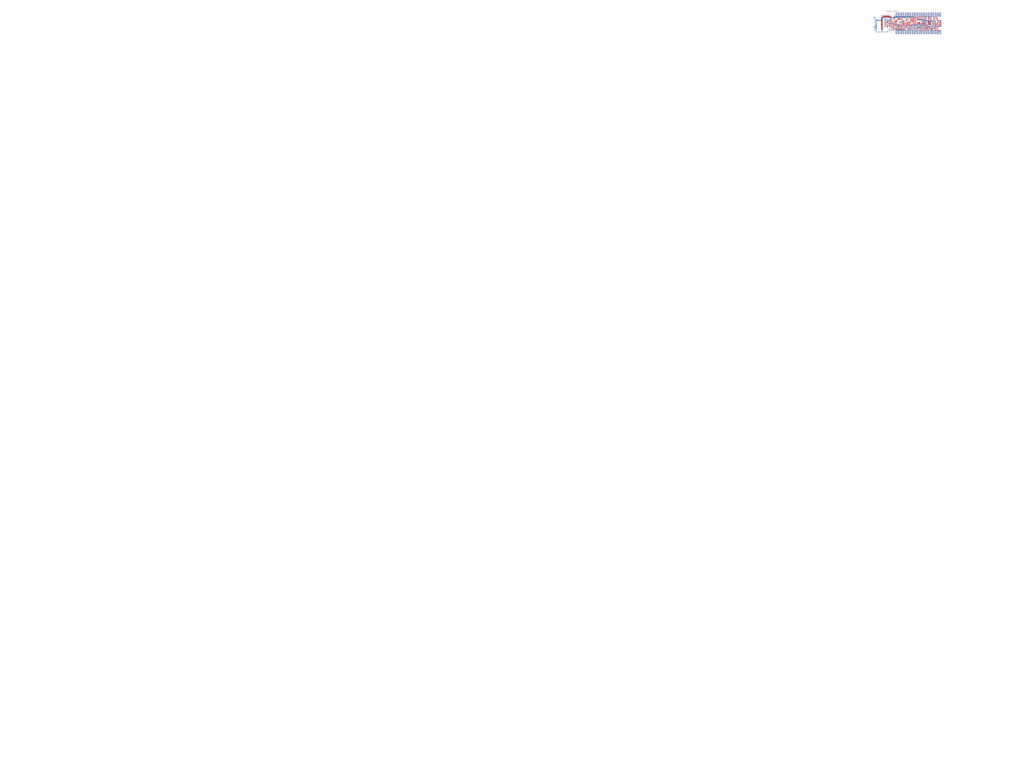
<source format=kicad_pcb>
(kicad_pcb (version 4) (host pcbnew "(2014-07-21 BZR 5016)-product")
  (layers (0 F.Cu signal) (31 B.Cu signal) (34 B.Paste user) (35 F.Paste user) (36 B.SilkS user) (37 F.SilkS user) (38 B.Mask user) (39 F.Mask user) (44 Edge.Cuts user))
  (net 0 "")
  (net 1 "Net1")
  (net 2 "XO")
  (net 3 "XI")
  (net 4 "NetR31_1")
  (net 5 "NetP2_11")
  (net 6 "NetP2_9")
  (net 7 "NetP2_3")
  (net 8 "NetP2_1")
  (net 9 "NetC37_2")
  (net 10 "NetC36_2")
  (net 11 "NetC36_1")
  (net 12 "NetC35_2")
  (net 13 "NetC35_1")
  (net 14 "NetC28_2")
  (net 15 "3V3A")
  (net 16 "XOUT")
  (net 17 "XIN")
  (net 18 "VSYS")
  (net 19 "USB_DP")
  (net 20 "USB_DM")
  (net 21 "SWDIO")
  (net 22 "SWCLK")
  (net 23 "RUN")
  (net 24 "QSPI1_SS_N")
  (net 25 "QSPI1_SD3")
  (net 26 "QSPI1_SD2")
  (net 27 "QSPI1_SD1")
  (net 28 "QSPI1_SD0")
  (net 29 "QSPI1_SCLK")
  (net 30 "NetR27_1")
  (net 31 "NetR26_2")
  (net 32 "NetR18_2")
  (net 33 "NetR17_2")
  (net 34 "NetR16_2")
  (net 35 "NetR15_2")
  (net 36 "NetR10_1")
  (net 37 "NetR9_2")
  (net 38 "NetLD2_1")
  (net 39 "NetC33_2")
  (net 40 "NetC30_2")
  (net 41 "NetC29_2")
  (net 42 "NetC27_1")
  (net 43 "NetC25_1")
  (net 44 "NetC3_2")
  (net 45 "GPIO29/ADC3")
  (net 46 "GPIO28/ADC2")
  (net 47 "GPIO27/ADC1")
  (net 48 "GPIO26/ADC0")
  (net 49 "GPIO25")
  (net 50 "GPIO24")
  (net 51 "GPIO22")
  (net 52 "GPIO21")
  (net 53 "GPIO20")
  (net 54 "GPIO19")
  (net 55 "GPIO18")
  (net 56 "GPIO17")
  (net 57 "GPIO16")
  (net 58 "GPIO15")
  (net 59 "GPIO14")
  (net 60 "GPIO13")
  (net 61 "GPIO12")
  (net 62 "GPIO11")
  (net 63 "GPIO10")
  (net 64 "GPIO9")
  (net 65 "GPIO8")
  (net 66 "GPIO7")
  (net 67 "GPIO6")
  (net 68 "GPIO5")
  (net 69 "GPIO4")
  (net 70 "GPIO3")
  (net 71 "GPIO2")
  (net 72 "GPIO1")
  (net 73 "GPIO0")
  (net 74 "ADC_VREF")
  (net 75 "3V3_EN")
  (net 76 "1V1")
  (net 77 "NetR6_2")
  (net 78 "LINKn")
  (net 79 "ACTn")
  (net 80 "3V3")
  (net 81 "NetLD1_1")
  (net 82 "VBUS")
  (net 83 "CHGND")
  (net 84 "GND")
  (module "PTS820" (layer F.Cu) (at 1020.079 -832.842)
    (fp_text reference "SW2" hide)
    (fp_text value "SW2" (at 0 0) (layer F.SilkS) (effects (font (thickness 0.05))))
    (fp_text value "TACT Switch (SMD)" hide)
    (pad "0" thru_hole circle (at 0.00000 -0.90000) (size 0 0) (drill 0.8) (layers *.Cu))
    (pad "0" thru_hole circle (at 0.00000 0.90000 180) (size 0 0) (drill 0.8) (layers *.Cu))
    (pad "0" smd rect (at 1.57500 -1.52500 180) (size 1.15 0.75) (layers F.Cu))
    (pad "1" smd rect (at -2.05000 0.00000 180) (size 0.95 1.4) (layers F.Cu) (net 4 "NetR31_1"))
    (pad "2" smd rect (at 2.05000 0.00000 180) (size 0.95 1.4) (layers F.Cu) (net 84 "GND"))
    (pad "0" smd rect (at -1.57500 -1.52500) (size 1.15 0.75) (layers F.Cu))
    (pad "0" smd rect (at -1.57500 1.52500) (size 1.15 0.75) (layers F.Cu))
    (pad "0" smd rect (at 1.57500 1.52500 180) (size 1.15 0.75) (layers F.Cu))
  )
  (module "RES-0402" (layer F.Cu) (at 997.379 -829.642)
    (fp_text reference "R33" hide)
    (fp_text value "R33" (at 0 0) (layer F.SilkS) (effects (font (thickness 0.05))))
    (fp_text value "RES-0402" hide)
    (pad "1" smd rect (at 0.50000 0.00000 180) (size 0.5 0.5) (layers F.Cu) (net 80 "3V3"))
    (pad "2" smd rect (at -0.50000 0.00000 180) (size 0.5 0.5) (layers F.Cu) (net 56 "GPIO17"))
  )
  (module "RES-0402" (layer F.Cu) (at 997.379 -830.642)
    (fp_text reference "R32" hide)
    (fp_text value "R32" (at 0 0) (layer F.SilkS) (effects (font (thickness 0.05))))
    (fp_text value "RES-0402" hide)
    (pad "2" smd rect (at -0.50000 0.00000 180) (size 0.5 0.5) (layers F.Cu) (net 52 "GPIO21"))
    (pad "1" smd rect (at 0.50000 0.00000 180) (size 0.5 0.5) (layers F.Cu) (net 80 "3V3"))
  )
  (module "RES-0402" (layer F.Cu) (at 1016.879 -832.142)
    (fp_text reference "R31" hide)
    (fp_text value "R31" (at 0 0) (layer F.SilkS) (effects (font (thickness 0.05))))
    (fp_text value "RES-0402" hide)
    (pad "1" smd rect (at 0.00000 -0.50000 270) (size 0.5 0.5) (layers F.Cu) (net 4 "NetR31_1"))
    (pad "2" smd rect (at 0.00000 0.50000 270) (size 0.5 0.5) (layers F.Cu) (net 23 "RUN"))
  )
  (module "CAP-0805" (layer F.Cu) (at 990.479 -820.842)
    (fp_text reference "C37" hide)
    (fp_text value "C37" (at 0 0) (layer F.SilkS) (effects (font (thickness 0.05))))
    (fp_text value "Ceramic CAP 0805(2012)" hide)
    (pad "1" smd rect (at 0.00000 0.88900 90) (size 0.9144 1.2446) (layers F.Cu) (net 84 "GND"))
    (pad "2" smd rect (at 0.00000 -0.88900 90) (size 0.9 1.2446) (layers F.Cu) (net 9 "NetC37_2"))
  )
  (module "CAP-0402" (layer F.Cu) (at 979.479 -826.142)
    (fp_text reference "C36" hide)
    (fp_text value "C36" (at 0 0) (layer F.SilkS) (effects (font (thickness 0.05))))
    (fp_text value "Ceramic CAP 0402(1005)" hide)
    (pad "2" smd rect (at -0.50000 0.00000 180) (size 0.5 0.5) (layers F.Cu) (net 10 "NetC36_2"))
    (pad "1" smd rect (at 0.50000 0.00000 180) (size 0.5 0.5) (layers F.Cu) (net 11 "NetC36_1"))
  )
  (module "CAP-0402" (layer F.Cu) (at 979.479 -825.142)
    (fp_text reference "C35" hide)
    (fp_text value "C35" (at 0 0) (layer F.SilkS) (effects (font (thickness 0.05))))
    (fp_text value "Ceramic CAP 0402(1005)" hide)
    (pad "1" smd rect (at 0.50000 0.00000 180) (size 0.5 0.5) (layers F.Cu) (net 13 "NetC35_1"))
    (pad "2" smd rect (at -0.50000 0.00000 180) (size 0.5 0.5) (layers F.Cu) (net 12 "NetC35_2"))
  )
  (module "MICRO 5P B DBX 6.4" (layer F.Cu) (at 1035.979 -827.142)
    (fp_text reference "P1" hide)
    (fp_text value "P1" (at 0 0) (layer F.SilkS) (effects (font (thickness 0.05))))
    (fp_text value "Micro USB B Connector SMD" hide)
    (pad "7" thru_hole roundrect (at -1.45000 -3.20000) (size 2.15 1.2) (drill 0.7) (roundrect_rratio 0) (layers *.Cu) (net 84 "GND"))
    (pad "6" thru_hole roundrect (at -1.52400 3.20000) (size 2.15 1.2) (drill 0.7) (roundrect_rratio 0) (layers *.Cu) (net 84 "GND"))
    (pad "11" smd rect (at -3.75000 3.00000) (size 1.5 1.5) (layers F.Cu) (net 84 "GND"))
    (pad "8" smd rect (at -1.45000 1.20000) (size 1.9 1.9) (layers F.Cu) (net 84 "GND"))
    (pad "9" smd rect (at -1.45000 -1.20000) (size 1.9 1.9) (layers F.Cu) (net 84 "GND"))
    (pad "1" smd rect (at -4.11000 1.30000 90) (size 0.45 1.38) (layers F.Cu) (net 82 "VBUS"))
    (pad "2" smd rect (at -4.11000 0.65000 90) (size 0.45 1.38) (layers F.Cu) (net 20 "USB_DM"))
    (pad "3" smd rect (at -4.11000 0.00000 90) (size 0.45 1.38) (layers F.Cu) (net 19 "USB_DP"))
    (pad "4" smd rect (at -4.11000 -0.65000 90) (size 0.45 1.38) (layers F.Cu))
    (pad "5" smd rect (at -4.11000 -1.30000 90) (size 0.45 1.38) (layers F.Cu) (net 84 "GND"))
    (pad "10" smd rect (at -3.75000 -3.00000) (size 1.5 1.5) (layers F.Cu) (net 84 "GND"))
  )
  (module "SOT23-3L" (layer F.Cu) (at 1016.779 -821.042)
    (fp_text reference "Q1" hide)
    (fp_text value "Q1" (at 0 0) (layer F.SilkS) (effects (font (thickness 0.05))))
    (fp_text value "N-Channel 60-V (D-S) MOSFET" hide)
    (pad "3" smd rect (at 1.00000 0.00000 270) (size 0.8 1.2) (layers F.Cu) (net 43 "NetC25_1"))
    (pad "2" smd rect (at -1.00000 0.95000 270) (size 0.8 1.2) (layers F.Cu) (net 45 "GPIO29/ADC3"))
    (pad "1" smd rect (at -1.00000 -0.95000 270) (size 0.8 1.2) (layers F.Cu) (net 80 "3V3"))
  )
  (module "RJ45-J1B1211CCD" (layer F.Cu) (at 959.479 -827.142)
    (fp_text reference "P2" hide)
    (fp_text value "P2" (at 0 0) (layer F.SilkS) (effects (font (thickness 0.05))))
    (fp_text value "J1B1211CCD" hide)
    (pad "1" thru_hole rect (at 14.15000 -4.44500 90) (size 1.5 1.5) (drill 0.9) (layers *.Cu) (net 8 "NetP2_1"))
    (pad "2" thru_hole circle (at 16.69000 -3.17500 90) (size 1.5 1.5) (drill 0.9) (layers *.Cu) (net 14 "NetC28_2"))
    (pad "3" thru_hole circle (at 14.15000 -1.90500 90) (size 1.5 1.5) (drill 0.9) (layers *.Cu) (net 7 "NetP2_3"))
    (pad "4" thru_hole circle (at 16.69000 -0.63500 90) (size 1.5 1.5) (drill 0.9) (layers *.Cu) (net 12 "NetC35_2"))
    (pad "5" thru_hole circle (at 14.15000 0.63500 90) (size 1.5 1.5) (drill 0.9) (layers *.Cu) (net 40 "NetC30_2"))
    (pad "6" thru_hole circle (at 16.69000 1.90500 90) (size 1.5 1.5) (drill 0.9) (layers *.Cu) (net 10 "NetC36_2"))
    (pad "7" thru_hole circle (at 14.15000 3.17500 90) (size 1.5 1.5) (drill 0.9) (layers *.Cu))
    (pad "8" thru_hole circle (at 16.69000 4.44500 90) (size 1.5 1.5) (drill 0.9) (layers *.Cu))
    (pad "S2" thru_hole circle (at 10.85000 7.87500 90) (size 2 2) (drill 1.6) (layers *.Cu) (net 83 "CHGND"))
    (pad "S1" thru_hole circle (at 10.85000 -7.87500 90) (size 2 2) (drill 1.6) (layers *.Cu) (net 83 "CHGND"))
    (pad "" thru_hole circle (at 7.80000 -5.71500 90) (size 1.8 1.8) (drill 3.25) (layers *.Cu))
    (pad "" thru_hole circle (at 7.80000 5.71500 90) (size 1.8 1.8) (drill 3.25) (layers *.Cu))
    (pad "12" thru_hole circle (at 4.41999 6.32500 90) (size 1.8 1.8) (drill 1.02) (layers *.Cu) (net 80 "3V3"))
    (pad "11" thru_hole circle (at 2.71999 3.78500 90) (size 1.8 1.8) (drill 1.02) (layers *.Cu) (net 5 "NetP2_11"))
    (pad "10" thru_hole circle (at 4.41999 -3.78501 90) (size 1.8 1.8) (drill 1.02) (layers *.Cu) (net 80 "3V3"))
    (pad "9" thru_hole circle (at 2.71999 -6.32501 90) (size 1.8 1.8) (drill 1.02) (layers *.Cu) (net 6 "NetP2_9"))
  )
  (module "LED-0603-GREEN" (layer F.Cu) (at 1030.279 -832.642)
    (fp_text reference "LD2" hide)
    (fp_text value "LD2" (at 0 0) (layer F.SilkS) (effects (font (thickness 0.05))))
    (fp_text value "LED-0603" hide)
    (pad "1" smd rect (at 0.00000 0.80000 90) (size 0.89 0.82) (layers F.Cu) (net 38 "NetLD2_1"))
    (pad "2" smd rect (at 0.00000 -0.80000 90) (size 0.89 0.82) (layers F.Cu) (net 84 "GND"))
  )
  (module "IDC-1X3" (layer F.Cu) (at 1000.279 -820.642)
    (fp_text reference "J3" hide)
    (fp_text value "J3" (at 0 0) (layer F.SilkS) (effects (font (thickness 0.05))))
    (fp_text value "2.54mm 1x3 Pin Header DIP" hide)
    (pad "3" thru_hole circle (at 5.08000 0.00000) (size 1.524 1.524) (drill 0.9144) (layers *.Cu) (net 21 "SWDIO"))
    (pad "1" thru_hole roundrect (at 0.00000 0.00000) (size 1.524 1.524) (drill 0.9144) (layers *.Cu) (net 22 "SWCLK"))
    (pad "2" thru_hole circle (at 2.54000 0.00000) (size 1.524 1.524) (drill 0.9144) (layers *.Cu) (net 84 "GND"))
  )
  (module "SOD-323(1-C,2-A)" (layer F.Cu) (at 1028.679 -822.642)
    (fp_text reference "D1" hide)
    (fp_text value "D1" (at 0 0) (layer F.SilkS) (effects (font (thickness 0.05))))
    (fp_text value "Silicon Schottky Diode" hide)
    (pad "2" smd rect (at 0.00000 -1.15000 270) (size 1 1) (layers F.Cu) (net 82 "VBUS"))
    (pad "1" smd rect (at 0.00000 1.15000 270) (size 1 1) (layers F.Cu) (net 18 "VSYS"))
  )
  (module "OSC-82J0626" (layer F.Cu) (at 999.87901 -826.642)
    (fp_text reference "Y2" hide)
    (fp_text value "Y2" (at 0 0) (layer F.SilkS) (effects (font (thickness 0.05))))
    (fp_text value "X-tal 25MHz,3.2x2.5 SMD, CL=18pF" hide)
    (pad "3" smd rect (at -0.80000 -1.10000 90) (size 1.4 1.2) (layers F.Cu) (net 39 "NetC33_2"))
    (pad "2" smd rect (at 0.80000 -1.10000 90) (size 1.4 1.2) (layers F.Cu) (net 84 "GND"))
    (pad "4" smd rect (at -0.80000 1.10000 90) (size 1.4 1.2) (layers F.Cu) (net 84 "GND"))
    (pad "1" smd rect (at 0.80000 1.10000 90) (size 1.4 1.2) (layers F.Cu) (net 3 "XI"))
  )
  (module "WSON8(6X5_1.27)" (layer F.Cu) (at 1022.479 -827.642)
    (fp_text reference "U4" hide)
    (fp_text value "U4" (at 0 0) (layer F.SilkS) (effects (font (thickness 0.05))))
    (fp_text value "" hide)
    (pad "9" smd rect (at 0.00000 0.00000 180) (size 3.4 4.3) (layers F.Cu) (net 84 "GND"))
    (pad "8" smd oval (at -3.00000 1.90500 180) (size 1.05 0.35) (layers F.Cu) (net 80 "3V3"))
    (pad "7" smd oval (at -3.00000 0.63500 180) (size 1.05 0.35) (layers F.Cu) (net 25 "QSPI1_SD3"))
    (pad "6" smd oval (at -3.00000 -0.63500 180) (size 1.05 0.35) (layers F.Cu) (net 29 "QSPI1_SCLK"))
    (pad "5" smd oval (at -3.00000 -1.90500 180) (size 1.05 0.35) (layers F.Cu) (net 28 "QSPI1_SD0"))
    (pad "4" smd oval (at 3.00000 -1.90500 180) (size 1.05 0.35) (layers F.Cu) (net 84 "GND"))
    (pad "3" smd oval (at 3.00000 -0.63500 180) (size 1.05 0.35) (layers F.Cu) (net 26 "QSPI1_SD2"))
    (pad "2" smd oval (at 3.00000 0.63500 180) (size 1.05 0.35) (layers F.Cu) (net 27 "QSPI1_SD1"))
    (pad "1" smd oval (at 3.00000 1.90500 180) (size 1.05 0.35) (layers F.Cu) (net 24 "QSPI1_SS_N"))
  )
  (module "W5500-LQFP48" (layer F.Cu) (at 989.979 -827.642)
    (fp_text reference "U3" hide)
    (fp_text value "U3" (at 0 0) (layer F.SilkS) (effects (font (thickness 0.05))))
    (fp_text value "WIZnet Hardwired TCP/IP Chip" hide)
    (pad "1" smd oval (at -4.05000 -2.75000 90) (size 0.3 1.8) (layers F.Cu) (net 35 "NetR15_2"))
    (pad "2" smd oval (at -4.05000 -2.25000 90) (size 0.3 1.8) (layers F.Cu) (net 34 "NetR16_2"))
    (pad "3" smd oval (at -4.05000 -1.75000 90) (size 0.3 1.8) (layers F.Cu) (net 84 "GND"))
    (pad "4" smd oval (at -4.05000 -1.25000 90) (size 0.3 1.8) (layers F.Cu) (net 15 "3V3A"))
    (pad "5" smd oval (at -4.05000 -0.75000 90) (size 0.3 1.8) (layers F.Cu) (net 33 "NetR17_2"))
    (pad "6" smd oval (at -4.05000 -0.25000 90) (size 0.3 1.8) (layers F.Cu) (net 32 "NetR18_2"))
    (pad "7" smd oval (at -4.05000 0.25000 90) (size 0.3 1.8) (layers F.Cu))
    (pad "8" smd oval (at -4.05000 0.75000 90) (size 0.3 1.8) (layers F.Cu) (net 15 "3V3A"))
    (pad "9" smd oval (at -4.05000 1.25000 90) (size 0.3 1.8) (layers F.Cu) (net 84 "GND"))
    (pad "10" smd oval (at -4.05000 1.75000 90) (size 0.3 1.8) (layers F.Cu) (net 30 "NetR27_1"))
    (pad "11" smd oval (at -4.05000 2.25000 90) (size 0.3 1.8) (layers F.Cu) (net 15 "3V3A"))
    (pad "12" smd oval (at -4.05000 2.75000 90) (size 0.3 1.8) (layers F.Cu))
    (pad "13" smd oval (at -2.75000 4.05000) (size 0.3 1.8) (layers F.Cu))
    (pad "14" smd oval (at -2.25000 4.05000) (size 0.3 1.8) (layers F.Cu) (net 84 "GND"))
    (pad "15" smd oval (at -1.75000 4.05000) (size 0.3 1.8) (layers F.Cu) (net 15 "3V3A"))
    (pad "16" smd oval (at -1.25000 4.05000) (size 0.3 1.8) (layers F.Cu) (net 84 "GND"))
    (pad "17" smd oval (at -0.75000 4.05000) (size 0.3 1.8) (layers F.Cu) (net 15 "3V3A"))
    (pad "18" smd oval (at -0.25000 4.05000) (size 0.3 1.8) (layers F.Cu))
    (pad "19" smd oval (at 0.25000 4.05000) (size 0.3 1.8) (layers F.Cu) (net 84 "GND"))
    (pad "20" smd oval (at 0.75000 4.05000) (size 0.3 1.8) (layers F.Cu) (net 9 "NetC37_2"))
    (pad "21" smd oval (at 1.25000 4.05000) (size 0.3 1.8) (layers F.Cu) (net 15 "3V3A"))
    (pad "22" smd oval (at 1.75000 4.05000) (size 0.3 1.8) (layers F.Cu) (net 41 "NetC29_2"))
    (pad "23" smd oval (at 2.25000 4.05000) (size 0.3 1.8) (layers F.Cu))
    (pad "24" smd oval (at 2.75000 4.05000) (size 0.3 1.8) (layers F.Cu))
    (pad "25" smd oval (at 4.05000 2.75000 90) (size 0.3 1.8) (layers F.Cu) (net 78 "LINKn"))
    (pad "26" smd oval (at 4.05000 2.25000 90) (size 0.3 1.8) (layers F.Cu))
    (pad "27" smd oval (at 4.05000 1.75000 90) (size 0.3 1.8) (layers F.Cu) (net 79 "ACTn"))
    (pad "28" smd oval (at 4.05000 1.25000 90) (size 0.3 1.8) (layers F.Cu) (net 80 "3V3"))
    (pad "29" smd oval (at 4.05000 0.75000 90) (size 0.3 1.8) (layers F.Cu) (net 84 "GND"))
    (pad "30" smd oval (at 4.05000 0.25000 90) (size 0.3 1.8) (layers F.Cu) (net 3 "XI"))
    (pad "31" smd oval (at 4.05000 -0.25000 90) (size 0.3 1.8) (layers F.Cu) (net 2 "XO"))
    (pad "32" smd oval (at 4.05000 -0.75000 90) (size 0.3 1.8) (layers F.Cu) (net 56 "GPIO17"))
    (pad "33" smd oval (at 4.05000 -1.25000 90) (size 0.3 1.8) (layers F.Cu) (net 55 "GPIO18"))
    (pad "34" smd oval (at 4.05000 -1.75000 90) (size 0.3 1.8) (layers F.Cu) (net 57 "GPIO16"))
    (pad "35" smd oval (at 4.05000 -2.25000 90) (size 0.3 1.8) (layers F.Cu) (net 54 "GPIO19"))
    (pad "36" smd oval (at 4.05000 -2.75000 90) (size 0.3 1.8) (layers F.Cu) (net 52 "GPIO21"))
    (pad "37" smd oval (at 2.75000 -4.05000) (size 0.3 1.8) (layers F.Cu) (net 53 "GPIO20"))
    (pad "38" smd oval (at 2.25000 -4.05000) (size 0.3 1.8) (layers F.Cu))
    (pad "39" smd oval (at 1.75000 -4.05000) (size 0.3 1.8) (layers F.Cu))
    (pad "40" smd oval (at 1.25000 -4.05000) (size 0.3 1.8) (layers F.Cu))
    (pad "41" smd oval (at 0.75000 -4.05000) (size 0.3 1.8) (layers F.Cu))
    (pad "42" smd oval (at 0.25000 -4.05000) (size 0.3 1.8) (layers F.Cu))
    (pad "43" smd oval (at -0.25000 -4.05000) (size 0.3 1.8) (layers F.Cu) (net 80 "3V3"))
    (pad "44" smd oval (at -0.75000 -4.05000) (size 0.3 1.8) (layers F.Cu) (net 80 "3V3"))
    (pad "45" smd oval (at -1.25000 -4.05000) (size 0.3 1.8) (layers F.Cu) (net 80 "3V3"))
    (pad "46" smd oval (at -1.75000 -4.05000) (size 0.3 1.8) (layers F.Cu))
    (pad "47" smd oval (at -2.25000 -4.05000) (size 0.3 1.8) (layers F.Cu))
    (pad "48" smd oval (at -2.75000 -4.05000) (size 0.3 1.8) (layers F.Cu) (net 84 "GND"))
  )
  (module "PTS820" (layer F.Cu) (at 1025.879 -832.842)
    (fp_text reference "SW1" hide)
    (fp_text value "SW1" (at 0 0) (layer F.SilkS) (effects (font (thickness 0.05))))
    (fp_text value "TACT Switch (SMD)" hide)
    (pad "0" thru_hole circle (at 0.00000 -0.90000) (size 0 0) (drill 0.8) (layers *.Cu))
    (pad "0" thru_hole circle (at 0.00000 0.90000 180) (size 0 0) (drill 0.8) (layers *.Cu))
    (pad "0" smd rect (at -1.57500 -1.52500) (size 1.15 0.75) (layers F.Cu))
    (pad "0" smd rect (at 1.57500 -1.52500 180) (size 1.15 0.75) (layers F.Cu))
    (pad "0" smd rect (at 1.57500 1.52500 180) (size 1.15 0.75) (layers F.Cu))
    (pad "2" smd rect (at -2.05000 0.00000) (size 0.95 1.4) (layers F.Cu) (net 84 "GND"))
    (pad "1" smd rect (at 2.05000 0.00000) (size 0.95 1.4) (layers F.Cu) (net 31 "NetR26_2"))
    (pad "0" smd rect (at -1.57500 1.52500) (size 1.15 0.75) (layers F.Cu))
  )
  (module "RES-0402" (layer F.Cu) (at 979.479 -819.542)
    (fp_text reference "R30" hide)
    (fp_text value "R30" (at 0 0) (layer F.SilkS) (effects (font (thickness 0.05))))
    (fp_text value "RES-0402" hide)
    (pad "2" smd rect (at 0.50000 0.00000) (size 0.5 0.5) (layers F.Cu) (net 79 "ACTn"))
    (pad "1" smd rect (at -0.50000 0.00000) (size 0.5 0.5) (layers F.Cu) (net 5 "NetP2_11"))
  )
  (module "RES-0402" (layer F.Cu) (at 979.479 -820.542)
    (fp_text reference "R29" hide)
    (fp_text value "R29" (at 0 0) (layer F.SilkS) (effects (font (thickness 0.05))))
    (fp_text value "RES-0402" hide)
    (pad "1" smd rect (at -0.50000 0.00000) (size 0.5 0.5) (layers F.Cu) (net 6 "NetP2_9"))
    (pad "2" smd rect (at 0.50000 0.00000) (size 0.5 0.5) (layers F.Cu) (net 78 "LINKn"))
  )
  (module "RES-0402" (layer F.Cu) (at 979.479 -830.142)
    (fp_text reference "R28" hide)
    (fp_text value "R28" (at 0 0) (layer F.SilkS) (effects (font (thickness 0.05))))
    (fp_text value "RES-0402" hide)
    (pad "1" smd rect (at 0.50000 0.00000 180) (size 0.5 0.5) (layers F.Cu) (net 15 "3V3A"))
    (pad "2" smd rect (at -0.50000 0.00000 180) (size 0.5 0.5) (layers F.Cu) (net 14 "NetC28_2"))
  )
  (module "RES-0402" (layer F.Cu) (at 981.879 -823.142)
    (fp_text reference "R27" hide)
    (fp_text value "R27" (at 0 0) (layer F.SilkS) (effects (font (thickness 0.05))))
    (fp_text value "RES-0402" hide)
    (pad "2" smd rect (at -0.50000 0.00000 180) (size 0.5 0.5) (layers F.Cu) (net 84 "GND"))
    (pad "1" smd rect (at 0.50000 0.00000 180) (size 0.5 0.5) (layers F.Cu) (net 30 "NetR27_1"))
  )
  (module "RES-0402" (layer F.Cu) (at 1029.079 -832.542)
    (fp_text reference "R26" hide)
    (fp_text value "R26" (at 0 0) (layer F.SilkS) (effects (font (thickness 0.05))))
    (fp_text value "RES-0402" hide)
    (pad "1" smd rect (at 0.00000 0.50000 90) (size 0.5 0.5) (layers F.Cu) (net 24 "QSPI1_SS_N"))
    (pad "2" smd rect (at 0.00000 -0.50000 90) (size 0.5 0.5) (layers F.Cu) (net 31 "NetR26_2"))
  )
  (module "RES-0402" (layer F.Cu) (at 1029.079 -830.042)
    (fp_text reference "R25" hide)
    (fp_text value "R25" (at 0 0) (layer F.SilkS) (effects (font (thickness 0.05))))
    (fp_text value "RES-0402" hide)
    (pad "2" smd rect (at 0.00000 0.50000 270) (size 0.5 0.5) (layers F.Cu) (net 80 "3V3"))
    (pad "1" smd rect (at 0.00000 -0.50000 270) (size 0.5 0.5) (layers F.Cu) (net 24 "QSPI1_SS_N"))
  )
  (module "RES-0402" (layer F.Cu) (at 996.879 -825.642)
    (fp_text reference "R24" hide)
    (fp_text value "R24" (at 0 0) (layer F.SilkS) (effects (font (thickness 0.05))))
    (fp_text value "RES-0402" hide)
    (pad "1" smd rect (at 0.00000 0.50000 90) (size 0.5 0.5) (layers F.Cu) (net 3 "XI"))
    (pad "2" smd rect (at 0.00000 -0.50000 90) (size 0.5 0.5) (layers F.Cu) (net 2 "XO"))
  )
  (module "RES-0402" (layer F.Cu) (at 996.879 -827.642)
    (fp_text reference "R23" hide)
    (fp_text value "R23" (at 0 0) (layer F.SilkS) (effects (font (thickness 0.05))))
    (fp_text value "RES-0402" hide)
    (pad "2" smd rect (at 0.00000 0.50000 270) (size 0.5 0.5) (layers F.Cu) (net 2 "XO"))
    (pad "1" smd rect (at 0.00000 -0.50000 270) (size 0.5 0.5) (layers F.Cu) (net 39 "NetC33_2"))
  )
  (module "RES-0402" (layer F.Cu) (at 979.479 -824.142)
    (fp_text reference "R22" hide)
    (fp_text value "R22" (at 0 0) (layer F.SilkS) (effects (font (thickness 0.05))))
    (fp_text value "RES-0402" hide)
    (pad "2" smd rect (at 0.50000 0.00000) (size 0.5 0.5) (layers F.Cu) (net 13 "NetC35_1"))
    (pad "1" smd rect (at -0.50000 0.00000) (size 0.5 0.5) (layers F.Cu) (net 40 "NetC30_2"))
  )
  (module "RES-0402" (layer F.Cu) (at 979.479 -827.142)
    (fp_text reference "R21" hide)
    (fp_text value "R21" (at 0 0) (layer F.SilkS) (effects (font (thickness 0.05))))
    (fp_text value "RES-0402" hide)
    (pad "1" smd rect (at -0.50000 0.00000) (size 0.5 0.5) (layers F.Cu) (net 40 "NetC30_2"))
    (pad "2" smd rect (at 0.50000 0.00000) (size 0.5 0.5) (layers F.Cu) (net 11 "NetC36_1"))
  )
  (module "RES-0402" (layer F.Cu) (at 979.479 -829.142)
    (fp_text reference "R20" hide)
    (fp_text value "R20" (at 0 0) (layer F.SilkS) (effects (font (thickness 0.05))))
    (fp_text value "RES-0402" hide)
    (pad "2" smd rect (at -0.50000 0.00000 180) (size 0.5 0.5) (layers F.Cu) (net 15 "3V3A"))
    (pad "1" smd rect (at 0.50000 0.00000 180) (size 0.5 0.5) (layers F.Cu) (net 7 "NetP2_3"))
  )
  (module "RES-0402" (layer F.Cu) (at 979.479 -828.142)
    (fp_text reference "R19" hide)
    (fp_text value "R19" (at 0 0) (layer F.SilkS) (effects (font (thickness 0.05))))
    (fp_text value "RES-0402" hide)
    (pad "1" smd rect (at 0.50000 0.00000 180) (size 0.5 0.5) (layers F.Cu) (net 8 "NetP2_1"))
    (pad "2" smd rect (at -0.50000 0.00000 180) (size 0.5 0.5) (layers F.Cu) (net 15 "3V3A"))
  )
  (module "RES-0402" (layer F.Cu) (at 981.879 -825.142)
    (fp_text reference "R18" hide)
    (fp_text value "R18" (at 0 0) (layer F.SilkS) (effects (font (thickness 0.05))))
    (fp_text value "RES-0402" hide)
    (pad "1" smd rect (at -0.50000 0.00000) (size 0.5 0.5) (layers F.Cu) (net 13 "NetC35_1"))
    (pad "2" smd rect (at 0.50000 0.00000) (size 0.5 0.5) (layers F.Cu) (net 32 "NetR18_2"))
  )
  (module "CAP-0402" (layer F.Cu) (at 1019.979 -823.642)
    (fp_text reference "C34" hide)
    (fp_text value "C34" (at 0 0) (layer F.SilkS) (effects (font (thickness 0.05))))
    (fp_text value "Ceramic CAP 0402(1005)" hide)
    (pad "1" smd rect (at 0.00000 0.50000 90) (size 0.5 0.5) (layers F.Cu) (net 84 "GND"))
    (pad "2" smd rect (at 0.00000 -0.50000 90) (size 0.5 0.5) (layers F.Cu) (net 80 "3V3"))
  )
  (module "CAP-0402" (layer F.Cu) (at 997.87901 -827.642)
    (fp_text reference "C33" hide)
    (fp_text value "C33" (at 0 0) (layer F.SilkS) (effects (font (thickness 0.05))))
    (fp_text value "Ceramic CAP 0402(1005)" hide)
    (pad "2" smd rect (at 0.00000 -0.50000 90) (size 0.5 0.5) (layers F.Cu) (net 39 "NetC33_2"))
    (pad "1" smd rect (at 0.00000 0.50000 90) (size 0.5 0.5) (layers F.Cu) (net 84 "GND"))
  )
  (module "CAP-0402" (layer F.Cu) (at 997.87901 -825.642)
    (fp_text reference "C32" hide)
    (fp_text value "C32" (at 0 0) (layer F.SilkS) (effects (font (thickness 0.05))))
    (fp_text value "Ceramic CAP 0402(1005)" hide)
    (pad "1" smd rect (at 0.00000 -0.50000 270) (size 0.5 0.5) (layers F.Cu) (net 84 "GND"))
    (pad "2" smd rect (at 0.00000 0.50000 270) (size 0.5 0.5) (layers F.Cu) (net 3 "XI"))
  )
  (module "CAP-1808" (layer F.Cu) (at 981.979 -833.442)
    (fp_text reference "C31" hide)
    (fp_text value "C31" (at 0 0) (layer F.SilkS) (effects (font (thickness 0.05))))
    (fp_text value "Ceramic CAP 1808(4520)" hide)
    (pad "2" smd rect (at -1.95000 0.00000 180) (size 1.6 2.2) (layers F.Cu) (net 83 "CHGND"))
    (pad "1" smd rect (at 1.95000 0.00000 180) (size 1.6 2.2) (layers F.Cu) (net 84 "GND"))
  )
  (module "CAP-0402" (layer F.Cu) (at 979.479 -823.142)
    (fp_text reference "C30" hide)
    (fp_text value "C30" (at 0 0) (layer F.SilkS) (effects (font (thickness 0.05))))
    (fp_text value "Ceramic CAP 0402(1005)" hide)
    (pad "2" smd rect (at -0.50000 0.00000 180) (size 0.5 0.5) (layers F.Cu) (net 40 "NetC30_2"))
    (pad "1" smd rect (at 0.50000 0.00000 180) (size 0.5 0.5) (layers F.Cu) (net 84 "GND"))
  )
  (module "CAP-0402" (layer F.Cu) (at 992.879 -820.442)
    (fp_text reference "C29" hide)
    (fp_text value "C29" (at 0 0) (layer F.SilkS) (effects (font (thickness 0.05))))
    (fp_text value "Ceramic CAP 0402(1005)" hide)
    (pad "1" smd rect (at 0.00000 0.50000 90) (size 0.5 0.5) (layers F.Cu) (net 84 "GND"))
    (pad "2" smd rect (at 0.00000 -0.50000 90) (size 0.5 0.5) (layers F.Cu) (net 41 "NetC29_2"))
  )
  (module "CAP-0402" (layer F.Cu) (at 979.479 -831.142)
    (fp_text reference "C28" hide)
    (fp_text value "C28" (at 0 0) (layer F.SilkS) (effects (font (thickness 0.05))))
    (fp_text value "Ceramic CAP 0402(1005)" hide)
    (pad "2" smd rect (at -0.50000 0.00000 180) (size 0.5 0.5) (layers F.Cu) (net 14 "NetC28_2"))
    (pad "1" smd rect (at 0.50000 0.00000 180) (size 0.5 0.5) (layers F.Cu) (net 84 "GND"))
  )
  (module "CAP-0402" (layer F.Cu) (at 1002.579 -829.142)
    (fp_text reference "C27" hide)
    (fp_text value "C27" (at 0 0) (layer F.SilkS) (effects (font (thickness 0.05))))
    (fp_text value "Ceramic CAP 0402(1005)" hide)
    (pad "1" smd rect (at -0.50000 0.00000) (size 0.5 0.5) (layers F.Cu) (net 42 "NetC27_1"))
    (pad "2" smd rect (at 0.50000 0.00000) (size 0.5 0.5) (layers F.Cu) (net 84 "GND"))
  )
  (module "CAP-0402" (layer F.Cu) (at 1004.579 -829.142)
    (fp_text reference "C26" hide)
    (fp_text value "C26" (at 0 0) (layer F.SilkS) (effects (font (thickness 0.05))))
    (fp_text value "Ceramic CAP 0402(1005)" hide)
    (pad "2" smd rect (at -0.50000 0.00000 180) (size 0.5 0.5) (layers F.Cu) (net 84 "GND"))
    (pad "1" smd rect (at 0.50000 0.00000 180) (size 0.5 0.5) (layers F.Cu) (net 17 "XIN"))
  )
  (module "CAP-0402" (layer F.Cu) (at 1019.479 -821.142)
    (fp_text reference "C25" hide)
    (fp_text value "C25" (at 0 0) (layer F.SilkS) (effects (font (thickness 0.05))))
    (fp_text value "Ceramic CAP 0402(1005)" hide)
    (pad "1" smd rect (at -0.50000 0.00000) (size 0.5 0.5) (layers F.Cu) (net 43 "NetC25_1"))
    (pad "2" smd rect (at 0.50000 0.00000) (size 0.5 0.5) (layers F.Cu) (net 84 "GND"))
  )
  (module "CAP-0402" (layer F.Cu) (at 997.379 -823.642)
    (fp_text reference "C24" hide)
    (fp_text value "C24" (at 0 0) (layer F.SilkS) (effects (font (thickness 0.05))))
    (fp_text value "Ceramic CAP 0402(1005)" hide)
    (pad "2" smd rect (at -0.50000 0.00000 180) (size 0.5 0.5) (layers F.Cu) (net 80 "3V3"))
    (pad "1" smd rect (at 0.50000 0.00000 180) (size 0.5 0.5) (layers F.Cu) (net 84 "GND"))
  )
  (module "CAP-0402" (layer F.Cu) (at 995.279 -820.442)
    (fp_text reference "C23" hide)
    (fp_text value "C23" (at 0 0) (layer F.SilkS) (effects (font (thickness 0.05))))
    (fp_text value "Ceramic CAP 0402(1005)" hide)
    (pad "1" smd rect (at 0.00000 -0.50000 270) (size 0.5 0.5) (layers F.Cu) (net 84 "GND"))
    (pad "2" smd rect (at 0.00000 0.50000 270) (size 0.5 0.5) (layers F.Cu) (net 15 "3V3A"))
  )
  (module "CAP-0402" (layer F.Cu) (at 988.079 -820.442)
    (fp_text reference "C22" hide)
    (fp_text value "C22" (at 0 0) (layer F.SilkS) (effects (font (thickness 0.05))))
    (fp_text value "Ceramic CAP 0402(1005)" hide)
    (pad "2" smd rect (at 0.00000 -0.50000 90) (size 0.5 0.5) (layers F.Cu) (net 15 "3V3A"))
    (pad "1" smd rect (at 0.00000 0.50000 90) (size 0.5 0.5) (layers F.Cu) (net 84 "GND"))
  )
  (module "CAP-0402" (layer F.Cu) (at 981.879 -824.142)
    (fp_text reference "C21" hide)
    (fp_text value "C21" (at 0 0) (layer F.SilkS) (effects (font (thickness 0.05))))
    (fp_text value "Ceramic CAP 0402(1005)" hide)
    (pad "1" smd rect (at -0.50000 0.00000) (size 0.5 0.5) (layers F.Cu) (net 84 "GND"))
    (pad "2" smd rect (at 0.50000 0.00000) (size 0.5 0.5) (layers F.Cu) (net 15 "3V3A"))
  )
  (module "CAP-0402" (layer F.Cu) (at 981.879 -827.142)
    (fp_text reference "C20" hide)
    (fp_text value "C20" (at 0 0) (layer F.SilkS) (effects (font (thickness 0.05))))
    (fp_text value "Ceramic CAP 0402(1005)" hide)
    (pad "2" smd rect (at 0.50000 0.00000) (size 0.5 0.5) (layers F.Cu) (net 15 "3V3A"))
    (pad "1" smd rect (at -0.50000 0.00000) (size 0.5 0.5) (layers F.Cu) (net 84 "GND"))
  )
  (module "RES-0402" (layer F.Cu) (at 981.879 -826.142)
    (fp_text reference "R17" hide)
    (fp_text value "R17" (at 0 0) (layer F.SilkS) (effects (font (thickness 0.05))))
    (fp_text value "RES-0402" hide)
    (pad "2" smd rect (at 0.50000 0.00000) (size 0.5 0.5) (layers F.Cu) (net 33 "NetR17_2"))
    (pad "1" smd rect (at -0.50000 0.00000) (size 0.5 0.5) (layers F.Cu) (net 11 "NetC36_1"))
  )
  (module "RES-0402" (layer F.Cu) (at 981.879 -828.142)
    (fp_text reference "R16" hide)
    (fp_text value "R16" (at 0 0) (layer F.SilkS) (effects (font (thickness 0.05))))
    (fp_text value "RES-0402" hide)
    (pad "1" smd rect (at -0.50000 0.00000) (size 0.5 0.5) (layers F.Cu) (net 8 "NetP2_1"))
    (pad "2" smd rect (at 0.50000 0.00000) (size 0.5 0.5) (layers F.Cu) (net 34 "NetR16_2"))
  )
  (module "RES-0402" (layer F.Cu) (at 981.879 -829.142)
    (fp_text reference "R15" hide)
    (fp_text value "R15" (at 0 0) (layer F.SilkS) (effects (font (thickness 0.05))))
    (fp_text value "RES-0402" hide)
    (pad "2" smd rect (at 0.50000 0.00000) (size 0.5 0.5) (layers F.Cu) (net 35 "NetR15_2"))
    (pad "1" smd rect (at -0.50000 0.00000) (size 0.5 0.5) (layers F.Cu) (net 7 "NetP2_3"))
  )
  (module "RES-0402" (layer F.Cu) (at 1002.579 -828.142)
    (fp_text reference "R14" hide)
    (fp_text value "R14" (at 0 0) (layer F.SilkS) (effects (font (thickness 0.05))))
    (fp_text value "RES-0402" hide)
    (pad "1" smd rect (at -0.50000 0.00000) (size 0.5 0.5) (layers F.Cu) (net 42 "NetC27_1"))
    (pad "2" smd rect (at 0.50000 0.00000) (size 0.5 0.5) (layers F.Cu) (net 16 "XOUT"))
  )
  (module "RES-0402" (layer F.Cu) (at 1004.579 -828.142)
    (fp_text reference "R13" hide)
    (fp_text value "R13" (at 0 0) (layer F.SilkS) (effects (font (thickness 0.05))))
    (fp_text value "RES-0402" hide)
    (pad "2" smd rect (at 0.50000 0.00000) (size 0.5 0.5) (layers F.Cu) (net 17 "XIN"))
    (pad "1" smd rect (at -0.50000 0.00000) (size 0.5 0.5) (layers F.Cu) (net 16 "XOUT"))
  )
  (module "RES-0402" (layer F.Cu) (at 992.179 -833.542)
    (fp_text reference "R12" hide)
    (fp_text value "R12" (at 0 0) (layer F.SilkS) (effects (font (thickness 0.05))))
    (fp_text value "RES-0402" hide)
    (pad "2" smd rect (at -0.50000 0.00000 180) (size 0.5 0.5) (layers F.Cu) (net 80 "3V3"))
    (pad "1" smd rect (at 0.50000 0.00000 180) (size 0.5 0.5) (layers F.Cu) (net 53 "GPIO20"))
  )
  (module "RES-0402" (layer F.Cu) (at 1030.279 -830.142)
    (fp_text reference "R11" hide)
    (fp_text value "R11" (at 0 0) (layer F.SilkS) (effects (font (thickness 0.05))))
    (fp_text value "RES-0402" hide)
    (pad "2" smd rect (at 0.00000 0.50000 270) (size 0.5 0.5) (layers F.Cu) (net 49 "GPIO25"))
    (pad "1" smd rect (at 0.00000 -0.50000 270) (size 0.5 0.5) (layers F.Cu) (net 38 "NetLD2_1"))
  )
  (module "RES-0402" (layer F.Cu) (at 1016.979 -823.142)
    (fp_text reference "R10" hide)
    (fp_text value "R10" (at 0 0) (layer F.SilkS) (effects (font (thickness 0.05))))
    (fp_text value "RES-0402" hide)
    (pad "2" smd rect (at 0.50000 0.00000) (size 0.5 0.5) (layers F.Cu) (net 74 "ADC_VREF"))
    (pad "1" smd rect (at -0.50000 0.00000) (size 0.5 0.5) (layers F.Cu) (net 36 "NetR10_1"))
  )
  (module "RES-0402" (layer F.Cu) (at 1029.379 -826.142)
    (fp_text reference "R9" hide)
    (fp_text value "R9" (at 0 0) (layer F.SilkS) (effects (font (thickness 0.05))))
    (fp_text value "RES-0402" hide)
    (pad "2" smd rect (at -0.50000 0.00000 180) (size 0.5 0.5) (layers F.Cu) (net 37 "NetR9_2"))
    (pad "1" smd rect (at 0.50000 0.00000 180) (size 0.5 0.5) (layers F.Cu) (net 20 "USB_DM"))
  )
  (module "RES-0402" (layer F.Cu) (at 1019.479 -822.142)
    (fp_text reference "R8" hide)
    (fp_text value "R8" (at 0 0) (layer F.SilkS) (effects (font (thickness 0.05))))
    (fp_text value "RES-0402" hide)
    (pad "1" smd rect (at 0.50000 0.00000 180) (size 0.5 0.5) (layers F.Cu) (net 84 "GND"))
    (pad "2" smd rect (at -0.50000 0.00000 180) (size 0.5 0.5) (layers F.Cu) (net 43 "NetC25_1"))
  )
  (module "RES-0402" (layer F.Cu) (at 1018.979 -823.642)
    (fp_text reference "R7" hide)
    (fp_text value "R7" (at 0 0) (layer F.SilkS) (effects (font (thickness 0.05))))
    (fp_text value "RES-0402" hide)
    (pad "2" smd rect (at 0.00000 0.50000 270) (size 0.5 0.5) (layers F.Cu) (net 74 "ADC_VREF"))
    (pad "1" smd rect (at 0.00000 -0.50000 270) (size 0.5 0.5) (layers F.Cu) (net 80 "3V3"))
  )
  (module "RES-0402" (layer F.Cu) (at 1029.379 -827.142)
    (fp_text reference "R6" hide)
    (fp_text value "R6" (at 0 0) (layer F.SilkS) (effects (font (thickness 0.05))))
    (fp_text value "RES-0402" hide)
    (pad "1" smd rect (at 0.50000 0.00000 180) (size 0.5 0.5) (layers F.Cu) (net 19 "USB_DP"))
    (pad "2" smd rect (at -0.50000 0.00000 180) (size 0.5 0.5) (layers F.Cu) (net 77 "NetR6_2"))
  )
  (module "RES-0402" (layer F.Cu) (at 1019.479 -820.142)
    (fp_text reference "R5" hide)
    (fp_text value "R5" (at 0 0) (layer F.SilkS) (effects (font (thickness 0.05))))
    (fp_text value "RES-0402" hide)
    (pad "2" smd rect (at 0.50000 0.00000) (size 0.5 0.5) (layers F.Cu) (net 18 "VSYS"))
    (pad "1" smd rect (at -0.50000 0.00000) (size 0.5 0.5) (layers F.Cu) (net 43 "NetC25_1"))
  )
  (module "RES-0402" (layer F.Cu) (at 1030.179 -821.342)
    (fp_text reference "R4" hide)
    (fp_text value "R4" (at 0 0) (layer F.SilkS) (effects (font (thickness 0.05))))
    (fp_text value "RES-0402" hide)
    (pad "2" smd rect (at 0.00000 -0.50000 90) (size 0.5 0.5) (layers F.Cu) (net 50 "GPIO24"))
    (pad "1" smd rect (at 0.00000 0.50000 90) (size 0.5 0.5) (layers F.Cu) (net 84 "GND"))
  )
  (module "RES-0402" (layer F.Cu) (at 1025.979 -819.642)
    (fp_text reference "R3" hide)
    (fp_text value "R3" (at 0 0) (layer F.SilkS) (effects (font (thickness 0.05))))
    (fp_text value "RES-0402" hide)
    (pad "1" smd rect (at -0.50000 0.00000) (size 0.5 0.5) (layers F.Cu) (net 18 "VSYS"))
    (pad "2" smd rect (at 0.50000 0.00000) (size 0.5 0.5) (layers F.Cu) (net 75 "3V3_EN"))
  )
  (module "RES-0402" (layer F.Cu) (at 1030.179 -823.342)
    (fp_text reference "R2" hide)
    (fp_text value "R2" (at 0 0) (layer F.SilkS) (effects (font (thickness 0.05))))
    (fp_text value "RES-0402" hide)
    (pad "2" smd rect (at 0.00000 -0.50000 90) (size 0.5 0.5) (layers F.Cu) (net 82 "VBUS"))
    (pad "1" smd rect (at 0.00000 0.50000 90) (size 0.5 0.5) (layers F.Cu) (net 50 "GPIO24"))
  )
  (module "RES-0402" (layer F.Cu) (at 1021.179 -823.642)
    (fp_text reference "R1" hide)
    (fp_text value "R1" (at 0 0) (layer F.SilkS) (effects (font (thickness 0.05))))
    (fp_text value "RES-0402" hide)
    (pad "2" smd rect (at 0.00000 0.50000 270) (size 0.5 0.5) (layers F.Cu) (net 81 "NetLD1_1"))
    (pad "1" smd rect (at 0.00000 -0.50000 270) (size 0.5 0.5) (layers F.Cu) (net 80 "3V3"))
  )
  (module "LED-0603-RED" (layer F.Cu) (at 1021.179 -821.142)
    (fp_text reference "LD1" hide)
    (fp_text value "LD1" (at 0 0) (layer F.SilkS) (effects (font (thickness 0.05))))
    (fp_text value "LED-0603" hide)
    (pad "2" smd rect (at 0.00000 0.80000 270) (size 0.89 0.82) (layers F.Cu) (net 84 "GND"))
    (pad "1" smd rect (at 0.00000 -0.80000 270) (size 0.89 0.82) (layers F.Cu) (net 81 "NetLD1_1"))
  )
  (module "CAP-0402" (layer F.Cu) (at 989.079 -820.442)
    (fp_text reference "C19" hide)
    (fp_text value "C19" (at 0 0) (layer F.SilkS) (effects (font (thickness 0.05))))
    (fp_text value "Ceramic CAP 0402(1005)" hide)
    (pad "1" smd rect (at 0.00000 0.50000 90) (size 0.5 0.5) (layers F.Cu) (net 84 "GND"))
    (pad "2" smd rect (at 0.00000 -0.50000 90) (size 0.5 0.5) (layers F.Cu) (net 15 "3V3A"))
  )
  (module "CAP-0402" (layer F.Cu) (at 991.879 -820.442)
    (fp_text reference "C18" hide)
    (fp_text value "C18" (at 0 0) (layer F.SilkS) (effects (font (thickness 0.05))))
    (fp_text value "Ceramic CAP 0402(1005)" hide)
    (pad "2" smd rect (at 0.00000 -0.50000 90) (size 0.5 0.5) (layers F.Cu) (net 15 "3V3A"))
    (pad "1" smd rect (at 0.00000 0.50000 90) (size 0.5 0.5) (layers F.Cu) (net 84 "GND"))
  )
  (module "CAP-0402" (layer F.Cu) (at 986.479 -834.542)
    (fp_text reference "C16" hide)
    (fp_text value "C16" (at 0 0) (layer F.SilkS) (effects (font (thickness 0.05))))
    (fp_text value "Ceramic CAP 0402(1005)" hide)
    (pad "2" smd rect (at 0.50000 0.00000) (size 0.5 0.5) (layers F.Cu) (net 80 "3V3"))
    (pad "1" smd rect (at -0.50000 0.00000) (size 0.5 0.5) (layers F.Cu) (net 84 "GND"))
  )
  (module "CAP-0402" (layer F.Cu) (at 986.479 -833.542)
    (fp_text reference "C15" hide)
    (fp_text value "C15" (at 0 0) (layer F.SilkS) (effects (font (thickness 0.05))))
    (fp_text value "Ceramic CAP 0402(1005)" hide)
    (pad "1" smd rect (at -0.50000 0.00000) (size 0.5 0.5) (layers F.Cu) (net 84 "GND"))
    (pad "2" smd rect (at 0.50000 0.00000) (size 0.5 0.5) (layers F.Cu) (net 80 "3V3"))
  )
  (module "CAP-0402" (layer F.Cu) (at 1003.579 -824.842)
    (fp_text reference "C14" hide)
    (fp_text value "C14" (at 0 0) (layer F.SilkS) (effects (font (thickness 0.05))))
    (fp_text value "Ceramic CAP 0402(1005)" hide)
    (pad "1" smd rect (at 0.00000 0.50000 90) (size 0.5 0.5) (layers F.Cu) (net 84 "GND"))
    (pad "2" smd rect (at 0.00000 -0.50000 90) (size 0.5 0.5) (layers F.Cu) (net 80 "3V3"))
  )
  (module "CAP-0402" (layer F.Cu) (at 1009.379 -821.142)
    (fp_text reference "C13" hide)
    (fp_text value "C13" (at 0 0) (layer F.SilkS) (effects (font (thickness 0.05))))
    (fp_text value "Ceramic CAP 0402(1005)" hide)
    (pad "2" smd rect (at 0.00000 -0.50000 90) (size 0.5 0.5) (layers F.Cu) (net 80 "3V3"))
    (pad "1" smd rect (at 0.00000 0.50000 90) (size 0.5 0.5) (layers F.Cu) (net 84 "GND"))
  )
  (module "CAP-0402" (layer F.Cu) (at 1009.579 -833.742)
    (fp_text reference "C12" hide)
    (fp_text value "C12" (at 0 0) (layer F.SilkS) (effects (font (thickness 0.05))))
    (fp_text value "Ceramic CAP 0402(1005)" hide)
    (pad "1" smd rect (at 0.00000 -0.50000 270) (size 0.5 0.5) (layers F.Cu) (net 84 "GND"))
    (pad "2" smd rect (at 0.00000 0.50000 270) (size 0.5 0.5) (layers F.Cu) (net 80 "3V3"))
  )
  (module "CAP-0402" (layer F.Cu) (at 1013.979 -821.442)
    (fp_text reference "C11" hide)
    (fp_text value "C11" (at 0 0) (layer F.SilkS) (effects (font (thickness 0.05))))
    (fp_text value "Ceramic CAP 0402(1005)" hide)
    (pad "2" smd rect (at 0.00000 -0.50000 90) (size 0.5 0.5) (layers F.Cu) (net 80 "3V3"))
    (pad "1" smd rect (at 0.00000 0.50000 90) (size 0.5 0.5) (layers F.Cu) (net 84 "GND"))
  )
  (module "CAP-0402" (layer F.Cu) (at 1016.479 -826.642)
    (fp_text reference "C10" hide)
    (fp_text value "C10" (at 0 0) (layer F.SilkS) (effects (font (thickness 0.05))))
    (fp_text value "Ceramic CAP 0402(1005)" hide)
    (pad "1" smd rect (at 0.00000 0.50000 90) (size 0.5 0.5) (layers F.Cu) (net 84 "GND"))
    (pad "2" smd rect (at 0.00000 -0.50000 90) (size 0.5 0.5) (layers F.Cu) (net 80 "3V3"))
  )
  (module "CAP-0402" (layer F.Cu) (at 1017.479 -826.642)
    (fp_text reference "C9" hide)
    (fp_text value "C9" (at 0 0) (layer F.SilkS) (effects (font (thickness 0.05))))
    (fp_text value "Ceramic CAP 0402(1005)" hide)
    (pad "2" smd rect (at 0.00000 -0.50000 90) (size 0.5 0.5) (layers F.Cu) (net 80 "3V3"))
    (pad "1" smd rect (at 0.00000 0.50000 90) (size 0.5 0.5) (layers F.Cu) (net 84 "GND"))
  )
  (module "CAP-0402" (layer F.Cu) (at 1015.379 -831.542)
    (fp_text reference "C8" hide)
    (fp_text value "C8" (at 0 0) (layer F.SilkS) (effects (font (thickness 0.05))))
    (fp_text value "Ceramic CAP 0402(1005)" hide)
    (pad "1" smd rect (at 0.50000 0.00000 180) (size 0.5 0.5) (layers F.Cu) (net 84 "GND"))
    (pad "2" smd rect (at -0.50000 0.00000 180) (size 0.5 0.5) (layers F.Cu) (net 80 "3V3"))
  )
  (module "CAP-0402" (layer F.Cu) (at 1016.979 -824.142)
    (fp_text reference "C7" hide)
    (fp_text value "C7" (at 0 0) (layer F.SilkS) (effects (font (thickness 0.05))))
    (fp_text value "Ceramic CAP 0402(1005)" hide)
    (pad "2" smd rect (at -0.50000 0.00000 180) (size 0.5 0.5) (layers F.Cu) (net 80 "3V3"))
    (pad "1" smd rect (at 0.50000 0.00000 180) (size 0.5 0.5) (layers F.Cu) (net 84 "GND"))
  )
  (module "CAP-0402" (layer F.Cu) (at 1016.979 -828.642)
    (fp_text reference "C6" hide)
    (fp_text value "C6" (at 0 0) (layer F.SilkS) (effects (font (thickness 0.05))))
    (fp_text value "Ceramic CAP 0402(1005)" hide)
    (pad "2" smd rect (at 0.00000 0.50000 270) (size 0.5 0.5) (layers F.Cu) (net 76 "1V1"))
    (pad "1" smd rect (at 0.00000 -0.50000 270) (size 0.5 0.5) (layers F.Cu) (net 84 "GND"))
  )
  (module "CAP-0402" (layer F.Cu) (at 1016.979 -825.142)
    (fp_text reference "C5" hide)
    (fp_text value "C5" (at 0 0) (layer F.SilkS) (effects (font (thickness 0.05))))
    (fp_text value "Ceramic CAP 0402(1005)" hide)
    (pad "2" smd rect (at -0.50000 0.00000 180) (size 0.5 0.5) (layers F.Cu) (net 76 "1V1"))
    (pad "1" smd rect (at 0.50000 0.00000 180) (size 0.5 0.5) (layers F.Cu) (net 84 "GND"))
  )
  (module "CAP-0402" (layer F.Cu) (at 1004.779 -824.842)
    (fp_text reference "C4" hide)
    (fp_text value "C4" (at 0 0) (layer F.SilkS) (effects (font (thickness 0.05))))
    (fp_text value "Ceramic CAP 0402(1005)" hide)
    (pad "1" smd rect (at 0.00000 0.50000 90) (size 0.5 0.5) (layers F.Cu) (net 84 "GND"))
    (pad "2" smd rect (at 0.00000 -0.50000 90) (size 0.5 0.5) (layers F.Cu) (net 76 "1V1"))
  )
  (module "CAP-0402" (layer F.Cu) (at 1028.379 -825.142)
    (fp_text reference "C3" hide)
    (fp_text value "C3" (at 0 0) (layer F.SilkS) (effects (font (thickness 0.05))))
    (fp_text value "Ceramic CAP 0402(1005)" hide)
    (pad "1" smd rect (at 0.50000 0.00000 180) (size 0.5 0.5) (layers F.Cu) (net 84 "GND"))
    (pad "2" smd rect (at -0.50000 0.00000 180) (size 0.5 0.5) (layers F.Cu) (net 44 "NetC3_2"))
  )
  (module "CAP-0402" (layer F.Cu) (at 1023.079 -823.942)
    (fp_text reference "C2" hide)
    (fp_text value "C2" (at 0 0) (layer F.SilkS) (effects (font (thickness 0.05))))
    (fp_text value "Ceramic CAP 0402(1005)" hide)
    (pad "1" smd rect (at 0.00000 -0.50000 270) (size 0.5 0.5) (layers F.Cu) (net 84 "GND"))
    (pad "2" smd rect (at 0.00000 0.50000 270) (size 0.5 0.5) (layers F.Cu) (net 80 "3V3"))
  )
  (module "OSC-TZ1067B" (layer F.Cu) (at 1003.579 -831.142)
    (fp_text reference "Y1" hide)
    (fp_text value "Y1" (at 0 0) (layer F.SilkS) (effects (font (thickness 0.05))))
    (fp_text value "X-tal 12MHz,3.2x2.5 SMD, CL=20pF" hide)
    (pad "1" smd rect (at 1.05000 -0.75000 180) (size 1.4 1.2) (layers F.Cu) (net 17 "XIN"))
    (pad "4" smd rect (at 1.05000 0.75000 180) (size 1.4 1.2) (layers F.Cu) (net 84 "GND"))
    (pad "2" smd rect (at -1.05000 -0.75000 180) (size 1.4 1.2) (layers F.Cu) (net 84 "GND"))
    (pad "3" smd rect (at -1.05000 0.75000 180) (size 1.4 1.2) (layers F.Cu) (net 42 "NetC27_1"))
  )
  (module "IND-0603" (layer F.Cu) (at 994.079 -820.842)
    (fp_text reference "L1" hide)
    (fp_text value "L1" (at 0 0) (layer F.SilkS) (effects (font (thickness 0.05))))
    (fp_text value "Inductor 0603(1608)" hide)
    (pad "2" smd rect (at 0.00000 0.80000 270) (size 0.89 0.82) (layers F.Cu) (net 15 "3V3A"))
    (pad "1" smd rect (at 0.00000 -0.80000 270) (size 0.89 0.82) (layers F.Cu) (net 80 "3V3"))
  )
  (module "CAP-0402" (layer F.Cu) (at 981.879 -822.042)
    (fp_text reference "C17" hide)
    (fp_text value "C17" (at 0 0) (layer F.SilkS) (effects (font (thickness 0.05))))
    (fp_text value "Ceramic CAP 0402(1005)" hide)
    (pad "2" smd rect (at 0.50000 0.00000) (size 0.5 0.5) (layers F.Cu) (net 15 "3V3A"))
    (pad "1" smd rect (at -0.50000 0.00000) (size 0.5 0.5) (layers F.Cu) (net 84 "GND"))
  )
  (module "CAP-0402" (layer F.Cu) (at 1023.179 -820.742)
    (fp_text reference "C1" hide)
    (fp_text value "C1" (at 0 0) (layer F.SilkS) (effects (font (thickness 0.05))))
    (fp_text value "Ceramic CAP 0402(1005)" hide)
    (pad "1" smd rect (at 0.00000 -0.50000 270) (size 0.5 0.5) (layers F.Cu) (net 84 "GND"))
    (pad "2" smd rect (at 0.00000 0.50000 270) (size 0.5 0.5) (layers F.Cu) (net 18 "VSYS"))
  )
  (module "SOT-23-5L" (layer F.Cu) (at 1025.479 -822.642)
    (fp_text reference "U1" hide)
    (fp_text value "U1" (at 0 0) (layer F.SilkS) (effects (font (thickness 0.05))))
    (fp_text value "600mA CMOS LDO Regulator" hide)
    (pad "5" smd rect (at -0.95000 -1.07500) (size 0.55001 1.45001) (layers F.Cu) (net 80 "3V3"))
    (pad "4" smd rect (at 0.95000 -1.07500) (size 0.55001 1.45001) (layers F.Cu) (net 44 "NetC3_2"))
    (pad "3" smd rect (at 0.95000 1.07500) (size 0.55001 1.45001) (layers F.Cu) (net 75 "3V3_EN"))
    (pad "2" smd rect (at 0.00000 1.07500) (size 0.55001 1.45001) (layers F.Cu) (net 84 "GND"))
    (pad "1" smd rect (at -0.95000 1.07500) (size 0.55001 1.45001) (layers F.Cu) (net 18 "VSYS"))
  )
  (module "IDC-1X20" (layer F.Cu) (at 986.349 -818.252)
    (fp_text reference "J2" hide)
    (fp_text value "J2" (at 0 0) (layer F.SilkS) (effects (font (thickness 0.05))))
    (fp_text value "2.54mm 1x20 Pin Header DIP" hide)
    (pad "19" thru_hole roundrect (at 45.72000 1.61000) (size 1.5 2.5) (drill 1) (roundrect_rratio 0) (layers *.Cu) (net 18 "VSYS"))
    (pad "16" thru_hole roundrect (at 38.10000 1.61000) (size 1.5 2.5) (drill 1) (roundrect_rratio 0) (layers *.Cu) (net 80 "3V3"))
    (pad "15" thru_hole roundrect (at 35.56000 1.61000) (size 1.5 2.5) (drill 1) (roundrect_rratio 0) (layers *.Cu) (net 74 "ADC_VREF"))
    (pad "1" thru_hole roundrect (at 0.00000 1.61000) (size 1.5 2.5) (drill 1) (roundrect_rratio 0) (layers *.Cu) (net 57 "GPIO16"))
    (pad "2" thru_hole roundrect (at 2.54000 1.61000) (size 1.5 2.5) (drill 1) (roundrect_rratio 0) (layers *.Cu) (net 56 "GPIO17"))
    (pad "14" thru_hole roundrect (at 33.02000 1.61000) (size 1.5 2.5) (drill 1) (roundrect_rratio 0) (layers *.Cu) (net 46 "GPIO28/ADC2"))
    (pad "13" thru_hole rect (at 30.48000 1.61000) (size 1.5 2.5) (drill 1) (layers *.Cu) (net 84 "GND"))
    (pad "12" thru_hole roundrect (at 27.94000 1.61000) (size 1.5 2.5) (drill 1) (roundrect_rratio 0) (layers *.Cu) (net 47 "GPIO27/ADC1"))
    (pad "11" thru_hole roundrect (at 25.40000 1.61000) (size 1.5 2.5) (drill 1) (roundrect_rratio 0) (layers *.Cu) (net 48 "GPIO26/ADC0"))
    (pad "10" thru_hole roundrect (at 22.86000 1.61000) (size 1.5 2.5) (drill 1) (roundrect_rratio 0) (layers *.Cu) (net 23 "RUN"))
    (pad "9" thru_hole roundrect (at 20.32000 1.61000) (size 1.5 2.5) (drill 1) (roundrect_rratio 0) (layers *.Cu) (net 51 "GPIO22"))
    (pad "8" thru_hole rect (at 17.78000 1.61000) (size 1.5 2.5) (drill 1) (layers *.Cu) (net 84 "GND"))
    (pad "7" thru_hole roundrect (at 15.24000 1.61000) (size 1.5 2.5) (drill 1) (roundrect_rratio 0) (layers *.Cu) (net 52 "GPIO21"))
    (pad "6" thru_hole roundrect (at 12.70000 1.61000) (size 1.5 2.5) (drill 1) (roundrect_rratio 0) (layers *.Cu) (net 53 "GPIO20"))
    (pad "5" thru_hole roundrect (at 10.16000 1.61000) (size 1.5 2.5) (drill 1) (roundrect_rratio 0) (layers *.Cu) (net 54 "GPIO19"))
    (pad "4" thru_hole roundrect (at 7.62000 1.61000) (size 1.5 2.5) (drill 1) (roundrect_rratio 0) (layers *.Cu) (net 55 "GPIO18"))
    (pad "3" thru_hole rect (at 5.08000 1.61000) (size 1.5 2.5) (drill 1) (layers *.Cu) (net 84 "GND"))
    (pad "17" thru_hole roundrect (at 40.64000 1.61000) (size 1.5 2.5) (drill 1) (roundrect_rratio 0) (layers *.Cu) (net 75 "3V3_EN"))
    (pad "18" thru_hole rect (at 43.18000 1.61000) (size 1.5 2.5) (drill 1) (layers *.Cu) (net 84 "GND"))
    (pad "20" thru_hole roundrect (at 48.26000 1.61000) (size 1.5 2.5) (drill 1) (roundrect_rratio 0) (layers *.Cu) (net 82 "VBUS"))
    (pad "19" thru_hole roundrect (at 45.72000 0.00000) (size 1.5 2.5) (drill 1) (roundrect_rratio 0) (layers *.Cu) (net 18 "VSYS"))
    (pad "16" thru_hole roundrect (at 38.10000 0.00000) (size 1.5 2.5) (drill 1) (roundrect_rratio 0) (layers *.Cu) (net 80 "3V3"))
    (pad "15" thru_hole roundrect (at 35.56000 0.00000) (size 1.5 2.5) (drill 1) (roundrect_rratio 0) (layers *.Cu) (net 74 "ADC_VREF"))
    (pad "1" thru_hole roundrect (at 0.00000 0.00000) (size 1.5 2.5) (drill 1) (roundrect_rratio 0) (layers *.Cu) (net 57 "GPIO16"))
    (pad "2" thru_hole roundrect (at 2.54000 0.00000) (size 1.5 2.5) (drill 1) (roundrect_rratio 0) (layers *.Cu) (net 56 "GPIO17"))
    (pad "14" thru_hole roundrect (at 33.02000 0.00000) (size 1.5 2.5) (drill 1) (roundrect_rratio 0) (layers *.Cu) (net 46 "GPIO28/ADC2"))
    (pad "13" thru_hole rect (at 30.48000 0.00000) (size 1.5 2.5) (drill 1) (layers *.Cu) (net 84 "GND"))
    (pad "12" thru_hole roundrect (at 27.94000 0.00000) (size 1.5 2.5) (drill 1) (roundrect_rratio 0) (layers *.Cu) (net 47 "GPIO27/ADC1"))
    (pad "11" thru_hole roundrect (at 25.40000 0.00000) (size 1.5 2.5) (drill 1) (roundrect_rratio 0) (layers *.Cu) (net 48 "GPIO26/ADC0"))
    (pad "10" thru_hole roundrect (at 22.86000 0.00000) (size 1.5 2.5) (drill 1) (roundrect_rratio 0) (layers *.Cu) (net 23 "RUN"))
    (pad "9" thru_hole roundrect (at 20.32000 0.00000) (size 1.5 2.5) (drill 1) (roundrect_rratio 0) (layers *.Cu) (net 51 "GPIO22"))
    (pad "8" thru_hole rect (at 17.78000 0.00000) (size 1.5 2.5) (drill 1) (layers *.Cu) (net 84 "GND"))
    (pad "7" thru_hole roundrect (at 15.24000 0.00000) (size 1.5 2.5) (drill 1) (roundrect_rratio 0) (layers *.Cu) (net 52 "GPIO21"))
    (pad "6" thru_hole roundrect (at 12.70000 0.00000) (size 1.5 2.5) (drill 1) (roundrect_rratio 0) (layers *.Cu) (net 53 "GPIO20"))
    (pad "5" thru_hole roundrect (at 10.16000 0.00000) (size 1.5 2.5) (drill 1) (roundrect_rratio 0) (layers *.Cu) (net 54 "GPIO19"))
    (pad "4" thru_hole roundrect (at 7.62000 0.00000) (size 1.5 2.5) (drill 1) (roundrect_rratio 0) (layers *.Cu) (net 55 "GPIO18"))
    (pad "3" thru_hole rect (at 5.08000 0.00000) (size 1.5 2.5) (drill 1) (layers *.Cu) (net 84 "GND"))
    (pad "17" thru_hole roundrect (at 40.64000 0.00000) (size 1.5 2.5) (drill 1) (roundrect_rratio 0) (layers *.Cu) (net 75 "3V3_EN"))
    (pad "18" thru_hole rect (at 43.18000 0.00000) (size 1.5 2.5) (drill 1) (layers *.Cu) (net 84 "GND"))
    (pad "20" thru_hole roundrect (at 48.26000 0.00000) (size 1.5 2.5) (drill 1) (roundrect_rratio 0) (layers *.Cu) (net 82 "VBUS"))
  )
  (module "IDC-1X20" (layer F.Cu) (at 1034.609 -836.032)
    (fp_text reference "J1" hide)
    (fp_text value "J1" (at 0 0) (layer F.SilkS) (effects (font (thickness 0.05))))
    (fp_text value "2.54mm 1x20 Pin Header DIP" hide)
    (pad "19" thru_hole roundrect (at -45.72000 -1.61000 180) (size 1.5 2.5) (drill 1) (roundrect_rratio 0) (layers *.Cu) (net 59 "GPIO14"))
    (pad "16" thru_hole roundrect (at -38.10000 -1.61000 180) (size 1.5 2.5) (drill 1) (roundrect_rratio 0) (layers *.Cu) (net 61 "GPIO12"))
    (pad "15" thru_hole roundrect (at -35.56000 -1.61000 180) (size 1.5 2.5) (drill 1) (roundrect_rratio 0) (layers *.Cu) (net 62 "GPIO11"))
    (pad "1" thru_hole roundrect (at 0.00000 -1.61000 180) (size 1.5 2.5) (drill 1) (roundrect_rratio 0) (layers *.Cu) (net 73 "GPIO0"))
    (pad "2" thru_hole roundrect (at -2.54000 -1.61000 180) (size 1.5 2.5) (drill 1) (roundrect_rratio 0) (layers *.Cu) (net 72 "GPIO1"))
    (pad "14" thru_hole roundrect (at -33.02000 -1.61000 180) (size 1.5 2.5) (drill 1) (roundrect_rratio 0) (layers *.Cu) (net 63 "GPIO10"))
    (pad "13" thru_hole rect (at -30.48000 -1.61000 180) (size 1.5 2.5) (drill 1) (layers *.Cu) (net 84 "GND"))
    (pad "12" thru_hole roundrect (at -27.94000 -1.61000 180) (size 1.5 2.5) (drill 1) (roundrect_rratio 0) (layers *.Cu) (net 64 "GPIO9"))
    (pad "11" thru_hole roundrect (at -25.40000 -1.61000 180) (size 1.5 2.5) (drill 1) (roundrect_rratio 0) (layers *.Cu) (net 65 "GPIO8"))
    (pad "10" thru_hole roundrect (at -22.86000 -1.61000 180) (size 1.5 2.5) (drill 1) (roundrect_rratio 0) (layers *.Cu) (net 66 "GPIO7"))
    (pad "9" thru_hole roundrect (at -20.32000 -1.61000 180) (size 1.5 2.5) (drill 1) (roundrect_rratio 0) (layers *.Cu) (net 67 "GPIO6"))
    (pad "8" thru_hole rect (at -17.78000 -1.61000 180) (size 1.5 2.5) (drill 1) (layers *.Cu) (net 84 "GND"))
    (pad "7" thru_hole roundrect (at -15.24000 -1.61000 180) (size 1.5 2.5) (drill 1) (roundrect_rratio 0) (layers *.Cu) (net 68 "GPIO5"))
    (pad "6" thru_hole roundrect (at -12.70000 -1.61000 180) (size 1.5 2.5) (drill 1) (roundrect_rratio 0) (layers *.Cu) (net 69 "GPIO4"))
    (pad "5" thru_hole roundrect (at -10.16000 -1.61000 180) (size 1.5 2.5) (drill 1) (roundrect_rratio 0) (layers *.Cu) (net 70 "GPIO3"))
    (pad "4" thru_hole roundrect (at -7.62000 -1.61000 180) (size 1.5 2.5) (drill 1) (roundrect_rratio 0) (layers *.Cu) (net 71 "GPIO2"))
    (pad "3" thru_hole rect (at -5.08000 -1.61000 180) (size 1.5 2.5) (drill 1) (layers *.Cu) (net 84 "GND"))
    (pad "17" thru_hole roundrect (at -40.64000 -1.61000 180) (size 1.5 2.5) (drill 1) (roundrect_rratio 0) (layers *.Cu) (net 60 "GPIO13"))
    (pad "18" thru_hole rect (at -43.18000 -1.61000 180) (size 1.5 2.5) (drill 1) (layers *.Cu) (net 84 "GND"))
    (pad "20" thru_hole roundrect (at -48.26000 -1.61000 180) (size 1.5 2.5) (drill 1) (roundrect_rratio 0) (layers *.Cu) (net 58 "GPIO15"))
    (pad "19" thru_hole roundrect (at -45.72000 0.00000 180) (size 1.5 2.5) (drill 1) (roundrect_rratio 0) (layers *.Cu) (net 59 "GPIO14"))
    (pad "16" thru_hole roundrect (at -38.10000 0.00000 180) (size 1.5 2.5) (drill 1) (roundrect_rratio 0) (layers *.Cu) (net 61 "GPIO12"))
    (pad "15" thru_hole roundrect (at -35.56000 0.00000 180) (size 1.5 2.5) (drill 1) (roundrect_rratio 0) (layers *.Cu) (net 62 "GPIO11"))
    (pad "1" thru_hole roundrect (at 0.00000 0.00000 180) (size 1.5 2.5) (drill 1) (roundrect_rratio 0) (layers *.Cu) (net 73 "GPIO0"))
    (pad "2" thru_hole roundrect (at -2.54000 0.00000 180) (size 1.5 2.5) (drill 1) (roundrect_rratio 0) (layers *.Cu) (net 72 "GPIO1"))
    (pad "14" thru_hole roundrect (at -33.02000 0.00000 180) (size 1.5 2.5) (drill 1) (roundrect_rratio 0) (layers *.Cu) (net 63 "GPIO10"))
    (pad "13" thru_hole rect (at -30.48000 0.00000 180) (size 1.5 2.5) (drill 1) (layers *.Cu) (net 84 "GND"))
    (pad "12" thru_hole roundrect (at -27.94000 0.00000 180) (size 1.5 2.5) (drill 1) (roundrect_rratio 0) (layers *.Cu) (net 64 "GPIO9"))
    (pad "11" thru_hole roundrect (at -25.40000 0.00000 180) (size 1.5 2.5) (drill 1) (roundrect_rratio 0) (layers *.Cu) (net 65 "GPIO8"))
    (pad "10" thru_hole roundrect (at -22.86000 0.00000 180) (size 1.5 2.5) (drill 1) (roundrect_rratio 0) (layers *.Cu) (net 66 "GPIO7"))
    (pad "9" thru_hole roundrect (at -20.32000 0.00000 180) (size 1.5 2.5) (drill 1) (roundrect_rratio 0) (layers *.Cu) (net 67 "GPIO6"))
    (pad "8" thru_hole rect (at -17.78000 0.00000 180) (size 1.5 2.5) (drill 1) (layers *.Cu) (net 84 "GND"))
    (pad "7" thru_hole roundrect (at -15.24000 0.00000 180) (size 1.5 2.5) (drill 1) (roundrect_rratio 0) (layers *.Cu) (net 68 "GPIO5"))
    (pad "6" thru_hole roundrect (at -12.70000 0.00000 180) (size 1.5 2.5) (drill 1) (roundrect_rratio 0) (layers *.Cu) (net 69 "GPIO4"))
    (pad "5" thru_hole roundrect (at -10.16000 0.00000 180) (size 1.5 2.5) (drill 1) (roundrect_rratio 0) (layers *.Cu) (net 70 "GPIO3"))
    (pad "4" thru_hole roundrect (at -7.62000 0.00000 180) (size 1.5 2.5) (drill 1) (roundrect_rratio 0) (layers *.Cu) (net 71 "GPIO2"))
    (pad "3" thru_hole rect (at -5.08000 0.00000 180) (size 1.5 2.5) (drill 1) (layers *.Cu) (net 84 "GND"))
    (pad "17" thru_hole roundrect (at -40.64000 0.00000 180) (size 1.5 2.5) (drill 1) (roundrect_rratio 0) (layers *.Cu) (net 60 "GPIO13"))
    (pad "18" thru_hole rect (at -43.18000 0.00000 180) (size 1.5 2.5) (drill 1) (layers *.Cu) (net 84 "GND"))
    (pad "20" thru_hole roundrect (at -48.26000 0.00000 180) (size 1.5 2.5) (drill 1) (roundrect_rratio 0) (layers *.Cu) (net 58 "GPIO15"))
  )
  (module "QFN56(0.4/7X7)" (layer F.Cu) (at 1010.979 -827.142)
    (fp_text reference "U2" hide)
    (fp_text value "U2" (at 0 0) (layer F.SilkS) (effects (font (thickness 0.05))))
    (fp_text value "Raspverry Pi, Dual ARM Cortex-M0+ @ 133MHz" hide)
    (pad "28" smd rect (at -3.44000 2.60000) (size 0.7 0.2) (layers F.Cu) (net 56 "GPIO17"))
    (pad "27" smd rect (at -3.44000 2.20000) (size 0.7 0.2) (layers F.Cu) (net 57 "GPIO16"))
    (pad "26" smd rect (at -3.44000 1.80000) (size 0.7 0.2) (layers F.Cu) (net 23 "RUN"))
    (pad "25" smd rect (at -3.44000 1.40000) (size 0.7 0.2) (layers F.Cu) (net 21 "SWDIO"))
    (pad "24" smd rect (at -3.44000 1.00000) (size 0.7 0.2) (layers F.Cu) (net 22 "SWCLK"))
    (pad "23" smd rect (at -3.44000 0.60000) (size 0.7 0.2) (layers F.Cu) (net 76 "1V1"))
    (pad "22" smd rect (at -3.44000 0.20000) (size 0.7 0.2) (layers F.Cu) (net 80 "3V3"))
    (pad "21" smd rect (at -3.44000 -0.20000) (size 0.7 0.2) (layers F.Cu) (net 16 "XOUT"))
    (pad "20" smd rect (at -3.44000 -0.60000) (size 0.7 0.2) (layers F.Cu) (net 17 "XIN"))
    (pad "19" smd rect (at -3.44000 -1.00000) (size 0.7 0.2) (layers F.Cu) (net 84 "GND"))
    (pad "18" smd rect (at -3.44000 -1.40000) (size 0.7 0.2) (layers F.Cu) (net 58 "GPIO15"))
    (pad "17" smd rect (at -3.44000 -1.80000) (size 0.7 0.2) (layers F.Cu) (net 59 "GPIO14"))
    (pad "16" smd rect (at -3.44000 -2.20000) (size 0.7 0.2) (layers F.Cu) (net 60 "GPIO13"))
    (pad "43" smd rect (at 3.44000 2.60000) (size 0.7 0.2) (layers F.Cu) (net 36 "NetR10_1"))
    (pad "44" smd rect (at 3.44000 2.20000) (size 0.7 0.2) (layers F.Cu) (net 80 "3V3"))
    (pad "45" smd rect (at 3.44000 1.80000) (size 0.7 0.2) (layers F.Cu) (net 76 "1V1"))
    (pad "46" smd rect (at 3.44000 1.40000) (size 0.7 0.2) (layers F.Cu) (net 37 "NetR9_2"))
    (pad "47" smd rect (at 3.44000 1.00000) (size 0.7 0.2) (layers F.Cu) (net 77 "NetR6_2"))
    (pad "48" smd rect (at 3.44000 0.60000) (size 0.7 0.2) (layers F.Cu) (net 80 "3V3"))
    (pad "49" smd rect (at 3.44000 0.20000) (size 0.7 0.2) (layers F.Cu) (net 80 "3V3"))
    (pad "50" smd rect (at 3.44000 -0.20000) (size 0.7 0.2) (layers F.Cu) (net 76 "1V1"))
    (pad "51" smd rect (at 3.44000 -0.60000) (size 0.7 0.2) (layers F.Cu) (net 25 "QSPI1_SD3"))
    (pad "52" smd rect (at 3.44000 -1.00000) (size 0.7 0.2) (layers F.Cu) (net 29 "QSPI1_SCLK"))
    (pad "53" smd rect (at 3.44000 -1.40000) (size 0.7 0.2) (layers F.Cu) (net 28 "QSPI1_SD0"))
    (pad "54" smd rect (at 3.44000 -1.80000) (size 0.7 0.2) (layers F.Cu) (net 26 "QSPI1_SD2"))
    (pad "55" smd rect (at 3.44000 -2.20000) (size 0.7 0.2) (layers F.Cu) (net 27 "QSPI1_SD1"))
    (pad "29" smd rect (at -2.60000 3.44000 270) (size 0.7 0.2) (layers F.Cu) (net 55 "GPIO18"))
    (pad "30" smd rect (at -2.20000 3.44000 270) (size 0.7 0.2) (layers F.Cu) (net 54 "GPIO19"))
    (pad "31" smd rect (at -1.80000 3.44000 270) (size 0.7 0.2) (layers F.Cu) (net 53 "GPIO20"))
    (pad "32" smd rect (at -1.40000 3.44000 270) (size 0.7 0.2) (layers F.Cu) (net 52 "GPIO21"))
    (pad "33" smd rect (at -1.00000 3.44000 270) (size 0.7 0.2) (layers F.Cu) (net 80 "3V3"))
    (pad "34" smd rect (at -0.60000 3.44000 270) (size 0.7 0.2) (layers F.Cu) (net 51 "GPIO22"))
    (pad "35" smd rect (at -0.20000 3.44000 270) (size 0.7 0.2) (layers F.Cu))
    (pad "36" smd rect (at 0.20000 3.44000 270) (size 0.7 0.2) (layers F.Cu) (net 50 "GPIO24"))
    (pad "37" smd rect (at 0.60000 3.44000 270) (size 0.7 0.2) (layers F.Cu) (net 49 "GPIO25"))
    (pad "38" smd rect (at 1.00000 3.44000 270) (size 0.7 0.2) (layers F.Cu) (net 48 "GPIO26/ADC0"))
    (pad "39" smd rect (at 1.40000 3.44000 270) (size 0.7 0.2) (layers F.Cu) (net 47 "GPIO27/ADC1"))
    (pad "40" smd rect (at 1.80000 3.44000 270) (size 0.7 0.2) (layers F.Cu) (net 46 "GPIO28/ADC2"))
    (pad "41" smd rect (at 2.20000 3.44000 270) (size 0.7 0.2) (layers F.Cu) (net 45 "GPIO29/ADC3"))
    (pad "14" smd rect (at -2.60000 -3.44000 270) (size 0.7 0.2) (layers F.Cu) (net 62 "GPIO11"))
    (pad "13" smd rect (at -2.20000 -3.44000 270) (size 0.7 0.2) (layers F.Cu) (net 63 "GPIO10"))
    (pad "12" smd rect (at -1.80000 -3.44000 270) (size 0.7 0.2) (layers F.Cu) (net 64 "GPIO9"))
    (pad "11" smd rect (at -1.40000 -3.44000 270) (size 0.7 0.2) (layers F.Cu) (net 65 "GPIO8"))
    (pad "10" smd rect (at -1.00000 -3.44000 270) (size 0.7 0.2) (layers F.Cu) (net 80 "3V3"))
    (pad "9" smd rect (at -0.60000 -3.44000 270) (size 0.7 0.2) (layers F.Cu) (net 66 "GPIO7"))
    (pad "8" smd rect (at -0.20000 -3.44000 270) (size 0.7 0.2) (layers F.Cu) (net 67 "GPIO6"))
    (pad "7" smd rect (at 0.20000 -3.44000 270) (size 0.7 0.2) (layers F.Cu) (net 68 "GPIO5"))
    (pad "6" smd rect (at 0.60000 -3.44000 270) (size 0.7 0.2) (layers F.Cu) (net 69 "GPIO4"))
    (pad "5" smd rect (at 1.00000 -3.44000 270) (size 0.7 0.2) (layers F.Cu) (net 70 "GPIO3"))
    (pad "4" smd rect (at 1.40000 -3.44000 270) (size 0.7 0.2) (layers F.Cu) (net 71 "GPIO2"))
    (pad "3" smd rect (at 1.80000 -3.44000 270) (size 0.7 0.2) (layers F.Cu) (net 72 "GPIO1"))
    (pad "2" smd rect (at 2.20000 -3.44000 270) (size 0.7 0.2) (layers F.Cu) (net 73 "GPIO0"))
    (pad "15" smd rect (at -3.44000 -2.60000) (size 0.7 0.2) (layers F.Cu) (net 61 "GPIO12"))
    (pad "1" smd rect (at 2.60000 -3.44000 270) (size 0.7 0.2) (layers F.Cu) (net 80 "3V3"))
    (pad "56" smd rect (at 3.44000 -2.60000) (size 0.7 0.2) (layers F.Cu) (net 24 "QSPI1_SS_N"))
    (pad "42" smd rect (at 2.60000 3.44000 270) (size 0.7 0.2) (layers F.Cu) (net 80 "3V3"))
    (pad "57" smd rect (at 0.00000 0.00000 270) (size 3.1 3.1) (layers F.Cu) (net 84 "GND"))
  )
  (module "DEFAULT" (layer F.Cu) (at 0 0)
    (pad "0" np_thru_hole circle (at 1033.97900 -832.84200 90) (size 0 0) (drill 2.1) (layers *.Cu))
    (pad "0" np_thru_hole circle (at 1033.97900 -821.44200 90) (size 0 0) (drill 2.1) (layers *.Cu))
  )
  (via (at 980.67900 -819.54200) (size 0.5) (layers F.Cu B.Cu) (net 79) (drill 0.3))
  (via (at 980.67900 -820.54200) (size 0.5) (layers F.Cu B.Cu) (net 78) (drill 0.3))
  (via (at 1010.47900 -819.54200) (size 0.5) (layers F.Cu B.Cu) (net 51) (drill 0.3))
  (via (at 1026.87900 -832.24200) (size 0.5) (layers F.Cu B.Cu) (net 84) (drill 0.3))
  (via (at 1024.87900 -832.24200) (size 0.5) (layers F.Cu B.Cu) (net 84) (drill 0.3))
  (via (at 1018.97900 -832.34200) (size 0.5) (layers F.Cu B.Cu) (net 84) (drill 0.3))
  (via (at 1028.27900 -829.54200) (size 0.5) (layers F.Cu B.Cu) (net 80) (drill 0.3))
  (via (at 1027.97900 -827.64200) (size 0.5) (layers F.Cu B.Cu) (net 84) (drill 0.3))
  (via (at 996.87900 -822.24200) (size 0.5) (layers F.Cu B.Cu) (net 80) (drill 0.3))
  (via (at 997.87900 -822.94200) (size 0.5) (layers F.Cu B.Cu) (net 84) (drill 0.3))
  (via (at 999.17900 -823.04200) (size 0.5) (layers F.Cu B.Cu) (net 84) (drill 0.3))
  (via (at 1000.27900 -823.04200) (size 0.5) (layers F.Cu B.Cu) (net 84) (drill 0.3))
  (via (at 1002.77900 -822.54200) (size 0.5) (layers F.Cu B.Cu) (net 80) (drill 0.3))
  (via (at 1009.07900 -824.54200) (size 0.5) (layers F.Cu B.Cu) (net 54) (drill 0.3))
  (via (at 1008.37900 -824.44200) (size 0.5) (layers F.Cu B.Cu) (net 55) (drill 0.3))
  (via (at 1008.67900 -825.14200) (size 0.5) (layers F.Cu B.Cu) (net 57) (drill 0.3))
  (via (at 1006.67900 -824.84200) (size 0.5) (layers F.Cu B.Cu) (net 56) (drill 0.3))
  (via (at 1007.87900 -822.94200) (size 0.5) (layers F.Cu B.Cu) (net 84) (drill 0.3))
  (via (at 1007.17900 -820.74200) (size 0.5) (layers F.Cu B.Cu) (net 52) (drill 0.3))
  (via (at 1007.18255 -821.54555) (size 0.5) (layers F.Cu B.Cu) (net 53) (drill 0.3))
  (via (at 1014.97900 -834.24200) (size 0.5) (layers F.Cu B.Cu) (net 69) (drill 0.3))
  (via (at 1015.57900 -833.84200) (size 0.5) (layers F.Cu B.Cu) (net 70) (drill 0.3))
  (via (at 1016.37900 -833.84200) (size 0.5) (layers F.Cu B.Cu) (net 71) (drill 0.3))
  (via (at 1017.07900 -833.44200) (size 0.5) (layers F.Cu B.Cu) (net 72) (drill 0.3))
  (via (at 1015.87900 -832.34200) (size 0.5) (layers F.Cu B.Cu) (net 84) (drill 0.3))
  (via (at 1014.97900 -832.34200) (size 0.5) (layers F.Cu B.Cu) (net 73) (drill 0.3))
  (via (at 987.37900 -821.64200) (size 0.5) (layers F.Cu B.Cu) (net 84) (drill 0.3))
  (via (at 993.07900 -822.24200) (size 0.5) (layers F.Cu B.Cu) (net 84) (drill 0.3))
  (via (at 997.47900 -820.14200) (size 0.5) (layers F.Cu B.Cu) (net 84) (drill 0.3))
  (via (at 997.47900 -821.14200) (size 0.5) (layers F.Cu B.Cu) (net 84) (drill 0.3))
  (via (at 999.97900 -829.14200) (size 0.5) (layers F.Cu B.Cu) (net 84) (drill 0.3))
  (via (at 998.97900 -829.14200) (size 0.5) (layers F.Cu B.Cu) (net 84) (drill 0.3))
  (via (at 1000.97900 -831.14200) (size 0.5) (layers F.Cu B.Cu) (net 84) (drill 0.3))
  (via (at 1000.97900 -832.14200) (size 0.5) (layers F.Cu B.Cu) (net 84) (drill 0.3))
  (via (at 995.47900 -831.64200) (size 0.5) (layers F.Cu B.Cu) (net 84) (drill 0.3))
  (via (at 993.97900 -831.64200) (size 0.5) (layers F.Cu B.Cu) (net 84) (drill 0.3))
  (via (at 982.47900 -831.14200) (size 0.5) (layers F.Cu B.Cu) (net 84) (drill 0.3))
  (via (at 983.92900 -831.14200) (size 0.5) (layers F.Cu B.Cu) (net 84) (drill 0.3))
  (via (at 985.47900 -831.64200) (size 0.5) (layers F.Cu B.Cu) (net 84) (drill 0.3))
  (via (at 978.97900 -822.14200) (size 0.5) (layers F.Cu B.Cu) (net 84) (drill 0.3))
  (via (at 1008.37900 -828.94200) (size 0.5) (layers F.Cu B.Cu) (net 23) (drill 0.3))
  (via (at 1014.27900 -830.64200) (size 0.5) (layers F.Cu B.Cu) (net 23) (drill 0.3))
  (via (at 1013.57900 -829.74200) (size 0.5) (layers F.Cu B.Cu) (net 24) (drill 0.3))
  (via (at 1005.97900 -828.34200) (size 0.5) (layers F.Cu B.Cu) (net 84) (drill 0.3))
  (via (at 984.97900 -821.64200) (size 0.5) (layers F.Cu B.Cu) (net 84) (drill 0.3))
  (via (at 984.97900 -819.94200) (size 0.5) (layers F.Cu B.Cu) (net 84) (drill 0.3))
  (via (at 999.17900 -830.94200) (size 0.5) (layers F.Cu B.Cu) (net 52) (drill 0.3))
  (via (at 999.77900 -830.34200) (size 0.5) (layers F.Cu B.Cu) (net 53) (drill 0.3))
  (via (at 997.87900 -832.14200) (size 0.5) (layers F.Cu B.Cu) (net 80) (drill 0.3))
  (via (at 990.67900 -828.04200) (size 0.5) (layers F.Cu B.Cu) (net 54) (drill 0.3))
  (via (at 992.17900 -829.64200) (size 0.5) (layers F.Cu B.Cu) (net 57) (drill 0.3))
  (via (at 991.57435 -828.03929) (size 0.5) (layers F.Cu B.Cu) (net 55) (drill 0.3))
  (via (at 992.17900 -828.39200) (size 0.5) (layers F.Cu B.Cu) (net 56) (drill 0.3))
  (via (at 988.07900 -826.24200) (size 0.5) (layers F.Cu B.Cu) (net 79) (drill 0.3))
  (via (at 987.37900 -825.64200) (size 0.5) (layers F.Cu B.Cu) (net 78) (drill 0.3))
  (via (at 992.77900 -826.89200) (size 0.5) (layers F.Cu B.Cu) (net 84) (drill 0.3))
  (via (at 1002.57900 -827.14200) (size 0.5) (layers F.Cu B.Cu) (net 52) (drill 0.3))
  (via (at 1001.77900 -827.14200) (size 0.5) (layers F.Cu B.Cu) (net 53) (drill 0.3))
  (via (at 1016.07900 -828.54200) (size 0.5) (layers F.Cu B.Cu) (net 25) (drill 0.3))
  (via (at 1013.57900 -828.94200) (size 0.5) (layers F.Cu B.Cu) (net 26) (drill 0.3))
  (via (at 1018.47900 -827.34200) (size 0.5) (layers F.Cu B.Cu) (net 25) (drill 0.3))
  (via (at 1032.27900 -823.14200) (size 0.8) (layers F.Cu B.Cu) (net 84) (drill 0.4))
  (via (at 1017.77900 -827.84200) (size 0.5) (layers F.Cu B.Cu) (net 76) (drill 0.3))
  (via (at 1018.17900 -824.74200) (size 0.5) (layers F.Cu B.Cu) (net 84) (drill 0.3))
  (via (at 1022.97900 -832.84200) (size 0.5) (layers F.Cu B.Cu) (net 84) (drill 0.3))
  (via (at 990.97900 -833.54200) (size 0.5) (layers F.Cu B.Cu) (net 80) (drill 0.3))
  (via (at 987.67900 -833.54200) (size 0.5) (layers F.Cu B.Cu) (net 80) (drill 0.3))
  (via (at 996.07900 -819.94200) (size 0.5) (layers F.Cu B.Cu) (net 15) (drill 0.3))
  (via (at 991.87900 -821.64200) (size 0.5) (layers F.Cu B.Cu) (net 15) (drill 0.3))
  (via (at 995.27900 -821.64200) (size 0.5) (layers F.Cu B.Cu) (net 84) (drill 0.3))
  (via (at 987.37900 -820.94200) (size 0.5) (layers F.Cu B.Cu) (net 15) (drill 0.3))
  (via (at 980.67900 -828.14200) (size 0.5) (layers F.Cu B.Cu) (net 8) (drill 0.3))
  (via (at 980.67900 -829.14200) (size 0.5) (layers F.Cu B.Cu) (net 7) (drill 0.3))
  (via (at 980.67900 -830.14200) (size 0.5) (layers F.Cu B.Cu) (net 15) (drill 0.3))
  (via (at 978.27900 -829.14200) (size 0.5) (layers F.Cu B.Cu) (net 15) (drill 0.3))
  (via (at 978.27900 -824.14200) (size 0.5) (layers F.Cu B.Cu) (net 40) (drill 0.3))
  (via (at 978.27900 -827.14200) (size 0.5) (layers F.Cu B.Cu) (net 40) (drill 0.3))
  (via (at 982.37900 -821.34200) (size 0.5) (layers F.Cu B.Cu) (net 15) (drill 0.3))
  (via (at 980.67900 -822.04200) (size 0.5) (layers F.Cu B.Cu) (net 84) (drill 0.3))
  (via (at 980.67900 -823.14200) (size 0.5) (layers F.Cu B.Cu) (net 84) (drill 0.3))
  (via (at 980.67900 -824.14200) (size 0.5) (layers F.Cu B.Cu) (net 84) (drill 0.3))
  (via (at 980.67900 -827.14200) (size 0.5) (layers F.Cu B.Cu) (net 84) (drill 0.3))
  (via (at 983.07900 -824.14200) (size 0.5) (layers F.Cu B.Cu) (net 15) (drill 0.3))
  (via (at 987.37900 -826.39200) (size 0.5) (layers F.Cu B.Cu) (net 84) (drill 0.3))
  (via (at 983.07900 -827.14200) (size 0.5) (layers F.Cu B.Cu) (net 15) (drill 0.3))
  (via (at 987.37900 -829.39200) (size 0.5) (layers F.Cu B.Cu) (net 84) (drill 0.3))
  (via (at 978.97900 -818.84200) (size 0.5) (layers F.Cu B.Cu) (net 5) (drill 0.3))
  (via (at 978.97900 -821.24200) (size 0.5) (layers F.Cu B.Cu) (net 6) (drill 0.3))
  (via (at 1028.67900 -819.94200) (size 0.5) (layers F.Cu B.Cu) (net 18) (drill 0.3))
  (via (at 1024.87900 -819.64200) (size 0.5) (layers F.Cu B.Cu) (net 18) (drill 0.3))
  (via (at 1027.07900 -828.84200) (size 0.5) (layers F.Cu B.Cu) (net 24) (drill 0.3))
  (via (at 1025.87900 -828.84200) (size 0.5) (layers F.Cu B.Cu) (net 26) (drill 0.3))
  (via (at 1013.57900 -825.54200) (size 0.5) (layers F.Cu B.Cu) (net 37) (drill 0.3))
  (via (at 1027.37900 -826.29200) (size 0.5) (layers F.Cu B.Cu) (net 37) (drill 0.3))
  (via (at 1025.47900 -823.04200) (size 0.5) (layers F.Cu B.Cu) (net 49) (drill 0.3))
  (via (at 1011.38798 -822.34200) (size 0.5) (layers F.Cu B.Cu) (net 49) (drill 0.3))
  (via (at 1027.47900 -822.94200) (size 0.5) (layers F.Cu B.Cu) (net 50) (drill 0.3))
  (via (at 1010.98563 -822.91481) (size 0.5) (layers F.Cu B.Cu) (net 50) (drill 0.3))
  (via (at 1004.77900 -826.34200) (size 0.5) (layers F.Cu B.Cu) (net 76) (drill 0.3))
  (via (at 1015.77900 -825.14200) (size 0.5) (layers F.Cu B.Cu) (net 76) (drill 0.3))
  (via (at 1013.57900 -826.34200) (size 0.5) (layers F.Cu B.Cu) (net 77) (drill 0.3))
  (via (at 1027.37900 -826.99200) (size 0.5) (layers F.Cu B.Cu) (net 77) (drill 0.3))
  (via (at 1014.27900 -831.54200) (size 0.5) (layers F.Cu B.Cu) (net 80) (drill 0.3))
  (via (at 1003.57900 -826.34200) (size 0.5) (layers F.Cu B.Cu) (net 80) (drill 0.3))
  (via (at 1014.77900 -821.64200) (size 0.5) (layers F.Cu B.Cu) (net 80) (drill 0.3))
  (via (at 1022.27900 -822.54200) (size 0.8) (layers F.Cu B.Cu) (net 80) (drill 0.4))
  (via (at 1023.07900 -822.54200) (size 0.8) (layers F.Cu B.Cu) (net 80) (drill 0.4))
  (via (at 1009.97900 -821.64200) (size 0.5) (layers F.Cu B.Cu) (net 80) (drill 0.3))
  (via (at 1015.77900 -824.14200) (size 0.5) (layers F.Cu B.Cu) (net 80) (drill 0.3))
  (via (at 1009.57900 -832.64200) (size 0.5) (layers F.Cu B.Cu) (net 80) (drill 0.3))
  (via (at 1029.97900 -825.14200) (size 0.5) (layers F.Cu B.Cu) (net 84) (drill 0.3))
  (via (at 1008.17900 -820.24200) (size 0.8) (layers F.Cu B.Cu) (net 84) (drill 0.4))
  (via (at 1004.17900 -823.64200) (size 0.8) (layers F.Cu B.Cu) (net 84) (drill 0.4))
  (via (at 980.57900 -835.74200) (size 0.5) (layers F.Cu B.Cu) (net 84) (drill 0.3))
  (via (at 982.67900 -835.74200) (size 0.5) (layers F.Cu B.Cu) (net 84) (drill 0.3))
  (via (at 981.97900 -818.84200) (size 0.5) (layers F.Cu B.Cu) (net 84) (drill 0.3))
  (via (at 983.97900 -818.84200) (size 0.5) (layers F.Cu B.Cu) (net 84) (drill 0.3))
  (via (at 984.97900 -817.64200) (size 0.5) (layers F.Cu B.Cu) (net 84) (drill 0.3))
  (via (at 982.87900 -817.64200) (size 0.5) (layers F.Cu B.Cu) (net 84) (drill 0.3))
  (via (at 980.87900 -817.64200) (size 0.5) (layers F.Cu B.Cu) (net 84) (drill 0.3))
  (via (at 978.97900 -817.64200) (size 0.5) (layers F.Cu B.Cu) (net 84) (drill 0.3))
  (via (at 1003.77900 -829.14200) (size 0.5) (layers F.Cu B.Cu) (net 84) (drill 0.3))
  (via (at 1011.97900 -826.14200) (size 0.5) (layers F.Cu B.Cu) (net 84) (drill 0.3))
  (via (at 1009.97900 -826.14200) (size 0.5) (layers F.Cu B.Cu) (net 84) (drill 0.3))
  (via (at 1010.97900 -826.14200) (size 0.5) (layers F.Cu B.Cu) (net 84) (drill 0.3))
  (via (at 1009.97900 -828.14200) (size 0.5) (layers F.Cu B.Cu) (net 84) (drill 0.3))
  (via (at 1011.97900 -828.14200) (size 0.5) (layers F.Cu B.Cu) (net 84) (drill 0.3))
  (via (at 1010.97900 -828.14200) (size 0.5) (layers F.Cu B.Cu) (net 84) (drill 0.3))
  (via (at 1011.97900 -827.14200) (size 0.5) (layers F.Cu B.Cu) (net 84) (drill 0.3))
  (via (at 1009.97900 -827.14200) (size 0.5) (layers F.Cu B.Cu) (net 84) (drill 0.3))
  (via (at 1010.97900 -827.14200) (size 0.5) (layers F.Cu B.Cu) (net 84) (drill 0.3))
  (via (at 1031.47900 -833.44200) (size 0.8) (layers F.Cu B.Cu) (net 84) (drill 0.4))
  (via (at 1031.47900 -832.54200) (size 0.8) (layers F.Cu B.Cu) (net 84) (drill 0.4))
  (via (at 1031.47900 -831.54200) (size 0.8) (layers F.Cu B.Cu) (net 84) (drill 0.4))
  (via (at 1010.47900 -834.24200) (size 0.8) (layers F.Cu B.Cu) (net 84) (drill 0.4))
  (via (at 1023.37900 -826.74200) (size 0.5) (layers F.Cu B.Cu) (net 84) (drill 0.3))
  (via (at 1022.47900 -826.74200) (size 0.5) (layers F.Cu B.Cu) (net 84) (drill 0.3))
  (via (at 1021.57900 -826.74200) (size 0.5) (layers F.Cu B.Cu) (net 84) (drill 0.3))
  (via (at 1023.37900 -828.54200) (size 0.5) (layers F.Cu B.Cu) (net 84) (drill 0.3))
  (via (at 1022.47900 -828.54200) (size 0.5) (layers F.Cu B.Cu) (net 84) (drill 0.3))
  (via (at 1021.57900 -828.54200) (size 0.5) (layers F.Cu B.Cu) (net 84) (drill 0.3))
  (via (at 1023.37900 -827.64200) (size 0.5) (layers F.Cu B.Cu) (net 84) (drill 0.3))
  (via (at 1021.57900 -827.64200) (size 0.5) (layers F.Cu B.Cu) (net 84) (drill 0.3))
  (via (at 1022.47900 -827.64200) (size 0.5) (layers F.Cu B.Cu) (net 84) (drill 0.3))
  (via (at 1022.07900 -821.04200) (size 0.5) (layers F.Cu B.Cu) (net 84) (drill 0.3))
  (via (at 1022.07900 -820.34200) (size 0.5) (layers F.Cu B.Cu) (net 84) (drill 0.3))
  (via (at 1030.80400 -820.84200) (size 0.5) (layers F.Cu B.Cu) (net 84) (drill 0.3))
  (via (at 1025.47900 -820.44200) (size 0.5) (layers F.Cu B.Cu) (net 84) (drill 0.3))
  (via (at 1013.97900 -820.44200) (size 0.5) (layers F.Cu B.Cu) (net 84) (drill 0.3))
  (via (at 1009.97900 -820.64200) (size 0.5) (layers F.Cu B.Cu) (net 84) (drill 0.3))
  (via (at 984.30084 -835.54200) (size 0.8) (layers F.Cu B.Cu) (net 84) (drill 0.4))
  (via (at 997.87901 -826.64200) (size 0.5) (layers F.Cu B.Cu) (net 84) (drill 0.3))
  (gr_line (start 986.37900 -822.34200) (end 986.37900 -823.04200) (layer B.SilkS) (width 0.254))
  (gr_line (start 986.37900 -823.04200) (end 998.97900 -823.04200) (layer B.SilkS) (width 0.254))
  (gr_line (start 998.97900 -822.34200) (end 998.97900 -823.04200) (layer B.SilkS) (width 0.254))
  (gr_line (start 998.07900 -822.34200) (end 998.07900 -822.94200) (layer B.SilkS) (width 0.254))
  (gr_line (start 996.47900 -822.34200) (end 996.47900 -823.04200) (layer B.SilkS) (width 0.254))
  (gr_line (start 993.97900 -822.34200) (end 993.97900 -823.04200) (layer B.SilkS) (width 0.254))
  (gr_line (start 988.87900 -822.34200) (end 988.87900 -823.04200) (layer B.SilkS) (width 0.254))
  (segment (start 990.37900 -834.54200) (end 994.87900 -834.54200) (width 0.2) (layer F.Cu) (net 59))
  (segment (start 994.87900 -834.54200) (end 995.47900 -833.94200) (width 0.2) (layer F.Cu) (net 59))
  (segment (start 988.88900 -836.03200) (end 990.37900 -834.54200) (width 0.2) (layer F.Cu) (net 59))
  (segment (start 988.27900 -835.14200) (end 989.27900 -834.14200) (width 0.2) (layer F.Cu) (net 58))
  (segment (start 994.71332 -834.14200) (end 995.31332 -833.54200) (width 0.2) (layer F.Cu) (net 58))
  (segment (start 989.27900 -834.14200) (end 994.71332 -834.14200) (width 0.2) (layer F.Cu) (net 58))
  (segment (start 1008.36900 -818.25200) (end 1009.20900 -818.25200) (width 0.2) (layer F.Cu) (net 23))
  (segment (start 1006.57900 -820.04200) (end 1006.57900 -820.94200) (width 0.2) (layer F.Cu) (net 23))
  (segment (start 1006.57900 -820.04200) (end 1008.36900 -818.25200) (width 0.2) (layer F.Cu) (net 23))
  (segment (start 1014.27900 -830.64200) (end 1015.57900 -830.64200) (width 0.2) (layer F.Cu) (net 23))
  (segment (start 1015.87900 -830.94200) (end 1016.67900 -830.94200) (width 0.2) (layer F.Cu) (net 23))
  (segment (start 1015.57900 -830.64200) (end 1015.87900 -830.94200) (width 0.2) (layer F.Cu) (net 23))
  (segment (start 1011.57900 -832.24200) (end 1013.57900 -834.24200) (width 0.2) (layer F.Cu) (net 69))
  (segment (start 1013.57900 -834.24200) (end 1014.97900 -834.24200) (width 0.2) (layer F.Cu) (net 69))
  (segment (start 1012.77900 -831.64200) (end 1013.97900 -832.84200) (width 0.2) (layer F.Cu) (net 72))
  (segment (start 1012.77900 -830.58200) (end 1012.77900 -831.64200) (width 0.2) (layer F.Cu) (net 72))
  (segment (start 1013.97900 -832.84200) (end 1016.07900 -832.84200) (width 0.2) (layer F.Cu) (net 72))
  (segment (start 1013.77900 -833.24200) (end 1015.77900 -833.24200) (width 0.2) (layer F.Cu) (net 71))
  (segment (start 1010.37900 -832.84200) (end 1011.74900 -834.21200) (width 0.2) (layer F.Cu) (net 66))
  (segment (start 1010.37900 -830.58200) (end 1010.37900 -832.84200) (width 0.2) (layer F.Cu) (net 66))
  (segment (start 1011.97900 -832.04200) (end 1013.57900 -833.64200) (width 0.2) (layer F.Cu) (net 70))
  (segment (start 1014.07900 -832.34200) (end 1014.97900 -832.34200) (width 0.2) (layer F.Cu) (net 73))
  (segment (start 1010.77900 -832.09850) (end 1010.77900 -832.64200) (width 0.2) (layer F.Cu) (net 67))
  (segment (start 1011.17900 -830.58200) (end 1011.17900 -832.44200) (width 0.2) (layer F.Cu) (net 68))
  (segment (start 1013.47900 -834.74200) (end 1017.47900 -834.74200) (width 0.2) (layer F.Cu) (net 68))
  (segment (start 1013.57900 -833.64200) (end 1015.37900 -833.64200) (width 0.2) (layer F.Cu) (net 70))
  (segment (start 1011.57900 -830.58200) (end 1011.57900 -832.24200) (width 0.2) (layer F.Cu) (net 69))
  (segment (start 1011.74900 -834.21200) (end 1011.74900 -836.03200) (width 0.2) (layer F.Cu) (net 66))
  (segment (start 1014.16900 -836.03200) (end 1014.28900 -836.03200) (width 0.2) (layer F.Cu) (net 67))
  (segment (start 1010.77900 -832.64200) (end 1014.16900 -836.03200) (width 0.2) (layer F.Cu) (net 67))
  (segment (start 1011.97900 -830.58200) (end 1011.97900 -832.04200) (width 0.2) (layer F.Cu) (net 70))
  (segment (start 1011.17900 -832.44200) (end 1013.47900 -834.74200) (width 0.2) (layer F.Cu) (net 68))
  (segment (start 1013.17900 -830.58200) (end 1013.17900 -831.44200) (width 0.2) (layer F.Cu) (net 73))
  (segment (start 1012.37900 -830.58200) (end 1012.37900 -831.84200) (width 0.2) (layer F.Cu) (net 71))
  (segment (start 1013.17900 -831.44200) (end 1014.07900 -832.34200) (width 0.2) (layer F.Cu) (net 73))
  (segment (start 1012.37900 -831.84200) (end 1013.77900 -833.24200) (width 0.2) (layer F.Cu) (net 71))
  (segment (start 1009.97900 -830.58200) (end 1009.97900 -831.84200) (width 0.2) (layer F.Cu) (net 80))
  (segment (start 1009.57900 -832.24200) (end 1009.57900 -832.64200) (width 0.2) (layer F.Cu) (net 80))
  (segment (start 1009.57900 -832.24200) (end 1009.97900 -831.84200) (width 0.2) (layer F.Cu) (net 80))
  (segment (start 1010.77900 -819.84200) (end 1010.77900 -822.24200) (width 0.2) (layer F.Cu) (net 51))
  (segment (start 1010.37900 -822.64200) (end 1010.37900 -823.70200) (width 0.2) (layer F.Cu) (net 51))
  (segment (start 1010.37900 -822.64200) (end 1010.77900 -822.24200) (width 0.2) (layer F.Cu) (net 51))
  (segment (start 1015.17900 -821.64200) (end 1015.52900 -821.99200) (width 0.5) (layer F.Cu) (net 80))
  (segment (start 1015.52900 -821.99200) (end 1015.77900 -821.99200) (width 0.5) (layer F.Cu) (net 80))
  (segment (start 1014.77900 -821.64200) (end 1015.17900 -821.64200) (width 0.5) (layer F.Cu) (net 80))
  (segment (start 1013.97900 -821.94200) (end 1013.97900 -822.44200) (width 0.2) (layer F.Cu) (net 80))
  (segment (start 1013.57900 -822.84200) (end 1013.97900 -822.44200) (width 0.2) (layer F.Cu) (net 80))
  (segment (start 1013.57900 -822.84200) (end 1013.57900 -823.70200) (width 0.2) (layer F.Cu) (net 80))
  (segment (start 1014.57900 -824.54200) (end 1015.97900 -823.14200) (width 0.2) (layer F.Cu) (net 36))
  (segment (start 1014.41900 -824.54200) (end 1014.57900 -824.54200) (width 0.2) (layer F.Cu) (net 36))
  (segment (start 1015.97900 -823.14200) (end 1016.47900 -823.14200) (width 0.2) (layer F.Cu) (net 36))
  (segment (start 1016.77900 -820.34200) (end 1017.37900 -819.74200) (width 0.2) (layer F.Cu) (net 74))
  (segment (start 1017.37900 -819.74200) (end 1018.27904 -819.74200) (width 0.2) (layer F.Cu) (net 74))
  (segment (start 1016.77900 -820.34200) (end 1016.77900 -821.44200) (width 0.2) (layer F.Cu) (net 74))
  (segment (start 1017.77901 -821.74200) (end 1018.17900 -822.14200) (width 0.2) (layer F.Cu) (net 43))
  (segment (start 1017.77901 -821.04200) (end 1017.77901 -821.74200) (width 0.2) (layer F.Cu) (net 43))
  (segment (start 1018.17900 -822.14200) (end 1018.97900 -822.14200) (width 0.2) (layer F.Cu) (net 43))
  (segment (start 1016.77900 -821.44200) (end 1017.97900 -822.64200) (width 0.2) (layer F.Cu) (net 74))
  (segment (start 1017.97900 -822.64200) (end 1018.87900 -822.64200) (width 0.2) (layer F.Cu) (net 74))
  (segment (start 1018.97900 -822.74200) (end 1018.97900 -823.14200) (width 0.2) (layer F.Cu) (net 74))
  (segment (start 1018.87900 -822.64200) (end 1018.97900 -822.74200) (width 0.2) (layer F.Cu) (net 74))
  (segment (start 1018.97900 -823.14200) (end 1018.97900 -823.14200) (width 0.2) (layer F.Cu) (net 74))
  (segment (start 1012.37900 -819.84200) (end 1012.37900 -823.70200) (width 0.2) (layer F.Cu) (net 47))
  (segment (start 1012.37900 -819.84200) (end 1013.96900 -818.25200) (width 0.2) (layer F.Cu) (net 47))
  (segment (start 1013.96900 -818.25200) (end 1014.28900 -818.25200) (width 0.2) (layer F.Cu) (net 47))
  (segment (start 1012.77900 -820.04200) (end 1012.77900 -823.70200) (width 0.2) (layer F.Cu) (net 46))
  (segment (start 1012.77900 -820.04200) (end 1013.47900 -819.34200) (width 0.2) (layer F.Cu) (net 46))
  (segment (start 1013.47900 -819.34200) (end 1018.07900 -819.34200) (width 0.2) (layer F.Cu) (net 46))
  (segment (start 1013.17900 -820.24200) (end 1013.17900 -823.70200) (width 0.2) (layer F.Cu) (net 45))
  (segment (start 1013.17900 -820.24200) (end 1013.57900 -819.84200) (width 0.2) (layer F.Cu) (net 45))
  (segment (start 1013.57900 -819.84200) (end 1015.52901 -819.84200) (width 0.2) (layer F.Cu) (net 45))
  (segment (start 999.04900 -818.25200) (end 999.04900 -819.37200) (width 0.2) (layer F.Cu) (net 53))
  (segment (start 998.67900 -819.74200) (end 999.04900 -819.37200) (width 0.2) (layer F.Cu) (net 53))
  (segment (start 998.67900 -819.74200) (end 998.67900 -821.50768) (width 0.2) (layer F.Cu) (net 53))
  (segment (start 999.47900 -819.54200) (end 1000.29900 -819.54200) (width 0.2) (layer F.Cu) (net 52))
  (segment (start 1000.29900 -819.54200) (end 1001.58900 -818.25200) (width 0.2) (layer F.Cu) (net 52))
  (segment (start 999.07900 -819.94200) (end 999.47900 -819.54200) (width 0.2) (layer F.Cu) (net 52))
  (segment (start 999.41331 -822.24200) (end 1001.07900 -822.24200) (width 0.2) (layer F.Cu) (net 53))
  (segment (start 1001.24468 -821.84200) (end 1002.17900 -822.77631) (width 0.2) (layer F.Cu) (net 52))
  (segment (start 999.57900 -821.84200) (end 1001.24468 -821.84200) (width 0.2) (layer F.Cu) (net 52))
  (segment (start 1002.17900 -822.77631) (end 1002.17900 -826.74200) (width 0.2) (layer F.Cu) (net 52))
  (segment (start 1001.77900 -822.94200) (end 1001.77900 -827.14200) (width 0.2) (layer F.Cu) (net 53))
  (segment (start 1001.07900 -822.24200) (end 1001.77900 -822.94200) (width 0.2) (layer F.Cu) (net 53))
  (segment (start 998.67900 -821.50768) (end 999.41331 -822.24200) (width 0.2) (layer F.Cu) (net 53))
  (segment (start 999.07900 -821.34200) (end 999.57900 -821.84200) (width 0.2) (layer F.Cu) (net 52))
  (segment (start 1001.37900 -819.54200) (end 1003.77900 -819.54200) (width 0.2) (layer F.Cu) (net 22))
  (segment (start 1000.27900 -820.64200) (end 1001.37900 -819.54200) (width 0.2) (layer F.Cu) (net 22))
  (segment (start 1030.67900 -824.84200) (end 1030.67900 -825.54200) (width 0.45) (layer F.Cu) (net 82))
  (segment (start 1030.17900 -824.34200) (end 1030.67900 -824.84200) (width 0.45) (layer F.Cu) (net 82))
  (segment (start 1030.17900 -823.84200) (end 1030.17900 -824.34200) (width 0.45) (layer F.Cu) (net 82))
  (segment (start 1031.57900 -820.74200) (end 1031.57900 -822.54200) (width 0.5) (layer F.Cu) (net 82))
  (segment (start 1030.17900 -823.84200) (end 1030.27900 -823.84200) (width 0.5) (layer F.Cu) (net 82))
  (segment (start 1030.27900 -823.84200) (end 1031.57900 -822.54200) (width 0.5) (layer F.Cu) (net 82))
  (segment (start 1018.27904 -819.74200) (end 1018.57904 -819.44200) (width 0.2) (layer F.Cu) (net 74))
  (segment (start 1019.16900 -818.25200) (end 1019.36900 -818.25200) (width 0.2) (layer F.Cu) (net 46))
  (segment (start 1018.07900 -819.34200) (end 1019.16900 -818.25200) (width 0.2) (layer F.Cu) (net 46))
  (segment (start 1019.87900 -819.44200) (end 1020.27900 -819.04200) (width 0.2) (layer F.Cu) (net 74))
  (segment (start 1021.11900 -819.04200) (end 1021.90900 -818.25200) (width 0.2) (layer F.Cu) (net 74))
  (segment (start 1020.27900 -819.04200) (end 1021.11900 -819.04200) (width 0.2) (layer F.Cu) (net 74))
  (segment (start 986.34900 -836.03200) (end 987.23900 -835.14200) (width 0.2) (layer F.Cu) (net 58))
  (segment (start 987.23900 -835.14200) (end 988.27900 -835.14200) (width 0.2) (layer F.Cu) (net 58))
  (segment (start 979.97900 -819.54200) (end 980.67900 -819.54200) (width 0.2) (layer F.Cu) (net 79))
  (segment (start 979.97900 -820.54200) (end 980.67900 -820.54200) (width 0.2) (layer F.Cu) (net 78))
  (segment (start 1010.47900 -819.54200) (end 1010.77900 -819.84200) (width 0.2) (layer F.Cu) (net 51))
  (segment (start 998.57900 -833.14200) (end 999.77900 -831.94200) (width 0.2) (layer F.Cu) (net 53))
  (segment (start 995.07900 -833.14200) (end 998.57900 -833.14200) (width 0.2) (layer F.Cu) (net 53))
  (segment (start 999.77900 -830.34200) (end 999.77900 -831.94200) (width 0.2) (layer F.Cu) (net 53))
  (segment (start 999.17900 -830.94200) (end 999.17900 -831.94200) (width 0.2) (layer F.Cu) (net 52))
  (segment (start 998.37900 -832.74200) (end 999.17900 -831.94200) (width 0.2) (layer F.Cu) (net 52))
  (segment (start 997.67900 -832.74200) (end 998.37900 -832.74200) (width 0.2) (layer F.Cu) (net 52))
  (segment (start 996.87900 -831.94200) (end 997.67900 -832.74200) (width 0.2) (layer F.Cu) (net 52))
  (segment (start 996.87900 -830.64200) (end 996.87900 -831.94200) (width 0.2) (layer F.Cu) (net 52))
  (segment (start 999.07900 -819.94200) (end 999.07900 -821.34200) (width 0.2) (layer F.Cu) (net 52))
  (segment (start 984.17900 -824.34200) (end 984.17900 -825.30353) (width 0.2) (layer F.Cu) (net 30))
  (segment (start 982.97900 -823.14200) (end 984.17900 -824.34200) (width 0.2) (layer F.Cu) (net 30))
  (segment (start 982.37900 -823.14200) (end 982.97900 -823.14200) (width 0.2) (layer F.Cu) (net 30))
  (segment (start 982.37900 -822.04200) (end 982.97900 -822.04200) (width 0.3) (layer F.Cu) (net 15))
  (segment (start 984.67900 -823.74200) (end 984.67900 -825.14200) (width 0.3) (layer F.Cu) (net 15))
  (segment (start 982.97900 -822.04200) (end 984.67900 -823.74200) (width 0.3) (layer F.Cu) (net 15))
  (segment (start 983.04469 -825.44200) (end 984.07900 -826.47632) (width 0.2) (layer F.Cu) (net 32))
  (segment (start 982.87900 -825.84200) (end 983.67900 -826.64200) (width 0.2) (layer F.Cu) (net 33))
  (segment (start 983.67900 -826.64200) (end 983.67900 -827.30768) (width 0.2) (layer F.Cu) (net 33))
  (segment (start 984.07900 -826.47632) (end 984.07900 -827.14200) (width 0.2) (layer F.Cu) (net 32))
  (segment (start 984.57900 -826.54200) (end 984.92900 -826.89200) (width 0.3) (layer F.Cu) (net 15))
  (segment (start 983.97900 -825.73992) (end 984.57900 -826.33992) (width 0.3) (layer F.Cu) (net 15))
  (segment (start 984.57900 -826.33992) (end 984.57900 -826.54200) (width 0.3) (layer F.Cu) (net 15))
  (segment (start 995.27900 -824.64200) (end 995.27900 -826.14200) (width 0.3) (layer F.Cu) (net 80))
  (segment (start 996.27900 -823.64200) (end 996.87900 -823.64200) (width 0.3) (layer F.Cu) (net 80))
  (segment (start 995.27900 -824.64200) (end 996.27900 -823.64200) (width 0.3) (layer F.Cu) (net 80))
  (segment (start 996.12900 -830.39200) (end 996.37900 -830.64200) (width 0.2) (layer F.Cu) (net 52))
  (segment (start 994.02900 -830.39200) (end 996.12900 -830.39200) (width 0.2) (layer F.Cu) (net 52))
  (segment (start 996.37900 -830.64200) (end 996.87900 -830.64200) (width 0.2) (layer F.Cu) (net 52))
  (segment (start 996.37900 -829.64200) (end 996.87900 -829.64200) (width 0.2) (layer F.Cu) (net 56))
  (segment (start 995.12900 -828.39200) (end 996.37900 -829.64200) (width 0.2) (layer F.Cu) (net 56))
  (segment (start 994.02900 -828.39200) (end 995.12900 -828.39200) (width 0.2) (layer F.Cu) (net 56))
  (segment (start 1029.97900 -828.84200) (end 1030.27900 -829.14200) (width 0.2) (layer F.Cu) (net 49))
  (segment (start 1028.24468 -828.84200) (end 1029.97900 -828.84200) (width 0.2) (layer F.Cu) (net 49))
  (segment (start 1030.27900 -829.14200) (end 1030.27900 -829.64200) (width 0.2) (layer F.Cu) (net 49))
  (segment (start 1026.77900 -827.37632) (end 1028.24468 -828.84200) (width 0.2) (layer F.Cu) (net 49))
  (segment (start 1028.27900 -829.54200) (end 1029.07900 -829.54200) (width 0.5) (layer F.Cu) (net 80))
  (segment (start 995.57900 -822.64200) (end 995.97900 -822.24200) (width 0.5) (layer F.Cu) (net 80))
  (segment (start 995.97900 -822.24200) (end 996.87900 -822.24200) (width 0.5) (layer F.Cu) (net 80))
  (segment (start 996.87900 -822.24200) (end 996.87900 -822.24200) (width 0.5) (layer F.Cu) (net 80))
  (segment (start 996.87900 -822.24200) (end 996.87900 -823.64200) (width 0.5) (layer F.Cu) (net 80))
  (segment (start 997.87900 -822.94200) (end 997.87900 -823.64200) (width 0.5) (layer F.Cu) (net 84))
  (segment (start 1002.77900 -822.54200) (end 1002.77900 -824.94200) (width 0.5) (layer F.Cu) (net 80))
  (segment (start 1009.07900 -824.44200) (end 1009.07900 -824.54200) (width 0.2) (layer F.Cu) (net 54))
  (segment (start 1008.77900 -824.14200) (end 1009.07900 -824.44200) (width 0.2) (layer F.Cu) (net 54))
  (segment (start 1008.77900 -823.70200) (end 1008.77900 -824.14200) (width 0.2) (layer F.Cu) (net 54))
  (segment (start 1008.37900 -823.70200) (end 1008.37900 -824.44200) (width 0.2) (layer F.Cu) (net 55))
  (segment (start 1008.37900 -825.14200) (end 1008.67900 -825.14200) (width 0.2) (layer F.Cu) (net 57))
  (segment (start 1007.53900 -824.94200) (end 1008.17900 -824.94200) (width 0.2) (layer F.Cu) (net 57))
  (segment (start 1008.17900 -824.94200) (end 1008.37900 -825.14200) (width 0.2) (layer F.Cu) (net 57))
  (segment (start 1006.67900 -824.84200) (end 1006.97900 -824.54200) (width 0.2) (layer F.Cu) (net 56))
  (segment (start 1006.97900 -824.54200) (end 1007.53900 -824.54200) (width 0.2) (layer F.Cu) (net 56))
  (segment (start 1006.01332 -826.14200) (end 1007.53900 -826.14200) (width 0.2) (layer F.Cu) (net 22))
  (segment (start 1005.37900 -825.50768) (end 1006.01332 -826.14200) (width 0.2) (layer F.Cu) (net 22))
  (segment (start 1006.37900 -825.34200) (end 1007.53900 -825.34200) (width 0.2) (layer F.Cu) (net 23))
  (segment (start 1005.77900 -821.36200) (end 1005.77900 -825.34199) (width 0.2) (layer F.Cu) (net 21))
  (segment (start 1006.17900 -821.34200) (end 1006.17900 -825.14200) (width 0.2) (layer F.Cu) (net 23))
  (segment (start 1005.37900 -822.34200) (end 1005.37900 -825.50768) (width 0.2) (layer F.Cu) (net 22))
  (segment (start 1006.17900 -825.14200) (end 1006.37900 -825.34200) (width 0.2) (layer F.Cu) (net 23))
  (segment (start 1006.17900 -825.74200) (end 1007.53900 -825.74200) (width 0.2) (layer F.Cu) (net 21))
  (segment (start 1005.77900 -825.34199) (end 1006.17900 -825.74200) (width 0.2) (layer F.Cu) (net 21))
  (segment (start 1006.17900 -821.34200) (end 1006.57900 -820.94200) (width 0.2) (layer F.Cu) (net 23))
  (segment (start 1007.17900 -820.74200) (end 1007.47900 -820.74200) (width 0.2) (layer F.Cu) (net 52))
  (segment (start 1007.18255 -821.54200) (end 1007.18255 -821.54555) (width 0.2) (layer F.Cu) (net 53))
  (segment (start 1007.18255 -821.54200) (end 1007.71332 -821.54200) (width 0.2) (layer F.Cu) (net 53))
  (segment (start 1007.47900 -820.74200) (end 1009.57900 -822.84200) (width 0.2) (layer F.Cu) (net 52))
  (segment (start 1007.71332 -821.54200) (end 1009.17900 -823.00768) (width 0.2) (layer F.Cu) (net 53))
  (segment (start 1008.37900 -825.74200) (end 1008.37900 -828.94200) (width 0.2) (layer F.Cu) (net 23))
  (segment (start 1007.97900 -825.34200) (end 1008.37900 -825.74200) (width 0.2) (layer F.Cu) (net 23))
  (segment (start 1007.53900 -825.34200) (end 1007.97900 -825.34200) (width 0.2) (layer F.Cu) (net 23))
  (segment (start 1017.47900 -834.74200) (end 1017.87900 -835.14200) (width 0.2) (layer F.Cu) (net 68))
  (segment (start 1015.77900 -833.24200) (end 1016.37900 -833.84200) (width 0.2) (layer F.Cu) (net 71))
  (segment (start 1015.37900 -833.64200) (end 1015.57900 -833.84200) (width 0.2) (layer F.Cu) (net 70))
  (segment (start 1016.67900 -833.44200) (end 1017.07900 -833.44200) (width 0.2) (layer F.Cu) (net 72))
  (segment (start 1016.07900 -832.84200) (end 1016.67900 -833.44200) (width 0.2) (layer F.Cu) (net 72))
  (segment (start 1015.87900 -831.54200) (end 1015.87900 -832.34200) (width 0.5) (layer F.Cu) (net 84))
  (segment (start 1017.82900 -832.64200) (end 1018.02900 -832.84200) (width 0.2) (layer F.Cu) (net 4))
  (segment (start 1016.87900 -832.64200) (end 1017.82900 -832.64200) (width 0.2) (layer F.Cu) (net 4))
  (segment (start 1016.67900 -830.94200) (end 1016.87900 -831.14200) (width 0.2) (layer F.Cu) (net 23))
  (segment (start 1016.87900 -831.14200) (end 1016.87900 -831.64200) (width 0.2) (layer F.Cu) (net 23))
  (segment (start 987.37900 -821.64200) (end 987.37900 -822.24200) (width 0.3) (layer F.Cu) (net 84))
  (segment (start 987.37900 -822.24200) (end 987.72900 -822.59200) (width 0.3) (layer F.Cu) (net 84))
  (segment (start 987.72900 -822.59200) (end 987.72900 -823.59200) (width 0.3) (layer F.Cu) (net 84))
  (segment (start 984.97900 -821.64200) (end 987.37900 -821.64200) (width 0.3) (layer F.Cu) (net 84))
  (segment (start 994.07900 -821.64200) (end 994.07900 -822.34200) (width 0.5) (layer F.Cu) (net 80))
  (segment (start 994.07900 -822.34200) (end 994.37900 -822.64200) (width 0.5) (layer F.Cu) (net 80))
  (segment (start 994.37900 -822.64200) (end 995.57900 -822.64200) (width 0.5) (layer F.Cu) (net 80))
  (segment (start 979.97900 -831.14200) (end 983.92900 -831.14200) (width 0.5) (layer F.Cu) (net 84))
  (segment (start 983.92900 -831.14200) (end 983.92900 -833.44200) (width 0.5) (layer F.Cu) (net 84))
  (segment (start 983.92900 -831.14200) (end 983.92900 -831.14200) (width 0.5) (layer F.Cu) (net 84))
  (segment (start 1013.87900 -831.54200) (end 1014.27900 -831.54200) (width 0.2) (layer F.Cu) (net 80))
  (segment (start 1013.57900 -830.58200) (end 1013.57900 -831.24200) (width 0.2) (layer F.Cu) (net 80))
  (segment (start 1013.57900 -831.24200) (end 1013.87900 -831.54200) (width 0.2) (layer F.Cu) (net 80))
  (segment (start 1013.57900 -829.74200) (end 1014.41900 -829.74200) (width 0.2) (layer F.Cu) (net 24))
  (segment (start 1013.57900 -829.74200) (end 1013.57900 -829.74200) (width 0.2) (layer F.Cu) (net 24))
  (segment (start 1005.97900 -828.34200) (end 1006.17900 -828.14200) (width 0.2) (layer F.Cu) (net 84))
  (segment (start 1006.17900 -828.14200) (end 1007.53900 -828.14200) (width 0.2) (layer F.Cu) (net 84))
  (segment (start 978.97900 -828.14200) (end 978.97900 -829.14200) (width 0.5) (layer F.Cu) (net 15))
  (segment (start 1023.07900 -826.44200) (end 1023.37900 -826.74200) (width 0.5) (layer F.Cu) (net 84))
  (segment (start 1021.57900 -828.54200) (end 1022.07900 -829.04200) (width 0.2) (layer F.Cu) (net 84))
  (segment (start 1004.07900 -829.14200) (end 1004.07900 -829.84200) (width 0.5) (layer F.Cu) (net 84))
  (segment (start 982.37900 -821.34200) (end 982.77900 -820.94200) (width 0.5) (layer F.Cu) (net 15))
  (segment (start 982.77900 -820.94200) (end 987.37900 -820.94200) (width 0.5) (layer F.Cu) (net 15))
  (segment (start 984.97900 -819.94200) (end 988.07900 -819.94200) (width 0.5) (layer F.Cu) (net 84))
  (segment (start 994.67900 -833.54200) (end 995.07900 -833.14200) (width 0.2) (layer F.Cu) (net 53))
  (segment (start 997.87900 -830.64200) (end 997.87900 -832.14200) (width 0.5) (layer F.Cu) (net 80))
  (segment (start 990.67900 -828.04200) (end 990.67900 -829.04200) (width 0.2) (layer F.Cu) (net 54))
  (segment (start 990.67900 -829.04200) (end 991.87900 -830.24200) (width 0.2) (layer F.Cu) (net 54))
  (segment (start 991.87900 -830.24200) (end 992.67900 -830.24200) (width 0.2) (layer F.Cu) (net 54))
  (segment (start 992.67900 -830.24200) (end 993.02900 -829.89200) (width 0.2) (layer F.Cu) (net 54))
  (segment (start 993.02900 -829.89200) (end 994.02900 -829.89200) (width 0.2) (layer F.Cu) (net 54))
  (segment (start 992.82900 -829.39200) (end 994.02900 -829.39200) (width 0.2) (layer F.Cu) (net 57))
  (segment (start 992.17900 -829.64200) (end 992.57900 -829.64200) (width 0.2) (layer F.Cu) (net 57))
  (segment (start 992.57900 -829.64200) (end 992.82900 -829.39200) (width 0.2) (layer F.Cu) (net 57))
  (segment (start 991.57435 -828.03929) (end 991.57435 -828.63735) (width 0.2) (layer F.Cu) (net 55))
  (segment (start 991.57435 -828.63735) (end 991.97900 -829.04200) (width 0.2) (layer F.Cu) (net 55))
  (segment (start 991.97900 -829.04200) (end 992.47900 -829.04200) (width 0.2) (layer F.Cu) (net 55))
  (segment (start 992.47900 -829.04200) (end 992.62900 -828.89200) (width 0.2) (layer F.Cu) (net 55))
  (segment (start 992.62900 -828.89200) (end 994.02900 -828.89200) (width 0.2) (layer F.Cu) (net 55))
  (segment (start 992.17900 -828.39200) (end 994.02900 -828.39200) (width 0.2) (layer F.Cu) (net 56))
  (segment (start 988.07900 -826.24200) (end 990.57900 -826.24200) (width 0.2) (layer F.Cu) (net 79))
  (segment (start 987.37900 -825.64200) (end 990.57900 -825.64200) (width 0.2) (layer F.Cu) (net 78))
  (segment (start 987.72900 -823.59200) (end 987.72900 -824.74200) (width 0.3) (layer F.Cu) (net 84))
  (segment (start 987.72900 -824.74200) (end 988.02900 -825.04200) (width 0.3) (layer F.Cu) (net 84))
  (segment (start 988.02900 -825.04200) (end 988.72900 -825.04200) (width 0.3) (layer F.Cu) (net 84))
  (segment (start 992.77900 -826.89200) (end 994.02900 -826.89200) (width 0.3) (layer F.Cu) (net 84))
  (segment (start 1002.17900 -826.74200) (end 1002.57900 -827.14200) (width 0.2) (layer F.Cu) (net 52))
  (segment (start 990.22900 -823.59200) (end 990.22900 -824.64200) (width 0.3) (layer F.Cu) (net 84))
  (segment (start 989.82900 -825.04200) (end 990.22900 -824.64200) (width 0.3) (layer F.Cu) (net 84))
  (segment (start 988.72900 -825.04200) (end 989.82900 -825.04200) (width 0.3) (layer F.Cu) (net 84))
  (segment (start 988.72900 -823.59200) (end 988.72900 -825.04200) (width 0.3) (layer F.Cu) (net 84))
  (segment (start 990.92900 -825.89200) (end 994.02900 -825.89200) (width 0.2) (layer F.Cu) (net 79))
  (segment (start 990.57900 -826.24200) (end 990.92900 -825.89200) (width 0.2) (layer F.Cu) (net 79))
  (segment (start 991.32900 -824.89200) (end 994.02900 -824.89200) (width 0.2) (layer F.Cu) (net 78))
  (segment (start 990.57900 -825.64200) (end 991.32900 -824.89200) (width 0.2) (layer F.Cu) (net 78))
  (segment (start 1019.07900 -827.64200) (end 1021.57900 -827.64200) (width 0.2) (layer F.Cu) (net 84))
  (segment (start 1017.57900 -829.14200) (end 1019.07900 -827.64200) (width 0.2) (layer F.Cu) (net 84))
  (segment (start 1016.97900 -829.14200) (end 1017.57900 -829.14200) (width 0.2) (layer F.Cu) (net 84))
  (segment (start 1015.27900 -827.74200) (end 1016.07900 -828.54200) (width 0.2) (layer F.Cu) (net 25))
  (segment (start 1014.41900 -827.74200) (end 1015.27900 -827.74200) (width 0.2) (layer F.Cu) (net 25))
  (segment (start 1014.41900 -827.34200) (end 1015.67900 -827.34200) (width 0.2) (layer F.Cu) (net 76))
  (segment (start 1015.67900 -827.34200) (end 1016.47900 -828.14200) (width 0.2) (layer F.Cu) (net 76))
  (segment (start 1016.47900 -828.14200) (end 1016.97900 -828.14200) (width 0.2) (layer F.Cu) (net 76))
  (segment (start 1018.47900 -835.14200) (end 1019.36900 -836.03200) (width 0.2) (layer F.Cu) (net 68))
  (segment (start 1017.87900 -835.14200) (end 1018.47900 -835.14200) (width 0.2) (layer F.Cu) (net 68))
  (segment (start 1027.57900 -830.54200) (end 1029.07900 -830.54200) (width 0.2) (layer F.Cu) (net 24))
  (segment (start 1029.07900 -830.54200) (end 1029.07900 -832.04200) (width 0.2) (layer F.Cu) (net 24))
  (segment (start 1013.57900 -828.94200) (end 1013.57900 -828.94200) (width 0.2) (layer F.Cu) (net 26))
  (segment (start 1013.57900 -828.94200) (end 1014.41900 -828.94200) (width 0.2) (layer F.Cu) (net 26))
  (segment (start 1026.47900 -828.24200) (end 1026.47900 -830.04200) (width 0.2) (layer F.Cu) (net 27))
  (segment (start 1025.97900 -830.54200) (end 1026.47900 -830.04200) (width 0.2) (layer F.Cu) (net 27))
  (segment (start 1016.09326 -830.54200) (end 1025.97900 -830.54200) (width 0.2) (layer F.Cu) (net 27))
  (segment (start 1014.89326 -829.34200) (end 1016.09326 -830.54200) (width 0.2) (layer F.Cu) (net 27))
  (segment (start 1014.41900 -829.34200) (end 1014.89326 -829.34200) (width 0.2) (layer F.Cu) (net 27))
  (segment (start 1018.47900 -827.34200) (end 1018.81400 -827.00700) (width 0.2) (layer F.Cu) (net 25))
  (segment (start 1018.81400 -827.00700) (end 1019.47900 -827.00700) (width 0.2) (layer F.Cu) (net 25))
  (segment (start 1015.06900 -828.93200) (end 1016.27900 -830.14200) (width 0.2) (layer F.Cu) (net 28))
  (segment (start 1018.37400 -829.54700) (end 1019.47900 -829.54700) (width 0.2) (layer F.Cu) (net 28))
  (segment (start 1017.77900 -830.14200) (end 1018.37400 -829.54700) (width 0.2) (layer F.Cu) (net 28))
  (segment (start 1016.27900 -830.14200) (end 1017.77900 -830.14200) (width 0.2) (layer F.Cu) (net 28))
  (segment (start 1015.47900 -828.74200) (end 1016.47900 -829.74200) (width 0.2) (layer F.Cu) (net 29))
  (segment (start 1019.04400 -828.27700) (end 1019.47900 -828.27700) (width 0.2) (layer F.Cu) (net 29))
  (segment (start 1017.57900 -829.74200) (end 1019.04400 -828.27700) (width 0.2) (layer F.Cu) (net 29))
  (segment (start 1016.47900 -829.74200) (end 1017.57900 -829.74200) (width 0.2) (layer F.Cu) (net 29))
  (segment (start 1015.05895 -828.14200) (end 1015.47900 -828.56205) (width 0.2) (layer F.Cu) (net 29))
  (segment (start 1015.47900 -828.56205) (end 1015.47900 -828.74200) (width 0.2) (layer F.Cu) (net 29))
  (segment (start 1014.41900 -828.14200) (end 1015.05895 -828.14200) (width 0.2) (layer F.Cu) (net 29))
  (segment (start 1015.06900 -828.71774) (end 1015.06900 -828.93200) (width 0.2) (layer F.Cu) (net 28))
  (segment (start 1014.89326 -828.54200) (end 1015.06900 -828.71774) (width 0.2) (layer F.Cu) (net 28))
  (segment (start 1014.41900 -828.54200) (end 1014.89326 -828.54200) (width 0.2) (layer F.Cu) (net 28))
  (segment (start 1015.07900 -826.74200) (end 1015.87900 -826.74200) (width 0.5) (layer F.Cu) (net 80))
  (segment (start 1016.27900 -827.14200) (end 1016.47900 -827.14200) (width 0.5) (layer F.Cu) (net 80))
  (segment (start 1016.47900 -827.14200) (end 1016.47900 -827.14200) (width 0.5) (layer F.Cu) (net 80))
  (segment (start 1015.87900 -826.74200) (end 1016.27900 -827.14200) (width 0.5) (layer F.Cu) (net 80))
  (segment (start 1016.97900 -828.14200) (end 1017.47900 -828.14200) (width 0.5) (layer F.Cu) (net 76))
  (segment (start 1017.47900 -828.14200) (end 1017.77900 -827.84200) (width 0.5) (layer F.Cu) (net 76))
  (segment (start 1018.17900 -824.34200) (end 1018.17900 -824.74200) (width 0.5) (layer F.Cu) (net 84))
  (segment (start 1017.97900 -824.14200) (end 1018.17900 -824.34200) (width 0.5) (layer F.Cu) (net 84))
  (segment (start 1017.47900 -824.14200) (end 1017.97900 -824.14200) (width 0.5) (layer F.Cu) (net 84))
  (segment (start 1018.47900 -825.44200) (end 1018.97900 -824.94200) (width 0.5) (layer F.Cu) (net 80))
  (segment (start 1018.97900 -824.14200) (end 1018.97900 -824.94200) (width 0.5) (layer F.Cu) (net 80))
  (segment (start 1018.47900 -825.44200) (end 1018.47900 -826.34200) (width 0.5) (layer F.Cu) (net 80))
  (segment (start 1017.67901 -827.14200) (end 1018.47900 -826.34200) (width 0.5) (layer F.Cu) (net 80))
  (segment (start 1022.12900 -832.84200) (end 1022.97900 -832.84200) (width 0.5) (layer F.Cu) (net 84))
  (segment (start 1027.92900 -832.84200) (end 1028.12900 -833.04200) (width 0.2) (layer F.Cu) (net 31))
  (segment (start 1028.12900 -833.04200) (end 1029.07900 -833.04200) (width 0.2) (layer F.Cu) (net 31))
  (segment (start 1017.47900 -827.14200) (end 1017.67901 -827.14200) (width 0.5) (layer F.Cu) (net 80))
  (segment (start 1022.97900 -832.84200) (end 1023.82900 -832.84200) (width 0.5) (layer F.Cu) (net 84))
  (segment (start 986.97900 -834.54200) (end 988.07900 -834.54200) (width 0.5) (layer F.Cu) (net 80))
  (segment (start 988.07900 -834.54200) (end 989.22900 -833.39200) (width 0.5) (layer F.Cu) (net 80))
  (segment (start 989.22900 -833.19200) (end 989.22900 -833.39200) (width 0.5) (layer F.Cu) (net 80))
  (segment (start 989.72900 -831.69200) (end 989.72900 -832.69200) (width 0.3) (layer F.Cu) (net 80))
  (segment (start 989.22900 -833.19200) (end 989.72900 -832.69200) (width 0.3) (layer F.Cu) (net 80))
  (segment (start 988.72900 -831.69200) (end 988.72900 -832.69199) (width 0.3) (layer F.Cu) (net 80))
  (segment (start 988.72900 -832.69199) (end 989.22900 -833.19200) (width 0.3) (layer F.Cu) (net 80))
  (segment (start 989.22900 -831.69200) (end 989.22900 -833.19200) (width 0.3) (layer F.Cu) (net 80))
  (segment (start 990.97900 -833.54200) (end 991.67900 -833.54200) (width 0.5) (layer F.Cu) (net 80))
  (segment (start 985.97900 -833.54200) (end 985.97900 -834.54200) (width 0.5) (layer F.Cu) (net 84))
  (segment (start 986.97900 -833.54200) (end 987.67900 -833.54200) (width 0.5) (layer F.Cu) (net 80))
  (segment (start 986.97900 -833.54200) (end 986.97900 -834.54200) (width 0.5) (layer F.Cu) (net 80))
  (segment (start 992.67900 -833.54200) (end 992.72900 -833.49200) (width 0.2) (layer F.Cu) (net 53))
  (segment (start 992.67900 -833.54200) (end 994.67900 -833.54200) (width 0.2) (layer F.Cu) (net 53))
  (segment (start 992.72900 -831.69200) (end 992.72900 -833.49200) (width 0.2) (layer F.Cu) (net 53))
  (segment (start 997.87900 -829.64200) (end 997.87900 -830.64200) (width 0.5) (layer F.Cu) (net 80))
  (segment (start 995.77900 -825.84200) (end 995.77900 -826.64200) (width 0.3) (layer F.Cu) (net 3))
  (segment (start 995.77900 -825.84200) (end 996.47900 -825.14200) (width 0.3) (layer F.Cu) (net 3))
  (segment (start 996.87900 -825.14200) (end 997.87901 -825.14200) (width 0.3) (layer F.Cu) (net 3))
  (segment (start 996.47900 -825.14200) (end 996.87900 -825.14200) (width 0.3) (layer F.Cu) (net 3))
  (segment (start 994.02900 -827.89200) (end 995.23610 -827.89200) (width 0.3) (layer F.Cu) (net 2))
  (segment (start 996.47900 -826.14200) (end 996.87900 -826.14200) (width 0.3) (layer F.Cu) (net 2))
  (segment (start 996.27900 -826.34200) (end 996.47900 -826.14200) (width 0.3) (layer F.Cu) (net 2))
  (segment (start 996.27900 -826.34200) (end 996.27900 -826.84910) (width 0.3) (layer F.Cu) (net 2))
  (segment (start 995.23610 -827.89200) (end 996.27900 -826.84910) (width 0.3) (layer F.Cu) (net 2))
  (segment (start 995.02900 -827.39200) (end 995.77900 -826.64200) (width 0.3) (layer F.Cu) (net 3))
  (segment (start 994.02900 -827.39200) (end 995.02900 -827.39200) (width 0.3) (layer F.Cu) (net 3))
  (segment (start 995.02900 -826.39200) (end 995.27900 -826.14200) (width 0.3) (layer F.Cu) (net 80))
  (segment (start 994.02900 -826.39200) (end 995.02900 -826.39200) (width 0.3) (layer F.Cu) (net 80))
  (segment (start 996.87900 -826.14200) (end 996.87900 -827.14200) (width 0.3) (layer F.Cu) (net 2))
  (segment (start 995.27900 -819.94200) (end 996.07900 -819.94200) (width 0.5) (layer F.Cu) (net 15))
  (segment (start 994.17900 -819.94200) (end 995.27900 -819.94200) (width 0.5) (layer F.Cu) (net 15))
  (segment (start 994.07900 -820.04200) (end 994.17900 -819.94200) (width 0.5) (layer F.Cu) (net 15))
  (segment (start 990.49000 -819.94200) (end 991.87900 -819.94200) (width 0.5) (layer F.Cu) (net 84))
  (segment (start 990.47900 -819.95300) (end 990.49000 -819.94200) (width 0.5) (layer F.Cu) (net 84))
  (segment (start 990.46800 -819.94200) (end 990.47900 -819.95300) (width 0.5) (layer F.Cu) (net 84))
  (segment (start 989.07900 -819.94200) (end 990.46800 -819.94200) (width 0.5) (layer F.Cu) (net 84))
  (segment (start 991.22900 -822.55560) (end 991.22900 -823.59200) (width 0.3) (layer F.Cu) (net 15))
  (segment (start 991.22900 -822.55560) (end 991.87900 -821.90561) (width 0.3) (layer F.Cu) (net 15))
  (segment (start 991.87900 -821.64200) (end 991.87900 -821.90561) (width 0.3) (layer F.Cu) (net 15))
  (segment (start 992.87900 -820.94200) (end 992.87900 -821.54200) (width 0.2) (layer F.Cu) (net 41))
  (segment (start 991.72900 -822.69200) (end 992.87900 -821.54200) (width 0.2) (layer F.Cu) (net 41))
  (segment (start 991.72900 -822.69200) (end 991.72900 -823.59200) (width 0.2) (layer F.Cu) (net 41))
  (segment (start 991.87900 -820.94200) (end 991.87900 -821.64200) (width 0.5) (layer F.Cu) (net 15))
  (segment (start 990.47900 -821.73100) (end 990.72900 -821.98100) (width 0.3) (layer F.Cu) (net 9))
  (segment (start 990.72900 -821.98100) (end 990.72900 -823.59200) (width 0.3) (layer F.Cu) (net 9))
  (segment (start 995.27900 -820.94200) (end 995.27900 -821.64200) (width 0.5) (layer F.Cu) (net 84))
  (segment (start 991.87900 -819.94200) (end 992.87900 -819.94200) (width 0.5) (layer F.Cu) (net 84))
  (segment (start 988.07900 -819.94200) (end 989.07900 -819.94200) (width 0.5) (layer F.Cu) (net 84))
  (segment (start 988.07900 -822.14200) (end 988.22900 -822.29200) (width 0.3) (layer F.Cu) (net 15))
  (segment (start 988.07900 -820.94200) (end 988.07900 -822.14200) (width 0.3) (layer F.Cu) (net 15))
  (segment (start 988.22900 -822.29200) (end 988.22900 -823.59200) (width 0.3) (layer F.Cu) (net 15))
  (segment (start 989.07900 -820.94200) (end 989.07900 -822.04200) (width 0.3) (layer F.Cu) (net 15))
  (segment (start 989.07900 -822.04200) (end 989.22900 -822.19200) (width 0.3) (layer F.Cu) (net 15))
  (segment (start 989.22900 -822.19200) (end 989.22900 -823.59200) (width 0.3) (layer F.Cu) (net 15))
  (segment (start 988.07900 -820.94200) (end 989.07900 -820.94200) (width 0.5) (layer F.Cu) (net 15))
  (segment (start 987.37900 -820.94200) (end 988.07900 -820.94200) (width 0.5) (layer F.Cu) (net 15))
  (segment (start 977.47900 -827.54200) (end 977.47900 -828.54200) (width 0.5) (layer F.Cu) (net 40))
  (segment (start 976.97900 -829.04200) (end 977.47900 -828.54200) (width 0.5) (layer F.Cu) (net 40))
  (segment (start 975.37900 -829.04200) (end 976.97900 -829.04200) (width 0.5) (layer F.Cu) (net 40))
  (segment (start 977.87900 -827.14200) (end 978.27900 -827.14200) (width 0.5) (layer F.Cu) (net 40))
  (segment (start 977.47900 -827.54200) (end 977.87900 -827.14200) (width 0.5) (layer F.Cu) (net 40))
  (segment (start 974.87900 -828.54200) (end 975.37900 -829.04200) (width 0.5) (layer F.Cu) (net 40))
  (segment (start 974.87900 -827.75700) (end 974.87900 -828.54200) (width 0.5) (layer F.Cu) (net 40))
  (segment (start 973.62900 -826.50700) (end 974.87900 -827.75700) (width 0.5) (layer F.Cu) (net 40))
  (segment (start 980.67900 -828.14200) (end 981.37900 -828.14200) (width 0.2) (layer F.Cu) (net 8))
  (segment (start 980.67900 -828.14200) (end 980.67900 -828.14200) (width 0.2) (layer F.Cu) (net 8))
  (segment (start 979.97900 -828.14200) (end 980.67900 -828.14200) (width 0.2) (layer F.Cu) (net 8))
  (segment (start 980.67900 -829.14200) (end 981.37900 -829.14200) (width 0.2) (layer F.Cu) (net 7))
  (segment (start 980.67900 -829.14200) (end 980.67900 -829.14200) (width 0.2) (layer F.Cu) (net 7))
  (segment (start 979.97900 -829.14200) (end 980.67900 -829.14200) (width 0.2) (layer F.Cu) (net 7))
  (segment (start 979.97900 -830.14200) (end 980.67900 -830.14200) (width 0.5) (layer F.Cu) (net 15))
  (segment (start 978.27900 -829.14200) (end 978.97900 -829.14200) (width 0.5) (layer F.Cu) (net 15))
  (segment (start 978.97900 -823.14200) (end 978.97900 -824.14200) (width 0.5) (layer F.Cu) (net 40))
  (segment (start 978.27900 -824.14200) (end 978.97900 -824.14200) (width 0.5) (layer F.Cu) (net 40))
  (segment (start 975.97900 -826.70700) (end 976.16900 -826.89699) (width 0.2) (layer F.Cu) (net 12))
  (segment (start 976.16900 -826.89699) (end 976.16900 -827.77700) (width 0.2) (layer F.Cu) (net 12))
  (segment (start 975.37831 -826.70700) (end 975.97900 -826.70700) (width 0.2) (layer F.Cu) (net 12))
  (segment (start 974.67900 -826.00769) (end 975.37831 -826.70700) (width 0.2) (layer F.Cu) (net 12))
  (segment (start 974.67900 -824.47631) (end 975.36331 -823.79200) (width 0.2) (layer F.Cu) (net 12))
  (segment (start 974.67900 -824.47631) (end 974.67900 -826.00769) (width 0.2) (layer F.Cu) (net 12))
  (segment (start 975.97900 -826.30700) (end 976.16900 -826.11700) (width 0.2) (layer F.Cu) (net 10))
  (segment (start 976.16900 -825.23700) (end 976.16900 -826.11700) (width 0.2) (layer F.Cu) (net 10))
  (segment (start 975.07900 -825.84200) (end 975.54400 -826.30700) (width 0.2) (layer F.Cu) (net 10))
  (segment (start 975.54400 -826.30700) (end 975.97900 -826.30700) (width 0.2) (layer F.Cu) (net 10))
  (segment (start 975.07900 -824.64200) (end 975.07900 -825.84200) (width 0.2) (layer F.Cu) (net 10))
  (segment (start 975.07900 -824.64200) (end 975.52900 -824.19200) (width 0.2) (layer F.Cu) (net 10))
  (segment (start 975.36331 -823.79200) (end 976.82900 -823.79200) (width 0.2) (layer F.Cu) (net 12))
  (segment (start 975.52900 -824.19200) (end 976.66332 -824.19200) (width 0.2) (layer F.Cu) (net 10))
  (segment (start 976.66332 -824.19200) (end 978.31332 -825.84200) (width 0.2) (layer F.Cu) (net 10))
  (segment (start 978.31332 -825.84200) (end 978.67901 -825.84200) (width 0.2) (layer F.Cu) (net 10))
  (segment (start 976.82900 -823.79200) (end 978.47901 -825.44200) (width 0.2) (layer F.Cu) (net 12))
  (segment (start 978.47901 -825.44200) (end 978.67900 -825.44200) (width 0.2) (layer F.Cu) (net 12))
  (segment (start 978.67901 -825.84200) (end 978.97900 -826.14200) (width 0.2) (layer F.Cu) (net 10))
  (segment (start 978.67900 -825.44200) (end 978.97900 -825.14200) (width 0.2) (layer F.Cu) (net 12))
  (segment (start 978.27900 -827.14200) (end 978.97900 -827.14200) (width 0.5) (layer F.Cu) (net 40))
  (segment (start 979.97900 -824.14200) (end 979.97900 -825.14200) (width 0.2) (layer F.Cu) (net 13))
  (segment (start 979.97900 -826.14200) (end 979.97900 -827.14200) (width 0.2) (layer F.Cu) (net 11))
  (segment (start 981.07900 -825.44200) (end 981.37900 -825.14200) (width 0.2) (layer F.Cu) (net 13))
  (segment (start 980.27900 -825.44200) (end 981.07900 -825.44200) (width 0.2) (layer F.Cu) (net 13))
  (segment (start 981.07900 -825.84200) (end 981.37900 -826.14200) (width 0.2) (layer F.Cu) (net 11))
  (segment (start 980.27900 -825.84200) (end 981.07900 -825.84200) (width 0.2) (layer F.Cu) (net 11))
  (segment (start 979.97900 -826.14200) (end 980.27900 -825.84200) (width 0.2) (layer F.Cu) (net 11))
  (segment (start 979.97900 -825.14200) (end 980.27900 -825.44200) (width 0.2) (layer F.Cu) (net 13))
  (segment (start 984.32900 -828.89200) (end 985.92900 -828.89200) (width 0.3) (layer F.Cu) (net 15))
  (segment (start 983.07900 -827.64200) (end 984.32900 -828.89200) (width 0.3) (layer F.Cu) (net 15))
  (segment (start 983.07900 -827.14200) (end 983.07900 -827.64200) (width 0.3) (layer F.Cu) (net 15))
  (segment (start 984.71332 -828.34200) (end 985.87900 -828.34200) (width 0.2) (layer F.Cu) (net 33))
  (segment (start 983.67900 -827.30768) (end 984.71332 -828.34200) (width 0.2) (layer F.Cu) (net 33))
  (segment (start 984.07900 -827.14200) (end 984.87900 -827.94200) (width 0.2) (layer F.Cu) (net 32))
  (segment (start 984.87900 -827.94200) (end 985.87900 -827.94200) (width 0.2) (layer F.Cu) (net 32))
  (segment (start 983.07900 -824.14200) (end 983.67900 -824.74200) (width 0.3) (layer F.Cu) (net 15))
  (segment (start 983.67900 -824.74200) (end 983.67900 -825.43992) (width 0.3) (layer F.Cu) (net 15))
  (segment (start 983.67900 -825.43992) (end 983.97900 -825.73992) (width 0.3) (layer F.Cu) (net 15))
  (segment (start 984.92900 -826.89200) (end 985.37900 -826.89200) (width 0.3) (layer F.Cu) (net 15))
  (segment (start 984.17900 -825.30353) (end 984.76747 -825.89200) (width 0.2) (layer F.Cu) (net 30))
  (segment (start 984.67900 -825.14200) (end 984.92900 -825.39200) (width 0.3) (layer F.Cu) (net 15))
  (segment (start 984.92900 -825.39200) (end 985.92900 -825.39200) (width 0.3) (layer F.Cu) (net 15))
  (segment (start 984.76747 -825.89200) (end 985.92900 -825.89200) (width 0.2) (layer F.Cu) (net 30))
  (segment (start 982.37900 -826.14200) (end 982.67900 -825.84200) (width 0.2) (layer F.Cu) (net 33))
  (segment (start 982.67900 -825.84200) (end 982.87900 -825.84200) (width 0.2) (layer F.Cu) (net 33))
  (segment (start 985.87900 -828.34200) (end 985.92900 -828.39200) (width 0.2) (layer F.Cu) (net 33))
  (segment (start 982.67900 -825.44200) (end 983.04469 -825.44200) (width 0.2) (layer F.Cu) (net 32))
  (segment (start 982.37900 -825.14200) (end 982.67900 -825.44200) (width 0.2) (layer F.Cu) (net 32))
  (segment (start 985.87900 -827.94200) (end 985.92900 -827.89200) (width 0.2) (layer F.Cu) (net 32))
  (segment (start 982.37900 -821.34200) (end 982.37900 -822.04200) (width 0.5) (layer F.Cu) (net 15))
  (segment (start 980.67900 -822.04200) (end 981.37900 -822.04200) (width 0.5) (layer F.Cu) (net 84))
  (segment (start 979.97900 -823.14200) (end 980.67900 -823.14200) (width 0.5) (layer F.Cu) (net 84))
  (segment (start 980.67900 -823.14200) (end 981.37900 -823.14200) (width 0.5) (layer F.Cu) (net 84))
  (segment (start 980.67900 -824.14200) (end 981.37900 -824.14200) (width 0.5) (layer F.Cu) (net 84))
  (segment (start 980.67900 -827.14200) (end 981.37900 -827.14200) (width 0.5) (layer F.Cu) (net 84))
  (segment (start 982.37900 -824.14200) (end 983.07900 -824.14200) (width 0.5) (layer F.Cu) (net 15))
  (segment (start 982.67900 -828.84200) (end 982.87900 -828.84200) (width 0.2) (layer F.Cu) (net 35))
  (segment (start 982.67900 -828.44201) (end 983.04469 -828.44201) (width 0.2) (layer F.Cu) (net 34))
  (segment (start 985.87900 -830.34200) (end 985.92900 -830.39200) (width 0.2) (layer F.Cu) (net 35))
  (segment (start 982.37900 -829.14200) (end 982.67900 -828.84200) (width 0.2) (layer F.Cu) (net 35))
  (segment (start 985.87900 -829.94200) (end 985.92900 -829.89200) (width 0.2) (layer F.Cu) (net 34))
  (segment (start 982.37900 -828.14200) (end 982.67900 -828.44201) (width 0.2) (layer F.Cu) (net 34))
  (segment (start 984.37900 -830.34200) (end 985.87900 -830.34200) (width 0.2) (layer F.Cu) (net 35))
  (segment (start 982.87900 -828.84200) (end 984.37900 -830.34200) (width 0.2) (layer F.Cu) (net 35))
  (segment (start 984.54468 -829.94200) (end 985.87900 -829.94200) (width 0.2) (layer F.Cu) (net 34))
  (segment (start 983.04469 -828.44201) (end 984.54468 -829.94200) (width 0.2) (layer F.Cu) (net 34))
  (segment (start 977.77900 -830.14200) (end 978.97900 -830.14200) (width 0.5) (layer F.Cu) (net 14))
  (segment (start 977.60400 -830.31700) (end 977.77900 -830.14200) (width 0.5) (layer F.Cu) (net 14))
  (segment (start 970.32900 -835.01700) (end 978.45400 -835.01700) (width 1.5) (layer F.Cu) (net 83))
  (segment (start 978.45400 -835.01700) (end 980.02900 -833.44200) (width 1.5) (layer F.Cu) (net 83))
  (segment (start 985.92900 -826.39200) (end 987.37900 -826.39200) (width 0.3) (layer F.Cu) (net 84))
  (segment (start 978.97900 -830.14200) (end 978.97900 -831.14200) (width 0.5) (layer F.Cu) (net 14))
  (segment (start 982.37900 -827.14200) (end 983.07900 -827.14200) (width 0.5) (layer F.Cu) (net 15))
  (segment (start 976.16900 -830.31700) (end 977.60400 -830.31700) (width 0.5) (layer F.Cu) (net 14))
  (segment (start 987.37900 -829.39200) (end 987.37900 -830.14200) (width 0.3) (layer F.Cu) (net 84))
  (segment (start 987.22900 -830.29200) (end 987.37900 -830.14200) (width 0.3) (layer F.Cu) (net 84))
  (segment (start 987.22900 -830.29200) (end 987.22900 -831.69200) (width 0.3) (layer F.Cu) (net 84))
  (segment (start 1003.77900 -829.14200) (end 1004.07900 -829.14200) (width 0.5) (layer F.Cu) (net 84))
  (segment (start 1003.07900 -829.14200) (end 1003.77900 -829.14200) (width 0.5) (layer F.Cu) (net 84))
  (segment (start 985.92900 -829.39200) (end 987.37900 -829.39200) (width 0.3) (layer F.Cu) (net 84))
  (segment (start 970.32900 -819.26700) (end 970.32900 -835.01700) (width 1.5) (layer F.Cu) (net 83))
  (segment (start 998.07900 -824.44200) (end 1000.47900 -824.44200) (width 0.3) (layer F.Cu) (net 3))
  (segment (start 1000.47900 -824.44200) (end 1000.67901 -824.64200) (width 0.3) (layer F.Cu) (net 3))
  (segment (start 1000.67901 -824.64200) (end 1000.67901 -825.54200) (width 0.3) (layer F.Cu) (net 3))
  (segment (start 997.87901 -824.64199) (end 997.87901 -825.14200) (width 0.3) (layer F.Cu) (net 3))
  (segment (start 997.87901 -824.64199) (end 998.07900 -824.44200) (width 0.3) (layer F.Cu) (net 3))
  (segment (start 978.97900 -818.84200) (end 978.97900 -819.54200) (width 0.2) (layer F.Cu) (net 5))
  (segment (start 978.97900 -820.54200) (end 978.97900 -821.24200) (width 0.2) (layer F.Cu) (net 6))
  (segment (start 1004.37900 -827.34200) (end 1007.53900 -827.34200) (width 0.2) (layer F.Cu) (net 16))
  (segment (start 1004.07900 -827.64200) (end 1004.07900 -828.14200) (width 0.2) (layer F.Cu) (net 16))
  (segment (start 1004.07900 -827.64200) (end 1004.37900 -827.34200) (width 0.2) (layer F.Cu) (net 16))
  (segment (start 1004.07900 -828.14200) (end 1004.07900 -828.14200) (width 0.2) (layer F.Cu) (net 16))
  (segment (start 1003.07900 -828.14200) (end 1004.07900 -828.14200) (width 0.2) (layer F.Cu) (net 16))
  (segment (start 1005.07900 -828.14200) (end 1005.47900 -827.74200) (width 0.2) (layer F.Cu) (net 17))
  (segment (start 1005.47900 -827.74200) (end 1007.53900 -827.74200) (width 0.2) (layer F.Cu) (net 17))
  (segment (start 1005.67900 -829.34200) (end 1005.67900 -831.64201) (width 0.2) (layer F.Cu) (net 17))
  (segment (start 1004.62900 -831.89200) (end 1005.42901 -831.89200) (width 0.2) (layer F.Cu) (net 17))
  (segment (start 1005.42901 -831.89200) (end 1005.67900 -831.64201) (width 0.2) (layer F.Cu) (net 17))
  (segment (start 1005.47900 -829.14200) (end 1005.67900 -829.34200) (width 0.2) (layer F.Cu) (net 17))
  (segment (start 1005.07900 -829.14200) (end 1005.47900 -829.14200) (width 0.2) (layer F.Cu) (net 17))
  (segment (start 1005.07900 -828.14200) (end 1005.07900 -829.14200) (width 0.2) (layer F.Cu) (net 17))
  (segment (start 1028.67900 -819.94200) (end 1028.97900 -819.64200) (width 0.5) (layer F.Cu) (net 18))
  (segment (start 1031.27904 -819.64200) (end 1032.06900 -818.85204) (width 0.5) (layer F.Cu) (net 18))
  (segment (start 1028.97900 -819.64200) (end 1031.27904 -819.64200) (width 0.5) (layer F.Cu) (net 18))
  (segment (start 1028.67900 -819.94200) (end 1028.67900 -821.49200) (width 0.5) (layer F.Cu) (net 18))
  (segment (start 1024.87900 -819.64200) (end 1025.47900 -819.64200) (width 0.5) (layer F.Cu) (net 18))
  (segment (start 1024.87900 -819.64200) (end 1024.87900 -819.64200) (width 0.5) (layer F.Cu) (net 18))
  (segment (start 1024.52900 -819.99200) (end 1024.52900 -820.24200) (width 0.5) (layer F.Cu) (net 18))
  (segment (start 1024.52900 -819.99200) (end 1024.87900 -819.64200) (width 0.5) (layer F.Cu) (net 18))
  (segment (start 1032.06900 -818.25200) (end 1032.06900 -818.85204) (width 0.5) (layer F.Cu) (net 18))
  (segment (start 1022.37900 -819.44200) (end 1023.17900 -820.24200) (width 0.2) (layer F.Cu) (net 18))
  (segment (start 1020.67900 -819.44200) (end 1022.37900 -819.44200) (width 0.2) (layer F.Cu) (net 18))
  (segment (start 1019.97900 -820.14200) (end 1020.67900 -819.44200) (width 0.2) (layer F.Cu) (net 18))
  (segment (start 1019.97900 -820.14200) (end 1019.97900 -820.14200) (width 0.2) (layer F.Cu) (net 18))
  (segment (start 1024.52900 -820.24200) (end 1024.52900 -821.56700) (width 0.5) (layer F.Cu) (net 18))
  (segment (start 1023.17900 -820.24200) (end 1024.52900 -820.24200) (width 0.5) (layer F.Cu) (net 18))
  (segment (start 1030.57900 -826.84200) (end 1030.75400 -827.01700) (width 0.2) (layer F.Cu) (net 19))
  (segment (start 1030.75400 -827.01700) (end 1031.74400 -827.01700) (width 0.2) (layer F.Cu) (net 19))
  (segment (start 1030.17900 -826.84200) (end 1030.57900 -826.84200) (width 0.2) (layer F.Cu) (net 19))
  (segment (start 1031.74400 -827.01700) (end 1031.86900 -827.14200) (width 0.2) (layer F.Cu) (net 19))
  (segment (start 1029.87900 -827.14200) (end 1030.17900 -826.84200) (width 0.2) (layer F.Cu) (net 19))
  (segment (start 1030.17900 -826.44200) (end 1030.74468 -826.44200) (width 0.2) (layer F.Cu) (net 20))
  (segment (start 1030.91968 -826.61700) (end 1031.74400 -826.61700) (width 0.2) (layer F.Cu) (net 20))
  (segment (start 1030.74468 -826.44200) (end 1030.91968 -826.61700) (width 0.2) (layer F.Cu) (net 20))
  (segment (start 1031.74400 -826.61700) (end 1031.86900 -826.49200) (width 0.2) (layer F.Cu) (net 20))
  (segment (start 1029.87900 -826.14200) (end 1030.17900 -826.44200) (width 0.2) (layer F.Cu) (net 20))
  (segment (start 1005.35900 -820.94200) (end 1005.77900 -821.36200) (width 0.2) (layer F.Cu) (net 21))
  (segment (start 1004.17900 -819.94200) (end 1004.17900 -821.14200) (width 0.2) (layer F.Cu) (net 22))
  (segment (start 1003.77900 -819.54200) (end 1004.17900 -819.94200) (width 0.2) (layer F.Cu) (net 22))
  (segment (start 1004.17900 -821.14200) (end 1005.37900 -822.34200) (width 0.2) (layer F.Cu) (net 22))
  (segment (start 1009.20900 -816.64200) (end 1009.20900 -818.25200) (width 0.2) (layer F.Cu) (net 23))
  (segment (start 1027.07900 -828.84200) (end 1027.07900 -830.04200) (width 0.2) (layer F.Cu) (net 24))
  (segment (start 1027.07900 -830.04200) (end 1027.57900 -830.54200) (width 0.2) (layer F.Cu) (net 24))
  (segment (start 1027.07900 -828.24200) (end 1027.07900 -828.84200) (width 0.2) (layer F.Cu) (net 24))
  (segment (start 1026.37650 -827.53950) (end 1027.07900 -828.24200) (width 0.2) (layer F.Cu) (net 24))
  (segment (start 1026.37650 -826.23950) (end 1026.37650 -827.53950) (width 0.2) (layer F.Cu) (net 24))
  (segment (start 1025.87400 -825.73700) (end 1026.37650 -826.23950) (width 0.2) (layer F.Cu) (net 24))
  (segment (start 1025.47900 -825.73700) (end 1025.87400 -825.73700) (width 0.2) (layer F.Cu) (net 24))
  (segment (start 1025.87900 -828.34200) (end 1025.87900 -828.84200) (width 0.2) (layer F.Cu) (net 26))
  (segment (start 1025.47900 -828.27700) (end 1025.81400 -828.27700) (width 0.2) (layer F.Cu) (net 26))
  (segment (start 1025.81400 -828.27700) (end 1025.87900 -828.34200) (width 0.2) (layer F.Cu) (net 26))
  (segment (start 1025.87900 -827.64200) (end 1026.47900 -828.24200) (width 0.2) (layer F.Cu) (net 27))
  (segment (start 1025.87900 -827.00700) (end 1025.87900 -827.64200) (width 0.2) (layer F.Cu) (net 27))
  (segment (start 1025.47900 -827.00700) (end 1025.87900 -827.00700) (width 0.2) (layer F.Cu) (net 27))
  (segment (start 1025.87900 -827.00700) (end 1025.87900 -827.00700) (width 0.2) (layer F.Cu) (net 27))
  (segment (start 1027.52900 -826.44200) (end 1028.57900 -826.44200) (width 0.2) (layer F.Cu) (net 37))
  (segment (start 1013.77900 -825.74200) (end 1014.41900 -825.74200) (width 0.2) (layer F.Cu) (net 37))
  (segment (start 1013.57900 -825.54200) (end 1013.77900 -825.74200) (width 0.2) (layer F.Cu) (net 37))
  (segment (start 1027.37900 -826.29200) (end 1027.52900 -826.44200) (width 0.2) (layer F.Cu) (net 37))
  (segment (start 1028.57900 -826.44200) (end 1028.87900 -826.14200) (width 0.2) (layer F.Cu) (net 37))
  (segment (start 1030.27900 -830.64200) (end 1030.27900 -831.84200) (width 0.2) (layer F.Cu) (net 38))
  (segment (start 998.47900 -828.14200) (end 998.87900 -827.74200) (width 0.3) (layer F.Cu) (net 39))
  (segment (start 997.87901 -828.14200) (end 998.67901 -828.14200) (width 0.3) (layer F.Cu) (net 39))
  (segment (start 996.87901 -828.14200) (end 997.87901 -828.14200) (width 0.3) (layer F.Cu) (net 39))
  (segment (start 1002.07900 -829.14200) (end 1002.07900 -829.94200) (width 0.2) (layer F.Cu) (net 42))
  (segment (start 1002.07900 -828.14200) (end 1002.07900 -829.14200) (width 0.2) (layer F.Cu) (net 42))
  (segment (start 1002.07900 -829.94200) (end 1002.52900 -830.39200) (width 0.2) (layer F.Cu) (net 42))
  (segment (start 1017.77900 -821.04200) (end 1017.77901 -821.04200) (width 0.2) (layer F.Cu) (net 43))
  (segment (start 1018.97900 -821.14200) (end 1018.97900 -822.04200) (width 0.2) (layer F.Cu) (net 43))
  (segment (start 1018.97900 -822.04200) (end 1018.97900 -822.14200) (width 0.2) (layer F.Cu) (net 43))
  (segment (start 1018.97900 -820.14200) (end 1018.97900 -821.14200) (width 0.2) (layer F.Cu) (net 43))
  (segment (start 1027.17900 -825.14200) (end 1027.87900 -825.14200) (width 0.5) (layer F.Cu) (net 44))
  (segment (start 1026.42900 -823.71700) (end 1026.42900 -824.39200) (width 0.5) (layer F.Cu) (net 44))
  (segment (start 1026.42900 -824.39200) (end 1027.17900 -825.14200) (width 0.5) (layer F.Cu) (net 44))
  (segment (start 1015.52901 -819.84200) (end 1015.77900 -820.09200) (width 0.2) (layer F.Cu) (net 45))
  (segment (start 1014.28900 -818.25200) (end 1014.28900 -818.25200) (width 0.2) (layer F.Cu) (net 47))
  (segment (start 1011.74900 -818.25200) (end 1011.97900 -818.48200) (width 0.2) (layer F.Cu) (net 48))
  (segment (start 1011.97900 -818.48200) (end 1011.97900 -823.70200) (width 0.2) (layer F.Cu) (net 48))
  (segment (start 1011.74900 -816.64200) (end 1011.74900 -818.25200) (width 0.2) (layer F.Cu) (net 48))
  (segment (start 1026.77900 -825.64200) (end 1026.77900 -827.37632) (width 0.2) (layer F.Cu) (net 49))
  (segment (start 1025.47900 -824.34200) (end 1026.77900 -825.64200) (width 0.2) (layer F.Cu) (net 49))
  (segment (start 1011.37900 -822.34200) (end 1011.57900 -822.54199) (width 0.2) (layer F.Cu) (net 49))
  (segment (start 1025.47900 -823.04200) (end 1025.47900 -824.34200) (width 0.2) (layer F.Cu) (net 49))
  (segment (start 1011.37900 -822.34200) (end 1011.38798 -822.34200) (width 0.2) (layer F.Cu) (net 49))
  (segment (start 1011.57900 -822.54199) (end 1011.57900 -823.70200) (width 0.2) (layer F.Cu) (net 49))
  (segment (start 1027.77900 -822.64200) (end 1028.97900 -822.64200) (width 0.2) (layer F.Cu) (net 50))
  (segment (start 1029.77900 -821.84200) (end 1029.77900 -821.84200) (width 0.2) (layer F.Cu) (net 50))
  (segment (start 1028.97900 -822.64200) (end 1029.77900 -821.84200) (width 0.2) (layer F.Cu) (net 50))
  (segment (start 1029.77900 -821.84200) (end 1030.17900 -821.84200) (width 0.2) (layer F.Cu) (net 50))
  (segment (start 1027.47900 -822.94200) (end 1027.77900 -822.64200) (width 0.2) (layer F.Cu) (net 50))
  (segment (start 1030.17900 -821.84200) (end 1030.17900 -822.84200) (width 0.2) (layer F.Cu) (net 50))
  (segment (start 1010.97900 -822.94200) (end 1011.17900 -823.14200) (width 0.2) (layer F.Cu) (net 50))
  (segment (start 1010.97900 -822.94200) (end 1010.98563 -822.93537) (width 0.2) (layer F.Cu) (net 50))
  (segment (start 1010.98563 -822.91481) (end 1010.98563 -822.93537) (width 0.2) (layer F.Cu) (net 50))
  (segment (start 1011.17900 -823.14200) (end 1011.17900 -823.70200) (width 0.2) (layer F.Cu) (net 50))
  (segment (start 1009.57900 -822.84200) (end 1009.57900 -823.70200) (width 0.2) (layer F.Cu) (net 52))
  (segment (start 1001.58900 -816.64200) (end 1001.58900 -818.25200) (width 0.2) (layer F.Cu) (net 52))
  (segment (start 1009.17900 -823.00768) (end 1009.17900 -823.70200) (width 0.2) (layer F.Cu) (net 53))
  (segment (start 999.04900 -816.64200) (end 999.04900 -818.25200) (width 0.2) (layer F.Cu) (net 53))
  (segment (start 1005.77900 -832.94200) (end 1006.07900 -832.64200) (width 0.2) (layer F.Cu) (net 58))
  (segment (start 1006.07900 -829.04200) (end 1006.07900 -832.64200) (width 0.2) (layer F.Cu) (net 58))
  (segment (start 1006.07900 -829.04200) (end 1006.57900 -828.54200) (width 0.2) (layer F.Cu) (net 58))
  (segment (start 1006.57900 -828.54200) (end 1007.53900 -828.54200) (width 0.2) (layer F.Cu) (net 58))
  (segment (start 1000.07900 -833.54200) (end 1000.67900 -832.94200) (width 0.2) (layer F.Cu) (net 58))
  (segment (start 995.31332 -833.54200) (end 1000.07900 -833.54200) (width 0.2) (layer F.Cu) (net 58))
  (segment (start 1000.67900 -832.94200) (end 1005.77900 -832.94200) (width 0.2) (layer F.Cu) (net 58))
  (segment (start 1006.47900 -829.24200) (end 1006.47900 -832.84200) (width 0.2) (layer F.Cu) (net 59))
  (segment (start 1005.97900 -833.34200) (end 1006.47900 -832.84200) (width 0.2) (layer F.Cu) (net 59))
  (segment (start 1006.47900 -829.24200) (end 1006.77900 -828.94200) (width 0.2) (layer F.Cu) (net 59))
  (segment (start 1006.77900 -828.94200) (end 1007.53900 -828.94200) (width 0.2) (layer F.Cu) (net 59))
  (segment (start 995.47900 -833.94200) (end 1000.27900 -833.94200) (width 0.2) (layer F.Cu) (net 59))
  (segment (start 1000.87900 -833.34200) (end 1005.97900 -833.34200) (width 0.2) (layer F.Cu) (net 59))
  (segment (start 1000.27900 -833.94200) (end 1000.87900 -833.34200) (width 0.2) (layer F.Cu) (net 59))
  (segment (start 993.96900 -836.03200) (end 993.96900 -836.03200) (width 0.2) (layer F.Cu) (net 60))
  (segment (start 1006.17900 -833.74200) (end 1006.87900 -833.04200) (width 0.2) (layer F.Cu) (net 60))
  (segment (start 1006.87900 -829.52773) (end 1007.06473 -829.34200) (width 0.2) (layer F.Cu) (net 60))
  (segment (start 1006.87900 -829.52773) (end 1006.87900 -833.04200) (width 0.2) (layer F.Cu) (net 60))
  (segment (start 1007.06473 -829.34200) (end 1007.53900 -829.34200) (width 0.2) (layer F.Cu) (net 60))
  (segment (start 993.96900 -836.03200) (end 995.65899 -834.34200) (width 0.2) (layer F.Cu) (net 60))
  (segment (start 1000.47900 -834.34200) (end 1001.07901 -833.74200) (width 0.2) (layer F.Cu) (net 60))
  (segment (start 995.65899 -834.34200) (end 1000.47900 -834.34200) (width 0.2) (layer F.Cu) (net 60))
  (segment (start 1001.07901 -833.74200) (end 1006.17900 -833.74200) (width 0.2) (layer F.Cu) (net 60))
  (segment (start 996.50900 -836.03200) (end 996.50900 -836.03200) (width 0.2) (layer F.Cu) (net 61))
  (segment (start 1007.27900 -829.74200) (end 1007.53900 -829.74200) (width 0.2) (layer F.Cu) (net 61))
  (segment (start 1007.27900 -829.74200) (end 1007.27900 -833.24200) (width 0.2) (layer F.Cu) (net 61))
  (segment (start 1007.27900 -829.74200) (end 1007.27900 -829.74200) (width 0.2) (layer F.Cu) (net 61))
  (segment (start 1006.37900 -834.14200) (end 1007.27900 -833.24200) (width 0.2) (layer F.Cu) (net 61))
  (segment (start 996.50900 -836.03200) (end 997.79899 -834.74200) (width 0.2) (layer F.Cu) (net 61))
  (segment (start 1001.37901 -834.14200) (end 1006.37900 -834.14200) (width 0.2) (layer F.Cu) (net 61))
  (segment (start 1000.77900 -834.74200) (end 1001.37901 -834.14200) (width 0.2) (layer F.Cu) (net 61))
  (segment (start 997.79899 -834.74200) (end 1000.77900 -834.74200) (width 0.2) (layer F.Cu) (net 61))
  (segment (start 999.04900 -836.03200) (end 999.04900 -836.03200) (width 0.2) (layer F.Cu) (net 62))
  (segment (start 1008.37900 -830.58200) (end 1008.37900 -831.04200) (width 0.2) (layer F.Cu) (net 62))
  (segment (start 1007.72900 -831.69200) (end 1008.37900 -831.04200) (width 0.2) (layer F.Cu) (net 62))
  (segment (start 1007.72900 -831.69200) (end 1007.72900 -833.39200) (width 0.2) (layer F.Cu) (net 62))
  (segment (start 1006.57900 -834.54200) (end 1007.72900 -833.39200) (width 0.2) (layer F.Cu) (net 62))
  (segment (start 999.04900 -836.03200) (end 999.04900 -837.64200) (width 0.2) (layer F.Cu) (net 62))
  (segment (start 1001.57901 -834.54200) (end 1006.57900 -834.54200) (width 0.2) (layer F.Cu) (net 62))
  (segment (start 999.93899 -835.14200) (end 1000.97900 -835.14200) (width 0.2) (layer F.Cu) (net 62))
  (segment (start 1000.97900 -835.14200) (end 1001.57901 -834.54200) (width 0.2) (layer F.Cu) (net 62))
  (segment (start 999.04900 -836.03200) (end 999.93899 -835.14200) (width 0.2) (layer F.Cu) (net 62))
  (segment (start 1001.58900 -836.03200) (end 1001.58900 -836.03200) (width 0.2) (layer F.Cu) (net 63))
  (segment (start 1001.58900 -836.03200) (end 1002.67900 -834.94200) (width 0.2) (layer F.Cu) (net 63))
  (segment (start 1002.67900 -834.94200) (end 1006.77900 -834.94200) (width 0.2) (layer F.Cu) (net 63))
  (segment (start 1008.12900 -831.89200) (end 1008.77900 -831.24200) (width 0.2) (layer F.Cu) (net 63))
  (segment (start 1008.77900 -830.58200) (end 1008.77900 -831.24200) (width 0.2) (layer F.Cu) (net 63))
  (segment (start 1008.12900 -831.89200) (end 1008.12900 -833.59200) (width 0.2) (layer F.Cu) (net 63))
  (segment (start 1006.77900 -834.94200) (end 1008.12900 -833.59200) (width 0.2) (layer F.Cu) (net 63))
  (segment (start 1001.58900 -836.03200) (end 1001.58900 -837.64200) (width 0.2) (layer F.Cu) (net 63))
  (segment (start 1008.52900 -832.09200) (end 1008.52900 -833.79200) (width 0.2) (layer F.Cu) (net 64))
  (segment (start 1008.52900 -832.09200) (end 1009.17900 -831.44200) (width 0.2) (layer F.Cu) (net 64))
  (segment (start 1009.17900 -830.58200) (end 1009.17900 -831.44200) (width 0.2) (layer F.Cu) (net 64))
  (segment (start 1006.66900 -836.03200) (end 1006.78900 -836.03200) (width 0.2) (layer F.Cu) (net 64))
  (segment (start 1006.28900 -836.03200) (end 1008.52900 -833.79200) (width 0.2) (layer F.Cu) (net 64))
  (segment (start 1009.57900 -830.58200) (end 1009.57900 -831.64200) (width 0.2) (layer F.Cu) (net 65))
  (segment (start 1008.92900 -832.29200) (end 1009.57900 -831.64200) (width 0.2) (layer F.Cu) (net 65))
  (segment (start 1008.92900 -832.29200) (end 1008.92900 -835.81200) (width 0.2) (layer F.Cu) (net 65))
  (segment (start 1009.20900 -836.03200) (end 1009.42900 -835.81200) (width 0.2) (layer F.Cu) (net 65))
  (segment (start 1014.28900 -835.45200) (end 1014.28900 -836.03200) (width 0.2) (layer F.Cu) (net 67))
  (segment (start 1010.77900 -832.09850) (end 1010.77900 -832.09850) (width 0.2) (layer F.Cu) (net 67))
  (segment (start 1010.77900 -830.58200) (end 1010.77900 -832.09850) (width 0.2) (layer F.Cu) (net 67))
  (segment (start 1026.98900 -836.05200) (end 1026.98900 -837.64200) (width 0.2) (layer F.Cu) (net 71))
  (segment (start 1018.57904 -819.44200) (end 1019.87900 -819.44200) (width 0.2) (layer F.Cu) (net 74))
  (segment (start 1017.47900 -823.14200) (end 1018.97900 -823.14200) (width 0.2) (layer F.Cu) (net 74))
  (segment (start 1004.77900 -826.34200) (end 1004.77900 -826.34200) (width 0.5) (layer F.Cu) (net 76))
  (segment (start 1004.77900 -826.34200) (end 1004.97900 -826.54200) (width 0.2) (layer F.Cu) (net 76))
  (segment (start 1004.77900 -825.34200) (end 1004.77900 -826.34200) (width 0.5) (layer F.Cu) (net 76))
  (segment (start 1004.97900 -826.54200) (end 1007.53900 -826.54200) (width 0.2) (layer F.Cu) (net 76))
  (segment (start 1015.57900 -825.34200) (end 1015.77900 -825.14200) (width 0.2) (layer F.Cu) (net 76))
  (segment (start 1014.41900 -825.34200) (end 1015.57900 -825.34200) (width 0.2) (layer F.Cu) (net 76))
  (segment (start 1015.77900 -825.14200) (end 1016.47900 -825.14200) (width 0.5) (layer F.Cu) (net 76))
  (segment (start 1028.57900 -826.84200) (end 1028.87900 -827.14200) (width 0.2) (layer F.Cu) (net 77))
  (segment (start 1028.87900 -827.14200) (end 1028.87900 -827.14200) (width 0.2) (layer F.Cu) (net 77))
  (segment (start 1027.52900 -826.84200) (end 1028.47900 -826.84200) (width 0.2) (layer F.Cu) (net 77))
  (segment (start 1028.47900 -826.84200) (end 1028.57900 -826.84200) (width 0.2) (layer F.Cu) (net 77))
  (segment (start 1013.77900 -826.14200) (end 1014.41900 -826.14200) (width 0.2) (layer F.Cu) (net 77))
  (segment (start 1013.57900 -826.34200) (end 1013.77900 -826.14200) (width 0.2) (layer F.Cu) (net 77))
  (segment (start 1027.37900 -826.99200) (end 1027.52900 -826.84200) (width 0.2) (layer F.Cu) (net 77))
  (segment (start 1014.27900 -831.54200) (end 1014.87900 -831.54200) (width 0.5) (layer F.Cu) (net 80))
  (segment (start 1003.57900 -826.34200) (end 1004.17900 -826.94200) (width 0.2) (layer F.Cu) (net 80))
  (segment (start 1003.57900 -825.34200) (end 1003.57900 -826.34200) (width 0.5) (layer F.Cu) (net 80))
  (segment (start 1004.17900 -826.94200) (end 1007.53900 -826.94200) (width 0.2) (layer F.Cu) (net 80))
  (segment (start 1014.41900 -826.94200) (end 1014.87900 -826.94200) (width 0.2) (layer F.Cu) (net 80))
  (segment (start 1016.47900 -827.14200) (end 1017.47900 -827.14200) (width 0.5) (layer F.Cu) (net 80))
  (segment (start 1014.87900 -826.94200) (end 1015.07900 -826.74200) (width 0.2) (layer F.Cu) (net 80))
  (segment (start 1015.77900 -821.99200) (end 1015.82900 -821.94200) (width 0.2) (layer F.Cu) (net 80))
  (segment (start 1014.87900 -826.54200) (end 1015.07900 -826.74200) (width 0.2) (layer F.Cu) (net 80))
  (segment (start 1022.27900 -822.54200) (end 1022.27900 -823.64200) (width 0.5) (layer F.Cu) (net 80))
  (segment (start 1021.77900 -824.14200) (end 1022.27900 -823.64200) (width 0.5) (layer F.Cu) (net 80))
  (segment (start 1021.17900 -824.14200) (end 1021.77900 -824.14200) (width 0.5) (layer F.Cu) (net 80))
  (segment (start 1019.47900 -825.73700) (end 1019.78400 -825.73700) (width 0.35) (layer F.Cu) (net 80))
  (segment (start 1019.78400 -825.73700) (end 1019.97900 -825.54200) (width 0.35) (layer F.Cu) (net 80))
  (segment (start 1019.97900 -824.14200) (end 1019.97900 -825.54200) (width 0.35) (layer F.Cu) (net 80))
  (segment (start 1019.97900 -824.14200) (end 1021.17900 -824.14200) (width 0.5) (layer F.Cu) (net 80))
  (segment (start 1018.97900 -824.14200) (end 1019.97900 -824.14200) (width 0.5) (layer F.Cu) (net 80))
  (segment (start 1013.97900 -821.94200) (end 1014.47900 -821.94200) (width 0.5) (layer F.Cu) (net 80))
  (segment (start 1014.47900 -821.94200) (end 1014.77900 -821.64200) (width 0.5) (layer F.Cu) (net 80))
  (segment (start 1009.37900 -821.64200) (end 1009.97900 -821.64200) (width 0.5) (layer F.Cu) (net 80))
  (segment (start 1009.37900 -821.64200) (end 1009.37900 -822.07632) (width 0.2) (layer F.Cu) (net 80))
  (segment (start 1009.37900 -822.07632) (end 1009.97900 -822.67631) (width 0.2) (layer F.Cu) (net 80))
  (segment (start 1009.97900 -822.67631) (end 1009.97900 -822.94200) (width 0.2) (layer F.Cu) (net 80))
  (segment (start 1009.97900 -822.94200) (end 1009.97900 -823.70199) (width 0.2) (layer F.Cu) (net 80))
  (segment (start 1009.97900 -822.94200) (end 1009.97900 -822.94200) (width 0.2) (layer F.Cu) (net 80))
  (segment (start 1009.97900 -823.70200) (end 1009.97900 -823.70199) (width 0.2) (layer F.Cu) (net 80))
  (segment (start 1015.77900 -824.14200) (end 1016.47900 -824.14200) (width 0.5) (layer F.Cu) (net 80))
  (segment (start 1014.97900 -824.94200) (end 1015.77900 -824.14200) (width 0.2) (layer F.Cu) (net 80))
  (segment (start 1014.41900 -824.94200) (end 1014.97900 -824.94200) (width 0.2) (layer F.Cu) (net 80))
  (segment (start 1014.41900 -826.54200) (end 1014.87900 -826.54200) (width 0.2) (layer F.Cu) (net 80))
  (segment (start 1009.57900 -832.64200) (end 1009.57900 -833.24200) (width 0.5) (layer F.Cu) (net 80))
  (segment (start 1003.17900 -825.34200) (end 1003.57900 -825.34200) (width 0.5) (layer F.Cu) (net 80))
  (segment (start 1002.77900 -824.94200) (end 1003.17900 -825.34200) (width 0.5) (layer F.Cu) (net 80))
  (segment (start 1021.17900 -821.94200) (end 1021.17900 -823.14200) (width 0.2) (layer F.Cu) (net 81))
  (segment (start 1030.67900 -825.54200) (end 1030.97900 -825.84200) (width 0.45) (layer F.Cu) (net 82))
  (segment (start 1030.97900 -825.84200) (end 1031.86900 -825.84200) (width 0.45) (layer F.Cu) (net 82))
  (segment (start 1031.57900 -820.74200) (end 1034.06900 -818.25200) (width 0.5) (layer F.Cu) (net 82))
  (segment (start 1034.06900 -818.25200) (end 1034.60900 -818.25200) (width 0.5) (layer F.Cu) (net 82))
  (segment (start 1028.72900 -823.84200) (end 1030.17900 -823.84200) (width 0.5) (layer F.Cu) (net 82))
  (segment (start 1028.67900 -823.79200) (end 1028.72900 -823.84200) (width 0.5) (layer F.Cu) (net 82))
  (segment (start 1010.47900 -834.24200) (end 1010.47900 -834.24200) (width 0.2) (layer F.Cu) (net 84))
  (segment (start 1009.57900 -834.24200) (end 1010.47900 -834.24200) (width 0.5) (layer F.Cu) (net 84))
  (segment (start 1028.87900 -825.14200) (end 1029.97900 -825.14200) (width 0.5) (layer F.Cu) (net 84))
  (segment (start 1023.07900 -824.44200) (end 1023.07900 -826.44200) (width 0.5) (layer F.Cu) (net 84))
  (segment (start 1022.07900 -821.04200) (end 1022.27900 -821.24200) (width 0.5) (layer F.Cu) (net 84))
  (segment (start 1022.27900 -821.24200) (end 1023.17900 -821.24200) (width 0.5) (layer F.Cu) (net 84))
  (segment (start 1021.17900 -820.34200) (end 1022.07900 -820.34200) (width 0.5) (layer F.Cu) (net 84))
  (segment (start 1030.17900 -820.84200) (end 1030.80400 -820.84200) (width 0.5) (layer F.Cu) (net 84))
  (segment (start 1025.47900 -820.44200) (end 1025.47900 -821.56700) (width 0.5) (layer F.Cu) (net 84))
  (segment (start 1016.47900 -826.14200) (end 1017.47900 -826.14200) (width 0.5) (layer F.Cu) (net 84))
  (segment (start 1017.47900 -825.14200) (end 1017.47900 -826.14200) (width 0.5) (layer F.Cu) (net 84))
  (segment (start 1017.47900 -824.14200) (end 1017.47900 -825.14200) (width 0.5) (layer F.Cu) (net 84))
  (segment (start 1017.47900 -826.14200) (end 1017.47900 -826.14200) (width 0.5) (layer F.Cu) (net 84))
  (segment (start 1019.97900 -822.14200) (end 1019.97900 -823.14200) (width 0.5) (layer F.Cu) (net 84))
  (segment (start 1013.97900 -820.44200) (end 1013.97900 -820.94200) (width 0.5) (layer F.Cu) (net 84))
  (segment (start 1009.37900 -820.64200) (end 1009.97900 -820.64200) (width 0.5) (layer F.Cu) (net 84))
  (segment (start 1019.97900 -821.14200) (end 1020.11550 -821.14200) (width 0.5) (layer F.Cu) (net 84))
  (segment (start 1020.91550 -820.34200) (end 1021.17900 -820.34200) (width 0.5) (layer F.Cu) (net 84))
  (segment (start 1020.11550 -821.14200) (end 1020.91550 -820.34200) (width 0.5) (layer F.Cu) (net 84))
  (segment (start 1019.97900 -821.14200) (end 1019.97900 -822.14200) (width 0.5) (layer F.Cu) (net 84))
  (segment (start 1004.07900 -829.84200) (end 1004.62900 -830.39200) (width 0.5) (layer F.Cu) (net 84))
  (segment (start 997.87901 -826.14200) (end 997.87901 -826.64200) (width 0.5) (layer F.Cu) (net 84))
  (segment (start 997.87901 -826.64200) (end 997.87901 -827.14200) (width 0.5) (layer F.Cu) (net 84))
  (segment (start 998.47901 -826.14200) (end 999.07901 -825.54200) (width 0.5) (layer F.Cu) (net 84))
  (segment (start 997.87901 -826.14200) (end 998.47901 -826.14200) (width 0.5) (layer F.Cu) (net 84))
  (segment (start 981.27900 -819.94200) (end 983.27900 -819.94200) (width 0.2) (layer B.Cu) (net 78))
  (segment (start 983.27900 -819.94200) (end 983.97900 -820.64200) (width 0.2) (layer B.Cu) (net 78))
  (segment (start 980.67900 -820.54200) (end 981.27900 -819.94200) (width 0.2) (layer B.Cu) (net 78))
  (segment (start 983.47900 -819.54200) (end 984.37900 -820.44200) (width 0.2) (layer B.Cu) (net 79))
  (segment (start 980.67900 -819.54200) (end 983.47900 -819.54200) (width 0.2) (layer B.Cu) (net 79))
  (segment (start 1008.17900 -819.54200) (end 1010.47900 -819.54200) (width 0.2) (layer B.Cu) (net 51))
  (segment (start 1006.88900 -818.25200) (end 1008.17900 -819.54200) (width 0.2) (layer B.Cu) (net 51))
  (segment (start 1009.97900 -822.94200) (end 1010.87900 -823.84200) (width 0.5) (layer B.Cu) (net 80))
  (segment (start 1009.97900 -821.64200) (end 1009.97900 -822.94200) (width 0.5) (layer B.Cu) (net 80))
  (segment (start 1010.87900 -823.84200) (end 1015.47900 -823.84200) (width 0.5) (layer B.Cu) (net 80))
  (segment (start 1015.47900 -823.84200) (end 1015.77900 -824.14200) (width 0.5) (layer B.Cu) (net 80))
  (segment (start 1020.17900 -830.94200) (end 1022.97900 -833.74200) (width 0.2) (layer B.Cu) (net 73))
  (segment (start 1024.57900 -833.74200) (end 1025.47900 -832.84200) (width 0.2) (layer B.Cu) (net 73))
  (segment (start 1022.97900 -833.74200) (end 1024.57900 -833.74200) (width 0.2) (layer B.Cu) (net 73))
  (segment (start 987.49900 -819.64200) (end 988.88900 -818.25200) (width 0.2) (layer B.Cu) (net 56))
  (segment (start 985.97900 -820.24200) (end 986.57900 -819.64200) (width 0.2) (layer B.Cu) (net 56))
  (segment (start 986.57900 -819.64200) (end 987.49900 -819.64200) (width 0.2) (layer B.Cu) (net 56))
  (segment (start 992.67900 -819.44200) (end 993.67900 -819.44200) (width 0.2) (layer B.Cu) (net 55))
  (segment (start 992.07900 -820.04200) (end 992.67900 -819.44200) (width 0.2) (layer B.Cu) (net 55))
  (segment (start 986.77900 -820.04200) (end 992.07900 -820.04200) (width 0.2) (layer B.Cu) (net 55))
  (segment (start 986.37900 -820.44200) (end 986.77900 -820.04200) (width 0.2) (layer B.Cu) (net 55))
  (segment (start 992.87900 -819.84200) (end 994.91900 -819.84200) (width 0.2) (layer B.Cu) (net 54))
  (segment (start 992.27900 -820.44200) (end 992.87900 -819.84200) (width 0.2) (layer B.Cu) (net 54))
  (segment (start 986.97900 -820.44200) (end 992.27900 -820.44200) (width 0.2) (layer B.Cu) (net 54))
  (segment (start 986.77900 -820.64200) (end 986.97900 -820.44200) (width 0.2) (layer B.Cu) (net 54))
  (segment (start 1030.77900 -834.14200) (end 1031.57900 -834.94200) (width 0.2) (layer B.Cu) (net 73))
  (segment (start 1027.47900 -834.14200) (end 1030.77900 -834.14200) (width 0.2) (layer B.Cu) (net 73))
  (segment (start 1026.17900 -832.84200) (end 1027.47900 -834.14200) (width 0.2) (layer B.Cu) (net 73))
  (segment (start 1025.47900 -832.84200) (end 1026.17900 -832.84200) (width 0.2) (layer B.Cu) (net 73))
  (segment (start 1020.71900 -834.84200) (end 1021.90900 -836.03200) (width 0.2) (layer B.Cu) (net 69))
  (segment (start 1015.57900 -834.84200) (end 1020.71900 -834.84200) (width 0.2) (layer B.Cu) (net 69))
  (segment (start 1014.97900 -834.24200) (end 1015.57900 -834.84200) (width 0.2) (layer B.Cu) (net 69))
  (segment (start 1020.88468 -834.44200) (end 1021.38468 -834.94200) (width 0.2) (layer B.Cu) (net 70))
  (segment (start 1015.57900 -833.84200) (end 1016.17900 -834.44200) (width 0.2) (layer B.Cu) (net 70))
  (segment (start 1016.17900 -834.44200) (end 1020.88468 -834.44200) (width 0.2) (layer B.Cu) (net 70))
  (segment (start 1016.57900 -834.04200) (end 1018.67900 -834.04200) (width 0.2) (layer B.Cu) (net 71))
  (segment (start 1016.37900 -833.84200) (end 1016.57900 -834.04200) (width 0.2) (layer B.Cu) (net 71))
  (segment (start 1018.67900 -834.04200) (end 1019.67900 -833.04200) (width 0.2) (layer B.Cu) (net 71))
  (segment (start 1029.07900 -823.14200) (end 1029.07900 -828.74200) (width 0.8) (layer B.Cu) (net 80))
  (segment (start 1028.27900 -829.54200) (end 1029.07900 -828.74200) (width 0.8) (layer B.Cu) (net 80))
  (segment (start 1015.97900 -830.24200) (end 1027.57900 -830.24200) (width 0.8) (layer B.Cu) (net 80))
  (segment (start 1027.57900 -830.24200) (end 1028.27900 -829.54200) (width 0.8) (layer B.Cu) (net 80))
  (segment (start 996.87900 -822.24200) (end 1001.37900 -822.24200) (width 0.5) (layer B.Cu) (net 80))
  (segment (start 1001.67900 -822.54200) (end 1002.77900 -822.54200) (width 0.5) (layer B.Cu) (net 80))
  (segment (start 1001.37900 -822.24200) (end 1001.67900 -822.54200) (width 0.5) (layer B.Cu) (net 80))
  (segment (start 1001.58900 -818.25200) (end 1001.58900 -821.05200) (width 0.2) (layer B.Cu) (net 52))
  (segment (start 1002.22900 -821.69200) (end 1006.22900 -821.69200) (width 0.2) (layer B.Cu) (net 52))
  (segment (start 1001.67900 -821.74200) (end 1001.97900 -822.04200) (width 0.2) (layer B.Cu) (net 53))
  (segment (start 999.44900 -821.74200) (end 1001.67900 -821.74200) (width 0.2) (layer B.Cu) (net 53))
  (segment (start 1001.97900 -822.04200) (end 1006.67900 -822.04200) (width 0.2) (layer B.Cu) (net 53))
  (segment (start 1001.58900 -821.05200) (end 1002.22900 -821.69200) (width 0.2) (layer B.Cu) (net 52))
  (segment (start 999.04900 -821.34200) (end 999.44900 -821.74200) (width 0.2) (layer B.Cu) (net 53))
  (segment (start 1007.17900 -822.54200) (end 1008.07900 -821.64200) (width 0.5) (layer B.Cu) (net 80))
  (segment (start 1002.77900 -822.54200) (end 1007.17900 -822.54200) (width 0.5) (layer B.Cu) (net 80))
  (segment (start 1006.67900 -822.04200) (end 1007.17900 -821.54200) (width 0.2) (layer B.Cu) (net 53))
  (segment (start 1006.22900 -821.69200) (end 1007.17900 -820.74200) (width 0.2) (layer B.Cu) (net 52))
  (segment (start 992.37900 -823.64200) (end 1001.77900 -823.64200) (width 0.2) (layer B.Cu) (net 54))
  (segment (start 1002.67900 -824.54200) (end 1005.47900 -824.54200) (width 0.2) (layer B.Cu) (net 54))
  (segment (start 1001.77900 -823.64200) (end 1002.67900 -824.54200) (width 0.2) (layer B.Cu) (net 54))
  (segment (start 992.62900 -823.99200) (end 1001.62900 -823.99200) (width 0.2) (layer B.Cu) (net 55))
  (segment (start 1002.57900 -824.94200) (end 1005.67900 -824.94200) (width 0.2) (layer B.Cu) (net 55))
  (segment (start 1001.62900 -823.99200) (end 1002.57900 -824.94200) (width 0.2) (layer B.Cu) (net 55))
  (segment (start 1001.47900 -824.34200) (end 1002.47900 -825.34200) (width 0.2) (layer B.Cu) (net 56))
  (segment (start 1002.47900 -825.34200) (end 1006.17900 -825.34200) (width 0.2) (layer B.Cu) (net 56))
  (segment (start 992.87900 -824.34200) (end 1001.47900 -824.34200) (width 0.2) (layer B.Cu) (net 56))
  (segment (start 993.12900 -824.69200) (end 1001.32900 -824.69200) (width 0.2) (layer B.Cu) (net 57))
  (segment (start 1002.37900 -825.74200) (end 1006.97900 -825.74200) (width 0.2) (layer B.Cu) (net 57))
  (segment (start 1001.32900 -824.69200) (end 1002.37900 -825.74200) (width 0.2) (layer B.Cu) (net 57))
  (segment (start 990.97900 -825.04200) (end 992.37900 -823.64200) (width 0.2) (layer B.Cu) (net 54))
  (segment (start 991.37900 -825.24200) (end 992.62900 -823.99200) (width 0.2) (layer B.Cu) (net 55))
  (segment (start 991.77900 -825.44200) (end 992.87900 -824.34200) (width 0.2) (layer B.Cu) (net 56))
  (segment (start 992.17900 -825.64200) (end 993.12900 -824.69200) (width 0.2) (layer B.Cu) (net 57))
  (segment (start 1009.07900 -824.24200) (end 1009.07900 -824.54200) (width 0.2) (layer B.Cu) (net 54))
  (segment (start 1008.77900 -823.94200) (end 1009.07900 -824.24200) (width 0.2) (layer B.Cu) (net 54))
  (segment (start 1006.07900 -823.94200) (end 1008.77900 -823.94200) (width 0.2) (layer B.Cu) (net 54))
  (segment (start 1008.27900 -824.34200) (end 1008.37900 -824.44200) (width 0.2) (layer B.Cu) (net 55))
  (segment (start 1006.27900 -824.34200) (end 1008.27900 -824.34200) (width 0.2) (layer B.Cu) (net 55))
  (segment (start 1005.67900 -824.94200) (end 1006.27900 -824.34200) (width 0.2) (layer B.Cu) (net 55))
  (segment (start 1005.47900 -824.54200) (end 1006.07900 -823.94200) (width 0.2) (layer B.Cu) (net 54))
  (segment (start 1007.57900 -825.14200) (end 1008.67900 -825.14200) (width 0.2) (layer B.Cu) (net 57))
  (segment (start 1004.77900 -826.34200) (end 1008.47900 -826.34200) (width 0.5) (layer B.Cu) (net 76))
  (segment (start 1010.07900 -824.74200) (end 1012.77900 -824.74200) (width 0.5) (layer B.Cu) (net 76))
  (segment (start 1008.47900 -826.34200) (end 1010.07900 -824.74200) (width 0.5) (layer B.Cu) (net 76))
  (segment (start 1006.97900 -825.74200) (end 1007.57900 -825.14200) (width 0.2) (layer B.Cu) (net 57))
  (segment (start 1006.17900 -825.34200) (end 1006.67900 -824.84200) (width 0.2) (layer B.Cu) (net 56))
  (segment (start 1007.18255 -821.54555) (end 1007.18255 -821.54555) (width 0.2) (layer B.Cu) (net 53))
  (segment (start 1007.17900 -821.54200) (end 1007.18255 -821.54555) (width 0.2) (layer B.Cu) (net 53))
  (segment (start 1008.07900 -821.64200) (end 1009.97900 -821.64200) (width 0.5) (layer B.Cu) (net 80))
  (segment (start 991.57900 -827.74200) (end 991.57900 -828.04200) (width 0.2) (layer B.Cu) (net 55))
  (segment (start 1018.84469 -822.34200) (end 1019.74469 -823.24200) (width 0.2) (layer B.Cu) (net 49))
  (segment (start 1011.38798 -822.34200) (end 1018.84469 -822.34200) (width 0.2) (layer B.Cu) (net 49))
  (segment (start 1011.87900 -822.74200) (end 1018.67900 -822.74200) (width 0.2) (layer B.Cu) (net 50))
  (segment (start 1011.70619 -822.91481) (end 1011.87900 -822.74200) (width 0.2) (layer B.Cu) (net 50))
  (segment (start 1018.67900 -822.74200) (end 1019.57900 -823.64200) (width 0.2) (layer B.Cu) (net 50))
  (segment (start 1031.57900 -834.94200) (end 1032.77900 -834.94200) (width 0.2) (layer B.Cu) (net 73))
  (segment (start 1032.77900 -834.94200) (end 1033.86900 -836.03200) (width 0.2) (layer B.Cu) (net 73))
  (segment (start 1030.57900 -834.54200) (end 1032.06900 -836.03200) (width 0.2) (layer B.Cu) (net 72))
  (segment (start 1019.51332 -832.64200) (end 1020.67900 -832.64200) (width 0.2) (layer B.Cu) (net 72))
  (segment (start 1024.17900 -834.54200) (end 1030.57900 -834.54200) (width 0.2) (layer B.Cu) (net 72))
  (segment (start 1023.77900 -834.14200) (end 1024.17900 -834.54200) (width 0.2) (layer B.Cu) (net 72))
  (segment (start 1022.17900 -834.14200) (end 1023.77900 -834.14200) (width 0.2) (layer B.Cu) (net 72))
  (segment (start 1020.67900 -832.64200) (end 1022.17900 -834.14200) (width 0.2) (layer B.Cu) (net 72))
  (segment (start 1025.89900 -834.94200) (end 1026.98900 -836.03200) (width 0.2) (layer B.Cu) (net 71))
  (segment (start 1023.97900 -834.94200) (end 1025.89900 -834.94200) (width 0.2) (layer B.Cu) (net 71))
  (segment (start 1023.57900 -834.54200) (end 1023.97900 -834.94200) (width 0.2) (layer B.Cu) (net 71))
  (segment (start 1021.97900 -834.54200) (end 1023.57900 -834.54200) (width 0.2) (layer B.Cu) (net 71))
  (segment (start 1019.67900 -833.04200) (end 1020.47900 -833.04200) (width 0.2) (layer B.Cu) (net 71))
  (segment (start 1020.47900 -833.04200) (end 1021.97900 -834.54200) (width 0.2) (layer B.Cu) (net 71))
  (segment (start 1015.86900 -836.03200) (end 1016.82900 -836.03200) (width 0.3) (layer B.Cu) (net 84))
  (segment (start 1010.47900 -834.24200) (end 1014.07900 -834.24200) (width 0.3) (layer B.Cu) (net 84))
  (segment (start 1014.07900 -834.24200) (end 1015.86900 -836.03200) (width 0.3) (layer B.Cu) (net 84))
  (segment (start 1017.17900 -833.54200) (end 1018.61332 -833.54200) (width 0.2) (layer B.Cu) (net 72))
  (segment (start 1017.07900 -833.44200) (end 1017.17900 -833.54200) (width 0.2) (layer B.Cu) (net 72))
  (segment (start 1014.97900 -832.34200) (end 1016.37900 -830.94200) (width 0.2) (layer B.Cu) (net 73))
  (segment (start 1016.37900 -830.94200) (end 1020.17900 -830.94200) (width 0.2) (layer B.Cu) (net 73))
  (segment (start 988.37900 -823.44200) (end 989.87900 -824.94200) (width 0.2) (layer B.Cu) (net 54))
  (segment (start 986.77900 -820.64200) (end 986.77900 -822.44200) (width 0.2) (layer B.Cu) (net 54))
  (segment (start 987.77900 -823.44200) (end 988.37900 -823.44200) (width 0.2) (layer B.Cu) (net 54))
  (segment (start 986.77900 -822.44200) (end 987.77900 -823.44200) (width 0.2) (layer B.Cu) (net 54))
  (segment (start 988.17900 -823.84200) (end 989.47900 -825.14200) (width 0.2) (layer B.Cu) (net 55))
  (segment (start 986.37900 -820.44200) (end 986.37900 -822.64200) (width 0.2) (layer B.Cu) (net 55))
  (segment (start 987.57900 -823.84200) (end 988.17900 -823.84200) (width 0.2) (layer B.Cu) (net 55))
  (segment (start 986.37900 -822.64200) (end 987.57900 -823.84200) (width 0.2) (layer B.Cu) (net 55))
  (segment (start 987.97900 -824.24200) (end 989.07900 -825.34200) (width 0.2) (layer B.Cu) (net 56))
  (segment (start 985.97900 -820.24200) (end 985.97900 -822.84200) (width 0.2) (layer B.Cu) (net 56))
  (segment (start 987.37900 -824.24200) (end 987.97900 -824.24200) (width 0.2) (layer B.Cu) (net 56))
  (segment (start 985.97900 -822.84200) (end 987.37900 -824.24200) (width 0.2) (layer B.Cu) (net 56))
  (segment (start 987.77900 -824.64200) (end 988.67900 -825.54200) (width 0.2) (layer B.Cu) (net 57))
  (segment (start 985.57900 -820.04200) (end 985.57900 -823.04200) (width 0.2) (layer B.Cu) (net 57))
  (segment (start 987.17900 -824.64200) (end 987.77900 -824.64200) (width 0.2) (layer B.Cu) (net 57))
  (segment (start 985.57900 -823.04200) (end 987.17900 -824.64200) (width 0.2) (layer B.Cu) (net 57))
  (segment (start 989.47900 -825.14200) (end 989.47900 -827.94200) (width 0.2) (layer B.Cu) (net 55))
  (segment (start 989.87900 -824.94200) (end 989.87900 -827.74200) (width 0.2) (layer B.Cu) (net 54))
  (segment (start 989.07900 -825.34200) (end 989.07900 -828.14200) (width 0.2) (layer B.Cu) (net 56))
  (segment (start 988.67900 -825.54200) (end 988.67900 -828.34200) (width 0.2) (layer B.Cu) (net 57))
  (segment (start 999.04900 -818.25200) (end 999.04900 -821.34200) (width 0.2) (layer B.Cu) (net 53))
  (segment (start 1018.61332 -833.54200) (end 1019.51332 -832.64200) (width 0.2) (layer B.Cu) (net 72))
  (segment (start 1014.67900 -831.54200) (end 1015.97900 -830.24200) (width 0.8) (layer B.Cu) (net 80))
  (segment (start 1014.27900 -831.54200) (end 1014.67900 -831.54200) (width 0.8) (layer B.Cu) (net 80))
  (segment (start 993.07900 -820.44200) (end 995.57900 -820.44200) (width 0.5) (layer B.Cu) (net 15))
  (segment (start 995.57900 -820.44200) (end 996.07900 -819.94200) (width 0.5) (layer B.Cu) (net 15))
  (segment (start 991.87900 -821.64200) (end 993.07900 -820.44200) (width 0.5) (layer B.Cu) (net 15))
  (segment (start 991.07900 -821.64200) (end 991.87900 -821.64200) (width 0.5) (layer B.Cu) (net 15))
  (segment (start 987.37900 -820.94200) (end 990.37900 -820.94200) (width 0.5) (layer B.Cu) (net 15))
  (segment (start 990.37900 -820.94200) (end 991.07900 -821.64200) (width 0.5) (layer B.Cu) (net 15))
  (segment (start 984.37900 -820.44200) (end 984.37900 -822.44200) (width 0.2) (layer B.Cu) (net 79))
  (segment (start 983.97900 -820.64200) (end 983.97900 -822.64200) (width 0.2) (layer B.Cu) (net 78))
  (segment (start 982.37900 -821.34200) (end 982.37900 -823.44200) (width 0.5) (layer B.Cu) (net 15))
  (segment (start 982.37900 -823.44200) (end 983.07900 -824.14200) (width 0.5) (layer B.Cu) (net 15))
  (segment (start 984.37900 -822.44200) (end 986.97900 -825.04200) (width 0.2) (layer B.Cu) (net 79))
  (segment (start 983.97900 -822.64200) (end 986.97900 -825.64200) (width 0.2) (layer B.Cu) (net 78))
  (segment (start 986.97900 -825.04200) (end 987.57900 -825.04200) (width 0.2) (layer B.Cu) (net 79))
  (segment (start 986.97900 -825.64200) (end 987.37900 -825.64200) (width 0.2) (layer B.Cu) (net 78))
  (segment (start 1008.87900 -830.64200) (end 1014.27900 -830.64200) (width 0.2) (layer B.Cu) (net 23))
  (segment (start 1008.37900 -828.94200) (end 1008.37900 -830.14200) (width 0.2) (layer B.Cu) (net 23))
  (segment (start 1008.37900 -830.14200) (end 1008.87900 -830.64200) (width 0.2) (layer B.Cu) (net 23))
  (segment (start 1009.57900 -832.64200) (end 1010.67900 -831.54200) (width 0.8) (layer B.Cu) (net 80))
  (segment (start 1010.67900 -831.54200) (end 1014.27900 -831.54200) (width 0.8) (layer B.Cu) (net 80))
  (segment (start 1008.67900 -833.54200) (end 1009.57900 -832.64200) (width 0.8) (layer B.Cu) (net 80))
  (segment (start 997.87900 -833.54200) (end 1008.67900 -833.54200) (width 0.8) (layer B.Cu) (net 80))
  (segment (start 1014.07900 -828.94200) (end 1014.27900 -829.14200) (width 0.2) (layer B.Cu) (net 26))
  (segment (start 1014.27900 -829.14200) (end 1025.57900 -829.14200) (width 0.2) (layer B.Cu) (net 26))
  (segment (start 1013.57900 -828.94200) (end 1014.07900 -828.94200) (width 0.2) (layer B.Cu) (net 26))
  (segment (start 1014.27900 -829.54200) (end 1026.37900 -829.54200) (width 0.2) (layer B.Cu) (net 24))
  (segment (start 1014.07900 -829.74200) (end 1014.27900 -829.54200) (width 0.2) (layer B.Cu) (net 24))
  (segment (start 1013.57900 -829.74200) (end 1014.07900 -829.74200) (width 0.2) (layer B.Cu) (net 24))
  (segment (start 1025.57900 -829.14200) (end 1025.87900 -828.84200) (width 0.2) (layer B.Cu) (net 26))
  (segment (start 978.27900 -829.14200) (end 978.27900 -829.74200) (width 0.5) (layer B.Cu) (net 15))
  (segment (start 978.27900 -829.74200) (end 978.67900 -830.14200) (width 0.5) (layer B.Cu) (net 15))
  (segment (start 978.67900 -830.14200) (end 980.67900 -830.14200) (width 0.5) (layer B.Cu) (net 15))
  (segment (start 981.77900 -827.14200) (end 983.07900 -827.14200) (width 0.5) (layer B.Cu) (net 15))
  (segment (start 980.97900 -826.34200) (end 981.77900 -827.14200) (width 0.5) (layer B.Cu) (net 15))
  (segment (start 979.77900 -826.34200) (end 980.97900 -826.34200) (width 0.5) (layer B.Cu) (net 15))
  (segment (start 979.07900 -827.04200) (end 979.77900 -826.34200) (width 0.5) (layer B.Cu) (net 15))
  (segment (start 979.07900 -827.04200) (end 979.07900 -828.34201) (width 0.5) (layer B.Cu) (net 15))
  (segment (start 978.27900 -829.14200) (end 979.07900 -828.34201) (width 0.5) (layer B.Cu) (net 15))
  (segment (start 983.07900 -824.14200) (end 983.07900 -827.14200) (width 0.5) (layer B.Cu) (net 15))
  (segment (start 988.07900 -825.54200) (end 988.07900 -826.24200) (width 0.2) (layer B.Cu) (net 79))
  (segment (start 987.57900 -825.04200) (end 988.07900 -825.54200) (width 0.2) (layer B.Cu) (net 79))
  (segment (start 986.34900 -818.25200) (end 986.34900 -819.27200) (width 0.2) (layer B.Cu) (net 57))
  (segment (start 986.34900 -816.64200) (end 986.34900 -818.25200) (width 0.2) (layer B.Cu) (net 57))
  (segment (start 985.57900 -820.04200) (end 986.34900 -819.27200) (width 0.2) (layer B.Cu) (net 57))
  (segment (start 993.67900 -819.44200) (end 993.96900 -819.15200) (width 0.2) (layer B.Cu) (net 55))
  (segment (start 1001.77900 -827.94200) (end 1001.77900 -829.14200) (width 0.2) (layer B.Cu) (net 52))
  (segment (start 999.17900 -830.94200) (end 999.97900 -830.94200) (width 0.2) (layer B.Cu) (net 52))
  (segment (start 999.97900 -830.94200) (end 1001.77900 -829.14200) (width 0.2) (layer B.Cu) (net 52))
  (segment (start 999.77900 -830.34200) (end 1001.37900 -828.74200) (width 0.2) (layer B.Cu) (net 53))
  (segment (start 1001.37900 -827.54200) (end 1001.37900 -828.74200) (width 0.2) (layer B.Cu) (net 53))
  (segment (start 990.97900 -833.54200) (end 997.87900 -833.54200) (width 0.8) (layer B.Cu) (net 80))
  (segment (start 997.87900 -832.14200) (end 997.87900 -833.54200) (width 0.8) (layer B.Cu) (net 80))
  (segment (start 988.67900 -828.34200) (end 989.97900 -829.64200) (width 0.2) (layer B.Cu) (net 57))
  (segment (start 989.97900 -829.64200) (end 992.17900 -829.64200) (width 0.2) (layer B.Cu) (net 57))
  (segment (start 989.07900 -828.14200) (end 989.97900 -829.04200) (width 0.2) (layer B.Cu) (net 56))
  (segment (start 989.97900 -829.04200) (end 991.52900 -829.04200) (width 0.2) (layer B.Cu) (net 56))
  (segment (start 990.17900 -828.64200) (end 990.97165 -828.64200) (width 0.2) (layer B.Cu) (net 55))
  (segment (start 989.47900 -827.94200) (end 990.17900 -828.64200) (width 0.2) (layer B.Cu) (net 55))
  (segment (start 990.17900 -828.04200) (end 990.67900 -828.04200) (width 0.2) (layer B.Cu) (net 54))
  (segment (start 989.87900 -827.74200) (end 990.17900 -828.04200) (width 0.2) (layer B.Cu) (net 54))
  (segment (start 990.67900 -828.04200) (end 990.72900 -828.04200) (width 0.2) (layer B.Cu) (net 54))
  (segment (start 990.72900 -828.04200) (end 990.97900 -827.79200) (width 0.2) (layer B.Cu) (net 54))
  (segment (start 990.97165 -828.64200) (end 991.57435 -828.03929) (width 0.2) (layer B.Cu) (net 55))
  (segment (start 991.52900 -829.04200) (end 992.17900 -828.39200) (width 0.2) (layer B.Cu) (net 56))
  (segment (start 990.97900 -825.04200) (end 990.97900 -827.79200) (width 0.2) (layer B.Cu) (net 54))
  (segment (start 992.17900 -829.64200) (end 992.77900 -829.04200) (width 0.2) (layer B.Cu) (net 57))
  (segment (start 992.77900 -827.74200) (end 992.77900 -829.04200) (width 0.2) (layer B.Cu) (net 57))
  (segment (start 992.17900 -827.14200) (end 992.77900 -827.74200) (width 0.2) (layer B.Cu) (net 57))
  (segment (start 991.57629 -828.03929) (end 991.57900 -828.04200) (width 0.2) (layer B.Cu) (net 55))
  (segment (start 991.57435 -828.03929) (end 991.57629 -828.03929) (width 0.2) (layer B.Cu) (net 55))
  (segment (start 991.37900 -827.54200) (end 991.57900 -827.74200) (width 0.2) (layer B.Cu) (net 55))
  (segment (start 991.37900 -825.24200) (end 991.37900 -827.54200) (width 0.2) (layer B.Cu) (net 55))
  (segment (start 991.77900 -825.44200) (end 991.77900 -827.34200) (width 0.2) (layer B.Cu) (net 56))
  (segment (start 992.17900 -827.74200) (end 992.17900 -828.39200) (width 0.2) (layer B.Cu) (net 56))
  (segment (start 992.17900 -825.64200) (end 992.17900 -827.14200) (width 0.2) (layer B.Cu) (net 57))
  (segment (start 991.77900 -827.34200) (end 992.17900 -827.74200) (width 0.2) (layer B.Cu) (net 56))
  (segment (start 1001.77900 -827.94200) (end 1002.57900 -827.14200) (width 0.2) (layer B.Cu) (net 52))
  (segment (start 1001.37900 -827.54200) (end 1001.77900 -827.14200) (width 0.2) (layer B.Cu) (net 53))
  (segment (start 1026.37900 -829.54200) (end 1027.07900 -828.84200) (width 0.2) (layer B.Cu) (net 24))
  (segment (start 1017.87900 -828.54200) (end 1018.47900 -827.94200) (width 0.2) (layer B.Cu) (net 25))
  (segment (start 1016.07900 -828.54200) (end 1017.87900 -828.54200) (width 0.2) (layer B.Cu) (net 25))
  (segment (start 1021.38468 -834.94200) (end 1023.35900 -834.94200) (width 0.2) (layer B.Cu) (net 70))
  (segment (start 1023.35900 -834.94200) (end 1024.44900 -836.03200) (width 0.2) (layer B.Cu) (net 70))
  (segment (start 1033.86900 -836.03200) (end 1034.60900 -836.03200) (width 0.2) (layer B.Cu) (net 73))
  (segment (start 1018.47900 -827.34200) (end 1018.47900 -827.94200) (width 0.2) (layer B.Cu) (net 25))
  (segment (start 1013.17900 -827.04200) (end 1016.97900 -827.04200) (width 0.5) (layer B.Cu) (net 76))
  (segment (start 1016.97900 -827.04200) (end 1017.77900 -827.84200) (width 0.5) (layer B.Cu) (net 76))
  (segment (start 1018.17900 -824.74200) (end 1027.57900 -824.74200) (width 0.2) (layer B.Cu) (net 84))
  (segment (start 1027.57900 -824.74200) (end 1027.97900 -825.14200) (width 0.2) (layer B.Cu) (net 84))
  (segment (start 1027.97900 -825.14200) (end 1027.97900 -827.64200) (width 0.2) (layer B.Cu) (net 84))
  (segment (start 1027.67900 -827.94200) (end 1027.97900 -827.64200) (width 0.2) (layer B.Cu) (net 84))
  (segment (start 1023.37900 -827.64200) (end 1025.77900 -827.64200) (width 0.2) (layer B.Cu) (net 84))
  (segment (start 1025.77900 -827.64200) (end 1026.07900 -827.94200) (width 0.2) (layer B.Cu) (net 84))
  (segment (start 1026.07900 -827.94200) (end 1027.67900 -827.94200) (width 0.2) (layer B.Cu) (net 84))
  (segment (start 987.67900 -833.54200) (end 990.97900 -833.54200) (width 0.8) (layer B.Cu) (net 80))
  (segment (start 971.87900 -833.54200) (end 987.67900 -833.54200) (width 0.8) (layer B.Cu) (net 80))
  (segment (start 994.91900 -819.84200) (end 996.50900 -818.25200) (width 0.2) (layer B.Cu) (net 54))
  (segment (start 978.27900 -824.14200) (end 978.27900 -827.14200) (width 0.5) (layer B.Cu) (net 40))
  (segment (start 975.31331 -831.84200) (end 980.34469 -831.84200) (width 0.2) (layer B.Cu) (net 8))
  (segment (start 975.47900 -831.44200) (end 980.17900 -831.44200) (width 0.2) (layer B.Cu) (net 7))
  (segment (start 981.77900 -828.87632) (end 981.77900 -830.40769) (width 0.2) (layer B.Cu) (net 8))
  (segment (start 981.34469 -828.44200) (end 981.77900 -828.87632) (width 0.2) (layer B.Cu) (net 8))
  (segment (start 980.97900 -828.44200) (end 981.34469 -828.44200) (width 0.2) (layer B.Cu) (net 8))
  (segment (start 980.67900 -828.14200) (end 980.97900 -828.44200) (width 0.2) (layer B.Cu) (net 8))
  (segment (start 980.34469 -831.84200) (end 981.77900 -830.40769) (width 0.2) (layer B.Cu) (net 8))
  (segment (start 981.37900 -829.04200) (end 981.37900 -830.24200) (width 0.2) (layer B.Cu) (net 7))
  (segment (start 981.17900 -828.84200) (end 981.37900 -829.04200) (width 0.2) (layer B.Cu) (net 7))
  (segment (start 980.97900 -828.84200) (end 981.17900 -828.84200) (width 0.2) (layer B.Cu) (net 7))
  (segment (start 980.67900 -829.14200) (end 980.97900 -828.84200) (width 0.2) (layer B.Cu) (net 7))
  (segment (start 980.17900 -831.44200) (end 981.37900 -830.24200) (width 0.2) (layer B.Cu) (net 7))
  (segment (start 974.77900 -831.30768) (end 975.31331 -831.84200) (width 0.2) (layer B.Cu) (net 8))
  (segment (start 975.17900 -831.14200) (end 975.47900 -831.44200) (width 0.2) (layer B.Cu) (net 7))
  (segment (start 974.77900 -830.84200) (end 974.77900 -831.30768) (width 0.2) (layer B.Cu) (net 8))
  (segment (start 975.17900 -830.67632) (end 975.17900 -831.14200) (width 0.2) (layer B.Cu) (net 7))
  (segment (start 974.61968 -830.11700) (end 975.17900 -830.67632) (width 0.2) (layer B.Cu) (net 7))
  (segment (start 974.45400 -830.51700) (end 974.77900 -830.84200) (width 0.2) (layer B.Cu) (net 8))
  (segment (start 973.87900 -830.51700) (end 974.45400 -830.51700) (width 0.2) (layer B.Cu) (net 8))
  (segment (start 973.87900 -830.11700) (end 974.61968 -830.11700) (width 0.2) (layer B.Cu) (net 7))
  (segment (start 973.62900 -830.76700) (end 973.87900 -830.51700) (width 0.2) (layer B.Cu) (net 8))
  (segment (start 973.62900 -830.76700) (end 973.62900 -831.58700) (width 0.2) (layer B.Cu) (net 8))
  (segment (start 973.62900 -829.86700) (end 973.87900 -830.11700) (width 0.2) (layer B.Cu) (net 7))
  (segment (start 973.62900 -829.04700) (end 973.62900 -829.86700) (width 0.2) (layer B.Cu) (net 7))
  (segment (start 963.89899 -820.81700) (end 964.37900 -821.29701) (width 0.8) (layer B.Cu) (net 80))
  (segment (start 964.37900 -821.29701) (end 964.37900 -824.64200) (width 0.8) (layer B.Cu) (net 80))
  (segment (start 963.89899 -825.12201) (end 964.37900 -824.64200) (width 0.8) (layer B.Cu) (net 80))
  (segment (start 963.89899 -825.12201) (end 963.89899 -830.92701) (width 0.8) (layer B.Cu) (net 80))
  (segment (start 968.57900 -830.24200) (end 971.87900 -833.54200) (width 0.8) (layer B.Cu) (net 80))
  (segment (start 963.89899 -830.92701) (end 965.39399 -830.92701) (width 0.8) (layer B.Cu) (net 80))
  (segment (start 965.39399 -830.92701) (end 966.07900 -830.24200) (width 0.8) (layer B.Cu) (net 80))
  (segment (start 966.07900 -830.24200) (end 968.57900 -830.24200) (width 0.8) (layer B.Cu) (net 80))
  (segment (start 962.19899 -819.62201) (end 964.47900 -817.34200) (width 0.2) (layer B.Cu) (net 5))
  (segment (start 962.19899 -819.62201) (end 962.19899 -823.35700) (width 0.2) (layer B.Cu) (net 5))
  (segment (start 962.67900 -819.74200) (end 964.67900 -817.74200) (width 0.2) (layer B.Cu) (net 6))
  (segment (start 962.19899 -825.32201) (end 962.19899 -833.46701) (width 0.2) (layer B.Cu) (net 6))
  (segment (start 962.19899 -825.32201) (end 963.47900 -824.04200) (width 0.2) (layer B.Cu) (net 6))
  (segment (start 963.47900 -822.64200) (end 963.47900 -824.04200) (width 0.2) (layer B.Cu) (net 6))
  (segment (start 962.67900 -821.84200) (end 963.47900 -822.64200) (width 0.2) (layer B.Cu) (net 6))
  (segment (start 962.67900 -819.74200) (end 962.67900 -821.84200) (width 0.2) (layer B.Cu) (net 6))
  (segment (start 975.67900 -817.34200) (end 977.17900 -818.84200) (width 0.2) (layer B.Cu) (net 5))
  (segment (start 977.17900 -818.84200) (end 978.97900 -818.84200) (width 0.2) (layer B.Cu) (net 5))
  (segment (start 964.47900 -817.34200) (end 975.67900 -817.34200) (width 0.2) (layer B.Cu) (net 5))
  (segment (start 975.47900 -817.74200) (end 978.97900 -821.24200) (width 0.2) (layer B.Cu) (net 6))
  (segment (start 964.67900 -817.74200) (end 975.47900 -817.74200) (width 0.2) (layer B.Cu) (net 6))
  (segment (start 1028.37900 -819.64200) (end 1028.67900 -819.94200) (width 0.5) (layer B.Cu) (net 18))
  (segment (start 1024.87900 -819.64200) (end 1028.37900 -819.64200) (width 0.5) (layer B.Cu) (net 18))
  (segment (start 1026.44468 -826.44200) (end 1027.22900 -826.44200) (width 0.2) (layer B.Cu) (net 37))
  (segment (start 1013.77900 -825.74200) (end 1025.74468 -825.74200) (width 0.2) (layer B.Cu) (net 37))
  (segment (start 1025.74468 -825.74200) (end 1026.44468 -826.44200) (width 0.2) (layer B.Cu) (net 37))
  (segment (start 1013.57900 -825.54200) (end 1013.77900 -825.74200) (width 0.2) (layer B.Cu) (net 37))
  (segment (start 1027.22900 -826.44200) (end 1027.37900 -826.29200) (width 0.2) (layer B.Cu) (net 37))
  (segment (start 1025.27900 -823.24200) (end 1025.47900 -823.04200) (width 0.2) (layer B.Cu) (net 49))
  (segment (start 1019.74469 -823.24200) (end 1025.27900 -823.24200) (width 0.2) (layer B.Cu) (net 49))
  (segment (start 1019.57900 -823.64200) (end 1026.77900 -823.64200) (width 0.2) (layer B.Cu) (net 50))
  (segment (start 1026.77900 -823.64200) (end 1027.47900 -822.94200) (width 0.2) (layer B.Cu) (net 50))
  (segment (start 1010.98563 -822.91481) (end 1011.70619 -822.91481) (width 0.2) (layer B.Cu) (net 50))
  (segment (start 1006.66900 -818.25200) (end 1006.88900 -818.25200) (width 0.2) (layer B.Cu) (net 51))
  (segment (start 1006.66900 -818.25200) (end 1006.66900 -818.73200) (width 0.2) (layer B.Cu) (net 51))
  (segment (start 1006.66900 -816.64200) (end 1006.66900 -818.25200) (width 0.2) (layer B.Cu) (net 51))
  (segment (start 1001.58900 -816.64200) (end 1001.58900 -818.25200) (width 0.2) (layer B.Cu) (net 52))
  (segment (start 999.04900 -816.64200) (end 999.04900 -818.25200) (width 0.2) (layer B.Cu) (net 53))
  (segment (start 993.96900 -818.25200) (end 993.96900 -819.15200) (width 0.2) (layer B.Cu) (net 55))
  (segment (start 993.96900 -816.64200) (end 993.96900 -818.25200) (width 0.2) (layer B.Cu) (net 55))
  (segment (start 1012.77900 -826.64200) (end 1013.17900 -827.04200) (width 0.5) (layer B.Cu) (net 76))
  (segment (start 1012.77900 -824.74200) (end 1012.77900 -826.64200) (width 0.5) (layer B.Cu) (net 76))
  (segment (start 1012.77900 -824.74200) (end 1015.37900 -824.74200) (width 0.5) (layer B.Cu) (net 76))
  (segment (start 1015.37900 -824.74200) (end 1015.77900 -825.14200) (width 0.5) (layer B.Cu) (net 76))
  (segment (start 1026.27900 -826.84200) (end 1027.22900 -826.84200) (width 0.2) (layer B.Cu) (net 77))
  (segment (start 1013.77900 -826.14200) (end 1025.57900 -826.14200) (width 0.2) (layer B.Cu) (net 77))
  (segment (start 1025.57900 -826.14200) (end 1026.27900 -826.84200) (width 0.2) (layer B.Cu) (net 77))
  (segment (start 1013.57900 -826.34200) (end 1013.77900 -826.14200) (width 0.2) (layer B.Cu) (net 77))
  (segment (start 1027.22900 -826.84200) (end 1027.37900 -826.99200) (width 0.2) (layer B.Cu) (net 77))
  (segment (start 1027.77900 -821.84200) (end 1029.07900 -823.14200) (width 0.8) (layer B.Cu) (net 80))
  (segment (start 1023.77900 -821.84200) (end 1027.77900 -821.84200) (width 0.8) (layer B.Cu) (net 80))
  (segment (start 1023.07900 -822.54200) (end 1023.77900 -821.84200) (width 0.8) (layer B.Cu) (net 80))
  (segment (start 1023.07900 -822.54200) (end 1023.07900 -822.54200) (width 0.8) (layer B.Cu) (net 80))
  (segment (start 1020.17900 -822.54200) (end 1022.27900 -822.54200) (width 0.5) (layer B.Cu) (net 80))
  (segment (start 1014.77900 -821.64200) (end 1019.27900 -821.64200) (width 0.5) (layer B.Cu) (net 80))
  (segment (start 1019.27900 -821.64200) (end 1020.17900 -822.54200) (width 0.5) (layer B.Cu) (net 80))
  (segment (start 1009.97900 -821.64200) (end 1014.77900 -821.64200) (width 0.5) (layer B.Cu) (net 80))
  (segment (start 1022.47900 -828.54200) (end 1023.37900 -828.54200) (width 0.5) (layer B.Cu) (net 84))
  (segment (start 1021.57900 -828.54200) (end 1022.47900 -828.54200) (width 0.5) (layer B.Cu) (net 84))
  (segment (start 1022.47900 -826.74200) (end 1023.37900 -826.74200) (width 0.5) (layer B.Cu) (net 84))
  (segment (start 1021.57900 -826.74200) (end 1022.47900 -826.74200) (width 0.5) (layer B.Cu) (net 84))
  (segment (start 984.30084 -835.54200) (end 984.30084 -835.54200) (width 0.8) (layer B.Cu) (net 84))
  (segment (start 984.30084 -835.54200) (end 985.20084 -834.64200) (width 0.8) (layer B.Cu) (net 84))
  (segment (start 985.20084 -834.64200) (end 991.42900 -834.64200) (width 0.8) (layer B.Cu) (net 84))
  (segment (start 1004.12900 -834.64200) (end 1004.12900 -836.03200) (width 0.8) (layer B.Cu) (net 84))
  (segment (start 991.42900 -834.64200) (end 1004.12900 -834.64200) (width 0.8) (layer B.Cu) (net 84))
  (segment (start 991.42900 -834.64200) (end 991.42900 -836.03200) (width 0.8) (layer B.Cu) (net 84))
  (gr_text ".Layer_Name" (at 974.37700 -840.64200 360) (layer F.Cu) (effects (font (size 1.524 1.524) (thickness 0.1)) (justify left)))
  (gr_text "BOOTSEL" (at 1023.77900 -830.14200 360) (layer F.SilkS) (effects (font (size 1 1) (thickness 0.1)) (justify left)))
  (gr_text "W5500-EVB-Pico" (at 996.17900 -833.14200 360) (layer F.SilkS) (effects (font (size 1.5 1.5) (thickness 0.1)) (justify left)))
  (gr_text "LED" (at 1030.77899 -833.44200 270) (layer F.SilkS) (effects (font (size 1 1) (thickness 0.1)) (justify left)))
  (gr_text "Rev 1.0" (at 961.77900 -835.64200 360) (layer F.SilkS) (effects (font (size 1.5 1.5) (thickness 0.1)) (justify left)))
  (gr_text "DEBUG" (at 1001.17900 -821.84200 360) (layer F.SilkS) (effects (font (size 1 1) (thickness 0.1)) (justify left)))
  (gr_text "PWR" (at 1021.87899 -822.14200 270) (layer F.SilkS) (effects (font (size 1 1) (thickness 0.1)) (justify left)))
  (gr_text "Made by WIZnet" (at 961.67900 -816.74200 360) (layer F.SilkS) (effects (font (size 1.5 1.5) (thickness 0.1)) (justify left)))
  (gr_text "RUN" (at 1019.07900 -830.14200 360) (layer F.SilkS) (effects (font (size 1 1) (thickness 0.1)) (justify left)))
  (gr_text "W5500-EVB-Pico" (at 996.17900 -833.14200 360) (layer F.SilkS) (effects (font (size 1.5 1.5) (thickness 0.1)) (justify left)))
  (gr_text "1" (at 1034.77900 -835.04200 270) (layer F.SilkS) (effects (font (size 1.5 1.5) (thickness 0.1)) (justify left)))
  (gr_text "2" (at 1031.64122 -834.86052 270) (layer F.SilkS) (effects (font (size 1.5 1.5) (thickness 0.1)) (justify left)))
  (gr_text "39" (at 1031.29670 -820.84200 270) (layer F.SilkS) (effects (font (size 1.5 1.5) (thickness 0.1)) (justify left)))
  (gr_text "21" (at 985.87900 -820.84199 270) (layer F.SilkS) (effects (font (size 1.5 1.5) (thickness 0.1)) (justify left)))
  (gr_text "20" (at 984.49670 -836.14200 270) (layer F.SilkS) (effects (font (size 1.5 1.5) (thickness 0.1)) (justify left)))
  (gr_text ".Layer_Name" (at 974.37700 -840.67400 360) (layer F.SilkS) (effects (font (size 1.524 1.524) (thickness 0.1)) (justify left)))
  (gr_text "Connected to W5500" (at 997.97900 -823.35616 360) (layer B.SilkS) (effects (font (size 1.2 1.2) (thickness 0.1)) (justify left)))
  (gr_text "VBUS" (at 1031.29316 -819.44200 270) (layer B.SilkS) (effects (font (size 1.2 1.2) (thickness 0.1)) (justify left)))
  (gr_text "VSYS" (at 1030.39316 -819.44200 270) (layer B.SilkS) (effects (font (size 1.2 1.2) (thickness 0.1)) (justify left)))
  (gr_text "GND" (at 1029.09317 -819.44200 270) (layer B.SilkS) (effects (font (size 1.2 1.2) (thickness 0.1)) (justify left)))
  (gr_text "3V3_EN" (at 1026.69144 -819.44200 270) (layer B.SilkS) (effects (font (size 1.2 1.2) (thickness 0.1)) (justify left)))
  (gr_text "3V3" (at 1023.99317 -819.44200 270) (layer B.SilkS) (effects (font (size 1.2 1.2) (thickness 0.1)) (justify left)))
  (gr_text "ADC_VREF" (at 1021.51538 -819.50280 270) (layer B.SilkS) (effects (font (size 1.2 1.2) (thickness 0.1)) (justify left)))
  (gr_text "GP28_A2" (at 1019.01538 -819.50280 270) (layer B.SilkS) (effects (font (size 1.2 1.2) (thickness 0.1)) (justify left)))
  (gr_text "AGND" (at 1016.39317 -819.54200 270) (layer B.SilkS) (effects (font (size 1.2 1.2) (thickness 0.1)) (justify left)))
  (gr_text "GP27_A1" (at 1013.81538 -819.50280 270) (layer B.SilkS) (effects (font (size 1.2 1.2) (thickness 0.1)) (justify left)))
  (gr_text "GP26_A0" (at 1011.39144 -819.54200 270) (layer B.SilkS) (effects (font (size 1.2 1.2) (thickness 0.1)) (justify left)))
  (gr_text "RUN" (at 1008.99317 -819.54200 270) (layer B.SilkS) (effects (font (size 1.2 1.2) (thickness 0.1)) (justify left)))
  (gr_text "GP22" (at 1007.19316 -819.54200 270) (layer B.SilkS) (effects (font (size 1.2 1.2) (thickness 0.1)) (justify left)))
  (gr_text "GND" (at 1006.29317 -819.54200 270) (layer B.SilkS) (effects (font (size 1.2 1.2) (thickness 0.1)) (justify left)))
  (gr_text "SWDIO" (at 1004.99316 -821.54200 270) (layer B.SilkS) (effects (font (size 1.2 1.2) (thickness 0.1)) (justify left)))
  (gr_text "GND" (at 1002.39316 -821.54200 270) (layer B.SilkS) (effects (font (size 1.2 1.2) (thickness 0.1)) (justify left)))
  (gr_text "SWCLK" (at 999.89316 -821.54200 270) (layer B.SilkS) (effects (font (size 1.2 1.2) (thickness 0.1)) (justify left)))
  (gr_text "GP21" (at 998.59317 -819.54200 270) (layer B.SilkS) (effects (font (size 1.2 1.2) (thickness 0.1)) (justify left)))
  (gr_text "GP20" (at 997.69316 -819.54200 270) (layer B.SilkS) (effects (font (size 1.2 1.2) (thickness 0.1)) (justify left)))
  (gr_text "GP19" (at 996.09317 -819.54200 270) (layer B.SilkS) (effects (font (size 1.2 1.2) (thickness 0.1)) (justify left)))
  (gr_text "GP18" (at 993.59316 -819.54200 270) (layer B.SilkS) (effects (font (size 1.2 1.2) (thickness 0.1)) (justify left)))
  (gr_text "GND" (at 990.99316 -819.54200 270) (layer B.SilkS) (effects (font (size 1.2 1.2) (thickness 0.1)) (justify left)))
  (gr_text "GP17" (at 988.49316 -819.54200 270) (layer B.SilkS) (effects (font (size 1.2 1.2) (thickness 0.1)) (justify left)))
  (gr_text "GP16" (at 985.99316 -819.54200 270) (layer B.SilkS) (effects (font (size 1.2 1.2) (thickness 0.1)) (justify left)))
  (gr_text "GP15" (at 985.99317 -831.94200 270) (layer B.SilkS) (effects (font (size 1.2 1.2) (thickness 0.1)) (justify left)))
  (gr_text "GP14" (at 988.59317 -831.94200 270) (layer B.SilkS) (effects (font (size 1.2 1.2) (thickness 0.1)) (justify left)))
  (gr_text "GND" (at 991.09317 -832.44200 270) (layer B.SilkS) (effects (font (size 1.2 1.2) (thickness 0.1)) (justify left)))
  (gr_text "GP13" (at 993.69317 -831.94200 270) (layer B.SilkS) (effects (font (size 1.2 1.2) (thickness 0.1)) (justify left)))
  (gr_text "GP12" (at 996.19316 -831.94200 270) (layer B.SilkS) (effects (font (size 1.2 1.2) (thickness 0.1)) (justify left)))
  (gr_text "GP11" (at 998.79316 -831.94200 270) (layer B.SilkS) (effects (font (size 1.2 1.2) (thickness 0.1)) (justify left)))
  (gr_text "GP10" (at 1001.19316 -831.94200 270) (layer B.SilkS) (effects (font (size 1.2 1.2) (thickness 0.1)) (justify left)))
  (gr_text "GND" (at 1003.69316 -832.44200 270) (layer B.SilkS) (effects (font (size 1.2 1.2) (thickness 0.1)) (justify left)))
  (gr_text "GP9" (at 1006.39316 -832.44200 270) (layer B.SilkS) (effects (font (size 1.2 1.2) (thickness 0.1)) (justify left)))
  (gr_text "GP8" (at 1008.89316 -832.44200 270) (layer B.SilkS) (effects (font (size 1.2 1.2) (thickness 0.1)) (justify left)))
  (gr_text "GP7" (at 1011.39316 -832.44200 270) (layer B.SilkS) (effects (font (size 1.2 1.2) (thickness 0.1)) (justify left)))
  (gr_text "GP6" (at 1013.99316 -832.44200 270) (layer B.SilkS) (effects (font (size 1.2 1.2) (thickness 0.1)) (justify left)))
  (gr_text "GND" (at 1016.49316 -832.44200 270) (layer B.SilkS) (effects (font (size 1.2 1.2) (thickness 0.1)) (justify left)))
  (gr_text "GP5" (at 1018.79317 -832.44200 270) (layer B.SilkS) (effects (font (size 1.2 1.2) (thickness 0.1)) (justify left)))
  (gr_text "GP4" (at 1021.59316 -832.44200 270) (layer B.SilkS) (effects (font (size 1.2 1.2) (thickness 0.1)) (justify left)))
  (gr_text "GP3" (at 1024.19316 -832.44200 270) (layer B.SilkS) (effects (font (size 1.2 1.2) (thickness 0.1)) (justify left)))
  (gr_text "GP2" (at 1026.69316 -832.44200 270) (layer B.SilkS) (effects (font (size 1.2 1.2) (thickness 0.1)) (justify left)))
  (gr_text "GND" (at 1029.09317 -832.44200 270) (layer B.SilkS) (effects (font (size 1.2 1.2) (thickness 0.1)) (justify left)))
  (gr_text "GP1" (at 1030.29316 -832.44200 270) (layer B.SilkS) (effects (font (size 1.2 1.2) (thickness 0.1)) (justify left)))
  (gr_text "GP0" (at 1031.19316 -832.44200 270) (layer B.SilkS) (effects (font (size 1.2 1.2) (thickness 0.1)) (justify left)))
  (gr_text ".Layer_Name" (at 974.37700 -840.64200 360) (layer B.SilkS) (effects (font (size 1.524 1.524) (thickness 0.1)) (justify left)))
  (gr_text ".Layer_Name" (at 974.37700 -840.64200 360) (layer B.Cu) (effects (font (size 1.524 1.524) (thickness 0.1)) (justify left)))
  (gr_text ".Layer_Name" (at 974.37700 -840.64200 360) (layer Edge.Cuts) (effects (font (size 1.524 1.524) (thickness 0.1)) (justify left)))
)
</source>
